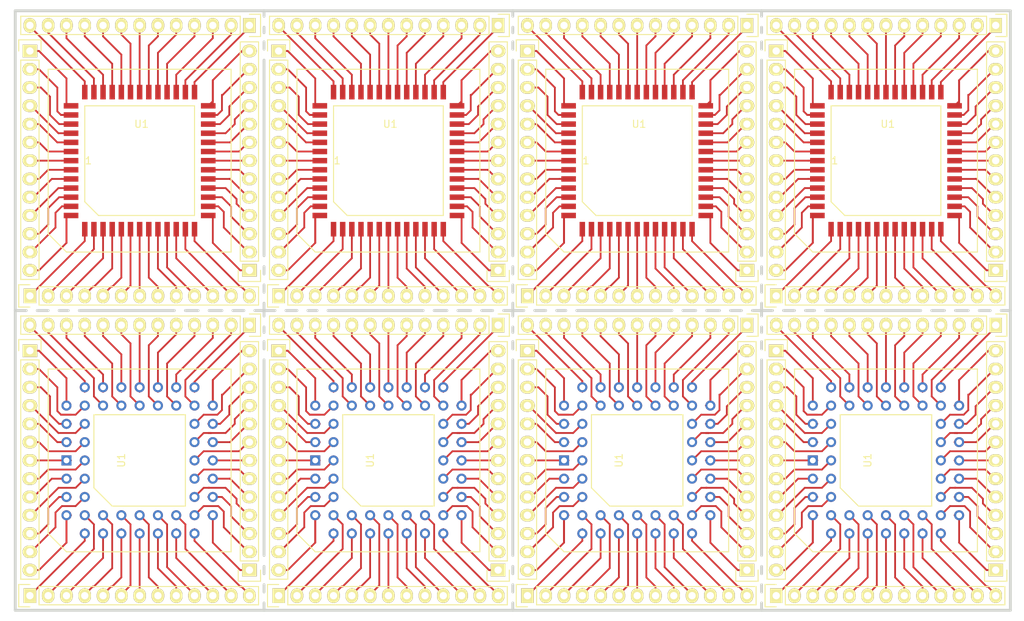
<source format=kicad_pcb>
(kicad_pcb (version 20171130) (host pcbnew 5.0-dev-unknown-dd04bcb~61~ubuntu16.04.1)
  (layers (0 F.Cu signal) (31 B.Cu signal) (34 B.Paste user) (35 F.Paste user) (36 B.SilkS user) (37 F.SilkS user) (38 B.Mask user) (39 F.Mask user) (44 Edge.Cuts user))
  (net 0 "")
  (net 1 /1)
  (net 2 /2)
  (net 3 /3)
  (net 4 /4)
  (net 5 /5)
  (net 6 /6)
  (net 7 /7)
  (net 8 /8)
  (net 9 /9)
  (net 10 /10)
  (net 11 /11)
  (net 12 /12)
  (net 13 /13)
  (net 14 /14)
  (net 15 /15)
  (net 16 /16)
  (net 17 /17)
  (net 18 /18)
  (net 19 /19)
  (net 20 /20)
  (net 21 /21)
  (net 22 /22)
  (net 23 /23)
  (net 24 /24)
  (net 25 /25)
  (net 26 /26)
  (net 27 /27)
  (net 28 /28)
  (net 29 /29)
  (net 30 /30)
  (net 31 /31)
  (net 32 /32)
  (net 33 /33)
  (net 34 /34)
  (net 35 /35)
  (net 36 /36)
  (net 37 /37)
  (net 38 /38)
  (net 39 /39)
  (net 40 /40)
  (net 41 /41)
  (net 42 /42)
  (net 43 /43)
  (net 44 /44)
  (net 45 /45)
  (net 46 /46)
  (net 47 /47)
  (net 48 /48)
  (net 49 /49)
  (net 50 /50)
  (net 51 /51)
  (net 52 /52)
  (module Sockets:PLCC52 (layer F.Cu) (at 212.852 148.336 90)
    (fp_text reference U1 (at 0 -2.54 90) (layer F.SilkS))
    (fp_text value 68HC05_PLCC)
    (pad 1 thru_hole rect (at 0 -10.16 90) (size 1.397 1.397) (drill 0.8128) (layers *.Cu *.Mask) (net 1 /1))
    (pad 2 thru_hole circle (at 0 -7.62 90) (size 1.397 1.397) (drill 0.8128) (layers *.Cu *.Mask) (net 2 /2))
    (pad 3 thru_hole circle (at -2.54 -10.16 90) (size 1.397 1.397) (drill 0.8128) (layers *.Cu *.Mask) (net 3 /3))
    (pad 4 thru_hole circle (at -2.54 -7.62 90) (size 1.397 1.397) (drill 0.8128) (layers *.Cu *.Mask) (net 4 /4))
    (pad 5 thru_hole circle (at -5.08 -10.16 90) (size 1.397 1.397) (drill 0.8128) (layers *.Cu *.Mask) (net 5 /5))
    (pad 6 thru_hole circle (at -5.08 -7.62 90) (size 1.397 1.397) (drill 0.8128) (layers *.Cu *.Mask) (net 6 /6))
    (pad 7 thru_hole circle (at -7.62 -10.16 90) (size 1.397 1.397) (drill 0.8128) (layers *.Cu *.Mask) (net 7 /7))
    (pad 8 thru_hole circle (at -10.16 -7.62 90) (size 1.397 1.397) (drill 0.8128) (layers *.Cu *.Mask) (net 8 /8))
    (pad 9 thru_hole circle (at -7.62 -7.62 90) (size 1.397 1.397) (drill 0.8128) (layers *.Cu *.Mask) (net 9 /9))
    (pad 10 thru_hole circle (at -10.16 -5.08 90) (size 1.397 1.397) (drill 0.8128) (layers *.Cu *.Mask) (net 10 /10))
    (pad 11 thru_hole circle (at -7.62 -5.08 90) (size 1.397 1.397) (drill 0.8128) (layers *.Cu *.Mask) (net 11 /11))
    (pad 12 thru_hole circle (at -10.16 -2.54 90) (size 1.397 1.397) (drill 0.8128) (layers *.Cu *.Mask) (net 12 /12))
    (pad 13 thru_hole circle (at -7.62 -2.54 90) (size 1.397 1.397) (drill 0.8128) (layers *.Cu *.Mask) (net 13 /13))
    (pad 14 thru_hole circle (at -10.16 0 90) (size 1.397 1.397) (drill 0.8128) (layers *.Cu *.Mask) (net 14 /14))
    (pad 15 thru_hole circle (at -7.62 0 90) (size 1.397 1.397) (drill 0.8128) (layers *.Cu *.Mask) (net 15 /15))
    (pad 16 thru_hole circle (at -10.16 2.54 90) (size 1.397 1.397) (drill 0.8128) (layers *.Cu *.Mask) (net 16 /16))
    (pad 17 thru_hole circle (at -7.62 2.54 90) (size 1.397 1.397) (drill 0.8128) (layers *.Cu *.Mask) (net 17 /17))
    (pad 18 thru_hole circle (at -10.16 5.08 90) (size 1.397 1.397) (drill 0.8128) (layers *.Cu *.Mask) (net 18 /18))
    (pad 19 thru_hole circle (at -7.62 5.08 90) (size 1.397 1.397) (drill 0.8128) (layers *.Cu *.Mask) (net 19 /19))
    (pad 20 thru_hole circle (at -10.16 7.62 90) (size 1.397 1.397) (drill 0.8128) (layers *.Cu *.Mask) (net 20 /20))
    (pad 21 thru_hole circle (at -7.62 10.16 90) (size 1.397 1.397) (drill 0.8128) (layers *.Cu *.Mask) (net 21 /21))
    (pad 22 thru_hole circle (at -7.62 7.62 90) (size 1.397 1.397) (drill 0.8128) (layers *.Cu *.Mask) (net 22 /22))
    (pad 23 thru_hole circle (at -5.08 10.16 90) (size 1.397 1.397) (drill 0.8128) (layers *.Cu *.Mask) (net 23 /23))
    (pad 24 thru_hole circle (at -5.08 7.62 90) (size 1.397 1.397) (drill 0.8128) (layers *.Cu *.Mask) (net 24 /24))
    (pad 25 thru_hole circle (at -2.54 10.16 90) (size 1.397 1.397) (drill 0.8128) (layers *.Cu *.Mask) (net 25 /25))
    (pad 26 thru_hole circle (at -2.54 7.62 90) (size 1.397 1.397) (drill 0.8128) (layers *.Cu *.Mask) (net 26 /26))
    (pad 27 thru_hole circle (at 0 10.16 90) (size 1.397 1.397) (drill 0.8128) (layers *.Cu *.Mask) (net 27 /27))
    (pad 28 thru_hole circle (at 0 7.62 90) (size 1.397 1.397) (drill 0.8128) (layers *.Cu *.Mask) (net 28 /28))
    (pad 29 thru_hole circle (at 2.54 10.16 90) (size 1.397 1.397) (drill 0.8128) (layers *.Cu *.Mask) (net 29 /29))
    (pad 30 thru_hole circle (at 2.54 7.62 90) (size 1.397 1.397) (drill 0.8128) (layers *.Cu *.Mask) (net 30 /30))
    (pad 31 thru_hole circle (at 5.08 10.16 90) (size 1.397 1.397) (drill 0.8128) (layers *.Cu *.Mask) (net 31 /31))
    (pad 32 thru_hole circle (at 5.08 7.62 90) (size 1.397 1.397) (drill 0.8128) (layers *.Cu *.Mask) (net 32 /32))
    (pad 33 thru_hole circle (at 7.62 10.16 90) (size 1.397 1.397) (drill 0.8128) (layers *.Cu *.Mask) (net 33 /33))
    (pad 34 thru_hole circle (at 10.16 7.62 90) (size 1.397 1.397) (drill 0.8128) (layers *.Cu *.Mask) (net 34 /34))
    (pad 35 thru_hole circle (at 7.62 7.62 90) (size 1.397 1.397) (drill 0.8128) (layers *.Cu *.Mask) (net 35 /35))
    (pad 36 thru_hole circle (at 10.16 5.08 90) (size 1.397 1.397) (drill 0.8128) (layers *.Cu *.Mask) (net 36 /36))
    (pad 37 thru_hole circle (at 7.62 5.08 90) (size 1.397 1.397) (drill 0.8128) (layers *.Cu *.Mask) (net 37 /37))
    (pad 38 thru_hole circle (at 10.16 2.54 90) (size 1.397 1.397) (drill 0.8128) (layers *.Cu *.Mask) (net 38 /38))
    (pad 39 thru_hole circle (at 7.62 2.54 90) (size 1.397 1.397) (drill 0.8128) (layers *.Cu *.Mask) (net 39 /39))
    (pad 40 thru_hole circle (at 10.16 0 90) (size 1.397 1.397) (drill 0.8128) (layers *.Cu *.Mask) (net 40 /40))
    (pad 41 thru_hole circle (at 7.62 0 90) (size 1.397 1.397) (drill 0.8128) (layers *.Cu *.Mask) (net 41 /41))
    (pad 42 thru_hole circle (at 10.16 -2.54 90) (size 1.397 1.397) (drill 0.8128) (layers *.Cu *.Mask) (net 42 /42))
    (pad 43 thru_hole circle (at 7.62 -2.54 90) (size 1.397 1.397) (drill 0.8128) (layers *.Cu *.Mask) (net 43 /43))
    (pad 44 thru_hole circle (at 10.16 -5.08 90) (size 1.397 1.397) (drill 0.8128) (layers *.Cu *.Mask) (net 44 /44))
    (pad 45 thru_hole circle (at 7.62 -5.08 90) (size 1.397 1.397) (drill 0.8128) (layers *.Cu *.Mask) (net 45 /45))
    (pad 46 thru_hole circle (at 10.16 -7.62 90) (size 1.397 1.397) (drill 0.8128) (layers *.Cu *.Mask) (net 46 /46))
    (pad 47 thru_hole circle (at 7.62 -10.16 90) (size 1.397 1.397) (drill 0.8128) (layers *.Cu *.Mask) (net 47 /47))
    (pad 48 thru_hole circle (at 7.62 -7.62 90) (size 1.397 1.397) (drill 0.8128) (layers *.Cu *.Mask) (net 48 /48))
    (pad 49 thru_hole circle (at 5.08 -10.16 90) (size 1.397 1.397) (drill 0.8128) (layers *.Cu *.Mask) (net 49 /49))
    (pad 50 thru_hole circle (at 5.08 -7.62 90) (size 1.397 1.397) (drill 0.8128) (layers *.Cu *.Mask) (net 50 /50))
    (pad 51 thru_hole circle (at 2.54 -10.16 90) (size 1.397 1.397) (drill 0.8128) (layers *.Cu *.Mask) (net 51 /51))
    (pad 52 thru_hole circle (at 2.54 -7.62 90) (size 1.397 1.397) (drill 0.8128) (layers *.Cu *.Mask) (net 52 /52))
  )
  (module Pin_Headers.pretty:Pin_Header_Straight_1x13 (layer F.Cu) (at 197.612 167.132 90)
    (fp_text reference CON2 hide)
    (fp_text value CONN_13)
    (pad 1 thru_hole rect (at 0 0 90) (size 2.032 1.7272) (drill 1.016) (layers *.Cu *.Mask F.SilkS) (net 8 /8))
    (pad 2 thru_hole oval (at 0 2.54 90) (size 2.032 1.7272) (drill 1.016) (layers *.Cu *.Mask F.SilkS) (net 9 /9))
    (pad 3 thru_hole oval (at 0 5.08 90) (size 2.032 1.7272) (drill 1.016) (layers *.Cu *.Mask F.SilkS) (net 10 /10))
    (pad 4 thru_hole oval (at 0 7.62 90) (size 2.032 1.7272) (drill 1.016) (layers *.Cu *.Mask F.SilkS) (net 11 /11))
    (pad 5 thru_hole oval (at 0 10.16 90) (size 2.032 1.7272) (drill 1.016) (layers *.Cu *.Mask F.SilkS) (net 12 /12))
    (pad 6 thru_hole oval (at 0 12.7 90) (size 2.032 1.7272) (drill 1.016) (layers *.Cu *.Mask F.SilkS) (net 13 /13))
    (pad 7 thru_hole oval (at 0 15.24 90) (size 2.032 1.7272) (drill 1.016) (layers *.Cu *.Mask F.SilkS) (net 14 /14))
    (pad 8 thru_hole oval (at 0 17.78 90) (size 2.032 1.7272) (drill 1.016) (layers *.Cu *.Mask F.SilkS) (net 15 /15))
    (pad 9 thru_hole oval (at 0 20.32 90) (size 2.032 1.7272) (drill 1.016) (layers *.Cu *.Mask F.SilkS) (net 16 /16))
    (pad 10 thru_hole oval (at 0 22.86 90) (size 2.032 1.7272) (drill 1.016) (layers *.Cu *.Mask F.SilkS) (net 17 /17))
    (pad 11 thru_hole oval (at 0 25.4 90) (size 2.032 1.7272) (drill 1.016) (layers *.Cu *.Mask F.SilkS) (net 18 /18))
    (pad 12 thru_hole oval (at 0 27.94 90) (size 2.032 1.7272) (drill 1.016) (layers *.Cu *.Mask F.SilkS) (net 19 /19))
    (pad 13 thru_hole oval (at 0 30.48 90) (size 2.032 1.7272) (drill 1.016) (layers *.Cu *.Mask F.SilkS) (net 20 /20))
  )
  (module Pin_Headers.pretty:Pin_Header_Straight_1x13 (layer F.Cu) (at 228.092 163.576 180)
    (fp_text reference CON3 hide)
    (fp_text value CONN_13)
    (pad 13 thru_hole oval (at 0 30.48 180) (size 2.032 1.7272) (drill 1.016) (layers *.Cu *.Mask F.SilkS) (net 33 /33))
    (pad 12 thru_hole oval (at 0 27.94 180) (size 2.032 1.7272) (drill 1.016) (layers *.Cu *.Mask F.SilkS) (net 32 /32))
    (pad 11 thru_hole oval (at 0 25.4 180) (size 2.032 1.7272) (drill 1.016) (layers *.Cu *.Mask F.SilkS) (net 31 /31))
    (pad 10 thru_hole oval (at 0 22.86 180) (size 2.032 1.7272) (drill 1.016) (layers *.Cu *.Mask F.SilkS) (net 30 /30))
    (pad 9 thru_hole oval (at 0 20.32 180) (size 2.032 1.7272) (drill 1.016) (layers *.Cu *.Mask F.SilkS) (net 29 /29))
    (pad 8 thru_hole oval (at 0 17.78 180) (size 2.032 1.7272) (drill 1.016) (layers *.Cu *.Mask F.SilkS) (net 28 /28))
    (pad 7 thru_hole oval (at 0 15.24 180) (size 2.032 1.7272) (drill 1.016) (layers *.Cu *.Mask F.SilkS) (net 27 /27))
    (pad 6 thru_hole oval (at 0 12.7 180) (size 2.032 1.7272) (drill 1.016) (layers *.Cu *.Mask F.SilkS) (net 26 /26))
    (pad 5 thru_hole oval (at 0 10.16 180) (size 2.032 1.7272) (drill 1.016) (layers *.Cu *.Mask F.SilkS) (net 25 /25))
    (pad 4 thru_hole oval (at 0 7.62 180) (size 2.032 1.7272) (drill 1.016) (layers *.Cu *.Mask F.SilkS) (net 24 /24))
    (pad 3 thru_hole oval (at 0 5.08 180) (size 2.032 1.7272) (drill 1.016) (layers *.Cu *.Mask F.SilkS) (net 23 /23))
    (pad 2 thru_hole oval (at 0 2.54 180) (size 2.032 1.7272) (drill 1.016) (layers *.Cu *.Mask F.SilkS) (net 22 /22))
    (pad 1 thru_hole rect (at 0 0 180) (size 2.032 1.7272) (drill 1.016) (layers *.Cu *.Mask F.SilkS) (net 21 /21))
  )
  (module Pin_Headers.pretty:Pin_Header_Straight_1x13 (layer F.Cu) (at 197.612 133.096)
    (fp_text reference CON1 hide)
    (fp_text value CONN_13)
    (pad 13 thru_hole oval (at 0 30.48) (size 2.032 1.7272) (drill 1.016) (layers *.Cu *.Mask F.SilkS) (net 7 /7))
    (pad 12 thru_hole oval (at 0 27.94) (size 2.032 1.7272) (drill 1.016) (layers *.Cu *.Mask F.SilkS) (net 6 /6))
    (pad 11 thru_hole oval (at 0 25.4) (size 2.032 1.7272) (drill 1.016) (layers *.Cu *.Mask F.SilkS) (net 5 /5))
    (pad 10 thru_hole oval (at 0 22.86) (size 2.032 1.7272) (drill 1.016) (layers *.Cu *.Mask F.SilkS) (net 4 /4))
    (pad 9 thru_hole oval (at 0 20.32) (size 2.032 1.7272) (drill 1.016) (layers *.Cu *.Mask F.SilkS) (net 3 /3))
    (pad 8 thru_hole oval (at 0 17.78) (size 2.032 1.7272) (drill 1.016) (layers *.Cu *.Mask F.SilkS) (net 2 /2))
    (pad 7 thru_hole oval (at 0 15.24) (size 2.032 1.7272) (drill 1.016) (layers *.Cu *.Mask F.SilkS) (net 1 /1))
    (pad 6 thru_hole oval (at 0 12.7) (size 2.032 1.7272) (drill 1.016) (layers *.Cu *.Mask F.SilkS) (net 52 /52))
    (pad 5 thru_hole oval (at 0 10.16) (size 2.032 1.7272) (drill 1.016) (layers *.Cu *.Mask F.SilkS) (net 51 /51))
    (pad 4 thru_hole oval (at 0 7.62) (size 2.032 1.7272) (drill 1.016) (layers *.Cu *.Mask F.SilkS) (net 50 /50))
    (pad 3 thru_hole oval (at 0 5.08) (size 2.032 1.7272) (drill 1.016) (layers *.Cu *.Mask F.SilkS) (net 49 /49))
    (pad 2 thru_hole oval (at 0 2.54) (size 2.032 1.7272) (drill 1.016) (layers *.Cu *.Mask F.SilkS) (net 48 /48))
    (pad 1 thru_hole rect (at 0 0) (size 2.032 1.7272) (drill 1.016) (layers *.Cu *.Mask F.SilkS) (net 47 /47))
  )
  (module Pin_Headers.pretty:Pin_Header_Straight_1x13 (layer F.Cu) (at 228.092 129.54 270)
    (fp_text reference CON4 hide)
    (fp_text value CONN_13)
    (pad 1 thru_hole rect (at 0 0 270) (size 2.032 1.7272) (drill 1.016) (layers *.Cu *.Mask F.SilkS) (net 34 /34))
    (pad 2 thru_hole oval (at 0 2.54 270) (size 2.032 1.7272) (drill 1.016) (layers *.Cu *.Mask F.SilkS) (net 35 /35))
    (pad 3 thru_hole oval (at 0 5.08 270) (size 2.032 1.7272) (drill 1.016) (layers *.Cu *.Mask F.SilkS) (net 36 /36))
    (pad 4 thru_hole oval (at 0 7.62 270) (size 2.032 1.7272) (drill 1.016) (layers *.Cu *.Mask F.SilkS) (net 37 /37))
    (pad 5 thru_hole oval (at 0 10.16 270) (size 2.032 1.7272) (drill 1.016) (layers *.Cu *.Mask F.SilkS) (net 38 /38))
    (pad 6 thru_hole oval (at 0 12.7 270) (size 2.032 1.7272) (drill 1.016) (layers *.Cu *.Mask F.SilkS) (net 39 /39))
    (pad 7 thru_hole oval (at 0 15.24 270) (size 2.032 1.7272) (drill 1.016) (layers *.Cu *.Mask F.SilkS) (net 40 /40))
    (pad 8 thru_hole oval (at 0 17.78 270) (size 2.032 1.7272) (drill 1.016) (layers *.Cu *.Mask F.SilkS) (net 41 /41))
    (pad 9 thru_hole oval (at 0 20.32 270) (size 2.032 1.7272) (drill 1.016) (layers *.Cu *.Mask F.SilkS) (net 42 /42))
    (pad 10 thru_hole oval (at 0 22.86 270) (size 2.032 1.7272) (drill 1.016) (layers *.Cu *.Mask F.SilkS) (net 43 /43))
    (pad 11 thru_hole oval (at 0 25.4 270) (size 2.032 1.7272) (drill 1.016) (layers *.Cu *.Mask F.SilkS) (net 44 /44))
    (pad 12 thru_hole oval (at 0 27.94 270) (size 2.032 1.7272) (drill 1.016) (layers *.Cu *.Mask F.SilkS) (net 45 /45))
    (pad 13 thru_hole oval (at 0 30.48 270) (size 2.032 1.7272) (drill 1.016) (layers *.Cu *.Mask F.SilkS) (net 46 /46))
  )
  (module Sockets:PLCC52 (layer F.Cu) (at 178.308 148.336 90)
    (fp_text reference U1 (at 0 -2.54 90) (layer F.SilkS))
    (fp_text value 68HC05_PLCC)
    (pad 52 thru_hole circle (at 2.54 -7.62 90) (size 1.397 1.397) (drill 0.8128) (layers *.Cu *.Mask) (net 52 /52))
    (pad 51 thru_hole circle (at 2.54 -10.16 90) (size 1.397 1.397) (drill 0.8128) (layers *.Cu *.Mask) (net 51 /51))
    (pad 50 thru_hole circle (at 5.08 -7.62 90) (size 1.397 1.397) (drill 0.8128) (layers *.Cu *.Mask) (net 50 /50))
    (pad 49 thru_hole circle (at 5.08 -10.16 90) (size 1.397 1.397) (drill 0.8128) (layers *.Cu *.Mask) (net 49 /49))
    (pad 48 thru_hole circle (at 7.62 -7.62 90) (size 1.397 1.397) (drill 0.8128) (layers *.Cu *.Mask) (net 48 /48))
    (pad 47 thru_hole circle (at 7.62 -10.16 90) (size 1.397 1.397) (drill 0.8128) (layers *.Cu *.Mask) (net 47 /47))
    (pad 46 thru_hole circle (at 10.16 -7.62 90) (size 1.397 1.397) (drill 0.8128) (layers *.Cu *.Mask) (net 46 /46))
    (pad 45 thru_hole circle (at 7.62 -5.08 90) (size 1.397 1.397) (drill 0.8128) (layers *.Cu *.Mask) (net 45 /45))
    (pad 44 thru_hole circle (at 10.16 -5.08 90) (size 1.397 1.397) (drill 0.8128) (layers *.Cu *.Mask) (net 44 /44))
    (pad 43 thru_hole circle (at 7.62 -2.54 90) (size 1.397 1.397) (drill 0.8128) (layers *.Cu *.Mask) (net 43 /43))
    (pad 42 thru_hole circle (at 10.16 -2.54 90) (size 1.397 1.397) (drill 0.8128) (layers *.Cu *.Mask) (net 42 /42))
    (pad 41 thru_hole circle (at 7.62 0 90) (size 1.397 1.397) (drill 0.8128) (layers *.Cu *.Mask) (net 41 /41))
    (pad 40 thru_hole circle (at 10.16 0 90) (size 1.397 1.397) (drill 0.8128) (layers *.Cu *.Mask) (net 40 /40))
    (pad 39 thru_hole circle (at 7.62 2.54 90) (size 1.397 1.397) (drill 0.8128) (layers *.Cu *.Mask) (net 39 /39))
    (pad 38 thru_hole circle (at 10.16 2.54 90) (size 1.397 1.397) (drill 0.8128) (layers *.Cu *.Mask) (net 38 /38))
    (pad 37 thru_hole circle (at 7.62 5.08 90) (size 1.397 1.397) (drill 0.8128) (layers *.Cu *.Mask) (net 37 /37))
    (pad 36 thru_hole circle (at 10.16 5.08 90) (size 1.397 1.397) (drill 0.8128) (layers *.Cu *.Mask) (net 36 /36))
    (pad 35 thru_hole circle (at 7.62 7.62 90) (size 1.397 1.397) (drill 0.8128) (layers *.Cu *.Mask) (net 35 /35))
    (pad 34 thru_hole circle (at 10.16 7.62 90) (size 1.397 1.397) (drill 0.8128) (layers *.Cu *.Mask) (net 34 /34))
    (pad 33 thru_hole circle (at 7.62 10.16 90) (size 1.397 1.397) (drill 0.8128) (layers *.Cu *.Mask) (net 33 /33))
    (pad 32 thru_hole circle (at 5.08 7.62 90) (size 1.397 1.397) (drill 0.8128) (layers *.Cu *.Mask) (net 32 /32))
    (pad 31 thru_hole circle (at 5.08 10.16 90) (size 1.397 1.397) (drill 0.8128) (layers *.Cu *.Mask) (net 31 /31))
    (pad 30 thru_hole circle (at 2.54 7.62 90) (size 1.397 1.397) (drill 0.8128) (layers *.Cu *.Mask) (net 30 /30))
    (pad 29 thru_hole circle (at 2.54 10.16 90) (size 1.397 1.397) (drill 0.8128) (layers *.Cu *.Mask) (net 29 /29))
    (pad 28 thru_hole circle (at 0 7.62 90) (size 1.397 1.397) (drill 0.8128) (layers *.Cu *.Mask) (net 28 /28))
    (pad 27 thru_hole circle (at 0 10.16 90) (size 1.397 1.397) (drill 0.8128) (layers *.Cu *.Mask) (net 27 /27))
    (pad 26 thru_hole circle (at -2.54 7.62 90) (size 1.397 1.397) (drill 0.8128) (layers *.Cu *.Mask) (net 26 /26))
    (pad 25 thru_hole circle (at -2.54 10.16 90) (size 1.397 1.397) (drill 0.8128) (layers *.Cu *.Mask) (net 25 /25))
    (pad 24 thru_hole circle (at -5.08 7.62 90) (size 1.397 1.397) (drill 0.8128) (layers *.Cu *.Mask) (net 24 /24))
    (pad 23 thru_hole circle (at -5.08 10.16 90) (size 1.397 1.397) (drill 0.8128) (layers *.Cu *.Mask) (net 23 /23))
    (pad 22 thru_hole circle (at -7.62 7.62 90) (size 1.397 1.397) (drill 0.8128) (layers *.Cu *.Mask) (net 22 /22))
    (pad 21 thru_hole circle (at -7.62 10.16 90) (size 1.397 1.397) (drill 0.8128) (layers *.Cu *.Mask) (net 21 /21))
    (pad 20 thru_hole circle (at -10.16 7.62 90) (size 1.397 1.397) (drill 0.8128) (layers *.Cu *.Mask) (net 20 /20))
    (pad 19 thru_hole circle (at -7.62 5.08 90) (size 1.397 1.397) (drill 0.8128) (layers *.Cu *.Mask) (net 19 /19))
    (pad 18 thru_hole circle (at -10.16 5.08 90) (size 1.397 1.397) (drill 0.8128) (layers *.Cu *.Mask) (net 18 /18))
    (pad 17 thru_hole circle (at -7.62 2.54 90) (size 1.397 1.397) (drill 0.8128) (layers *.Cu *.Mask) (net 17 /17))
    (pad 16 thru_hole circle (at -10.16 2.54 90) (size 1.397 1.397) (drill 0.8128) (layers *.Cu *.Mask) (net 16 /16))
    (pad 15 thru_hole circle (at -7.62 0 90) (size 1.397 1.397) (drill 0.8128) (layers *.Cu *.Mask) (net 15 /15))
    (pad 14 thru_hole circle (at -10.16 0 90) (size 1.397 1.397) (drill 0.8128) (layers *.Cu *.Mask) (net 14 /14))
    (pad 13 thru_hole circle (at -7.62 -2.54 90) (size 1.397 1.397) (drill 0.8128) (layers *.Cu *.Mask) (net 13 /13))
    (pad 12 thru_hole circle (at -10.16 -2.54 90) (size 1.397 1.397) (drill 0.8128) (layers *.Cu *.Mask) (net 12 /12))
    (pad 11 thru_hole circle (at -7.62 -5.08 90) (size 1.397 1.397) (drill 0.8128) (layers *.Cu *.Mask) (net 11 /11))
    (pad 10 thru_hole circle (at -10.16 -5.08 90) (size 1.397 1.397) (drill 0.8128) (layers *.Cu *.Mask) (net 10 /10))
    (pad 9 thru_hole circle (at -7.62 -7.62 90) (size 1.397 1.397) (drill 0.8128) (layers *.Cu *.Mask) (net 9 /9))
    (pad 8 thru_hole circle (at -10.16 -7.62 90) (size 1.397 1.397) (drill 0.8128) (layers *.Cu *.Mask) (net 8 /8))
    (pad 7 thru_hole circle (at -7.62 -10.16 90) (size 1.397 1.397) (drill 0.8128) (layers *.Cu *.Mask) (net 7 /7))
    (pad 6 thru_hole circle (at -5.08 -7.62 90) (size 1.397 1.397) (drill 0.8128) (layers *.Cu *.Mask) (net 6 /6))
    (pad 5 thru_hole circle (at -5.08 -10.16 90) (size 1.397 1.397) (drill 0.8128) (layers *.Cu *.Mask) (net 5 /5))
    (pad 4 thru_hole circle (at -2.54 -7.62 90) (size 1.397 1.397) (drill 0.8128) (layers *.Cu *.Mask) (net 4 /4))
    (pad 3 thru_hole circle (at -2.54 -10.16 90) (size 1.397 1.397) (drill 0.8128) (layers *.Cu *.Mask) (net 3 /3))
    (pad 2 thru_hole circle (at 0 -7.62 90) (size 1.397 1.397) (drill 0.8128) (layers *.Cu *.Mask) (net 2 /2))
    (pad 1 thru_hole rect (at 0 -10.16 90) (size 1.397 1.397) (drill 0.8128) (layers *.Cu *.Mask) (net 1 /1))
  )
  (module Pin_Headers.pretty:Pin_Header_Straight_1x13 (layer F.Cu) (at 163.068 167.132 90)
    (fp_text reference CON2 hide)
    (fp_text value CONN_13)
    (pad 13 thru_hole oval (at 0 30.48 90) (size 2.032 1.7272) (drill 1.016) (layers *.Cu *.Mask F.SilkS) (net 20 /20))
    (pad 12 thru_hole oval (at 0 27.94 90) (size 2.032 1.7272) (drill 1.016) (layers *.Cu *.Mask F.SilkS) (net 19 /19))
    (pad 11 thru_hole oval (at 0 25.4 90) (size 2.032 1.7272) (drill 1.016) (layers *.Cu *.Mask F.SilkS) (net 18 /18))
    (pad 10 thru_hole oval (at 0 22.86 90) (size 2.032 1.7272) (drill 1.016) (layers *.Cu *.Mask F.SilkS) (net 17 /17))
    (pad 9 thru_hole oval (at 0 20.32 90) (size 2.032 1.7272) (drill 1.016) (layers *.Cu *.Mask F.SilkS) (net 16 /16))
    (pad 8 thru_hole oval (at 0 17.78 90) (size 2.032 1.7272) (drill 1.016) (layers *.Cu *.Mask F.SilkS) (net 15 /15))
    (pad 7 thru_hole oval (at 0 15.24 90) (size 2.032 1.7272) (drill 1.016) (layers *.Cu *.Mask F.SilkS) (net 14 /14))
    (pad 6 thru_hole oval (at 0 12.7 90) (size 2.032 1.7272) (drill 1.016) (layers *.Cu *.Mask F.SilkS) (net 13 /13))
    (pad 5 thru_hole oval (at 0 10.16 90) (size 2.032 1.7272) (drill 1.016) (layers *.Cu *.Mask F.SilkS) (net 12 /12))
    (pad 4 thru_hole oval (at 0 7.62 90) (size 2.032 1.7272) (drill 1.016) (layers *.Cu *.Mask F.SilkS) (net 11 /11))
    (pad 3 thru_hole oval (at 0 5.08 90) (size 2.032 1.7272) (drill 1.016) (layers *.Cu *.Mask F.SilkS) (net 10 /10))
    (pad 2 thru_hole oval (at 0 2.54 90) (size 2.032 1.7272) (drill 1.016) (layers *.Cu *.Mask F.SilkS) (net 9 /9))
    (pad 1 thru_hole rect (at 0 0 90) (size 2.032 1.7272) (drill 1.016) (layers *.Cu *.Mask F.SilkS) (net 8 /8))
  )
  (module Pin_Headers.pretty:Pin_Header_Straight_1x13 (layer F.Cu) (at 193.548 163.576 180)
    (fp_text reference CON3 hide)
    (fp_text value CONN_13)
    (pad 1 thru_hole rect (at 0 0 180) (size 2.032 1.7272) (drill 1.016) (layers *.Cu *.Mask F.SilkS) (net 21 /21))
    (pad 2 thru_hole oval (at 0 2.54 180) (size 2.032 1.7272) (drill 1.016) (layers *.Cu *.Mask F.SilkS) (net 22 /22))
    (pad 3 thru_hole oval (at 0 5.08 180) (size 2.032 1.7272) (drill 1.016) (layers *.Cu *.Mask F.SilkS) (net 23 /23))
    (pad 4 thru_hole oval (at 0 7.62 180) (size 2.032 1.7272) (drill 1.016) (layers *.Cu *.Mask F.SilkS) (net 24 /24))
    (pad 5 thru_hole oval (at 0 10.16 180) (size 2.032 1.7272) (drill 1.016) (layers *.Cu *.Mask F.SilkS) (net 25 /25))
    (pad 6 thru_hole oval (at 0 12.7 180) (size 2.032 1.7272) (drill 1.016) (layers *.Cu *.Mask F.SilkS) (net 26 /26))
    (pad 7 thru_hole oval (at 0 15.24 180) (size 2.032 1.7272) (drill 1.016) (layers *.Cu *.Mask F.SilkS) (net 27 /27))
    (pad 8 thru_hole oval (at 0 17.78 180) (size 2.032 1.7272) (drill 1.016) (layers *.Cu *.Mask F.SilkS) (net 28 /28))
    (pad 9 thru_hole oval (at 0 20.32 180) (size 2.032 1.7272) (drill 1.016) (layers *.Cu *.Mask F.SilkS) (net 29 /29))
    (pad 10 thru_hole oval (at 0 22.86 180) (size 2.032 1.7272) (drill 1.016) (layers *.Cu *.Mask F.SilkS) (net 30 /30))
    (pad 11 thru_hole oval (at 0 25.4 180) (size 2.032 1.7272) (drill 1.016) (layers *.Cu *.Mask F.SilkS) (net 31 /31))
    (pad 12 thru_hole oval (at 0 27.94 180) (size 2.032 1.7272) (drill 1.016) (layers *.Cu *.Mask F.SilkS) (net 32 /32))
    (pad 13 thru_hole oval (at 0 30.48 180) (size 2.032 1.7272) (drill 1.016) (layers *.Cu *.Mask F.SilkS) (net 33 /33))
  )
  (module Pin_Headers.pretty:Pin_Header_Straight_1x13 (layer F.Cu) (at 163.068 133.096)
    (fp_text reference CON1 hide)
    (fp_text value CONN_13)
    (pad 1 thru_hole rect (at 0 0) (size 2.032 1.7272) (drill 1.016) (layers *.Cu *.Mask F.SilkS) (net 47 /47))
    (pad 2 thru_hole oval (at 0 2.54) (size 2.032 1.7272) (drill 1.016) (layers *.Cu *.Mask F.SilkS) (net 48 /48))
    (pad 3 thru_hole oval (at 0 5.08) (size 2.032 1.7272) (drill 1.016) (layers *.Cu *.Mask F.SilkS) (net 49 /49))
    (pad 4 thru_hole oval (at 0 7.62) (size 2.032 1.7272) (drill 1.016) (layers *.Cu *.Mask F.SilkS) (net 50 /50))
    (pad 5 thru_hole oval (at 0 10.16) (size 2.032 1.7272) (drill 1.016) (layers *.Cu *.Mask F.SilkS) (net 51 /51))
    (pad 6 thru_hole oval (at 0 12.7) (size 2.032 1.7272) (drill 1.016) (layers *.Cu *.Mask F.SilkS) (net 52 /52))
    (pad 7 thru_hole oval (at 0 15.24) (size 2.032 1.7272) (drill 1.016) (layers *.Cu *.Mask F.SilkS) (net 1 /1))
    (pad 8 thru_hole oval (at 0 17.78) (size 2.032 1.7272) (drill 1.016) (layers *.Cu *.Mask F.SilkS) (net 2 /2))
    (pad 9 thru_hole oval (at 0 20.32) (size 2.032 1.7272) (drill 1.016) (layers *.Cu *.Mask F.SilkS) (net 3 /3))
    (pad 10 thru_hole oval (at 0 22.86) (size 2.032 1.7272) (drill 1.016) (layers *.Cu *.Mask F.SilkS) (net 4 /4))
    (pad 11 thru_hole oval (at 0 25.4) (size 2.032 1.7272) (drill 1.016) (layers *.Cu *.Mask F.SilkS) (net 5 /5))
    (pad 12 thru_hole oval (at 0 27.94) (size 2.032 1.7272) (drill 1.016) (layers *.Cu *.Mask F.SilkS) (net 6 /6))
    (pad 13 thru_hole oval (at 0 30.48) (size 2.032 1.7272) (drill 1.016) (layers *.Cu *.Mask F.SilkS) (net 7 /7))
  )
  (module Pin_Headers.pretty:Pin_Header_Straight_1x13 (layer F.Cu) (at 193.548 129.54 270)
    (fp_text reference CON4 hide)
    (fp_text value CONN_13)
    (pad 13 thru_hole oval (at 0 30.48 270) (size 2.032 1.7272) (drill 1.016) (layers *.Cu *.Mask F.SilkS) (net 46 /46))
    (pad 12 thru_hole oval (at 0 27.94 270) (size 2.032 1.7272) (drill 1.016) (layers *.Cu *.Mask F.SilkS) (net 45 /45))
    (pad 11 thru_hole oval (at 0 25.4 270) (size 2.032 1.7272) (drill 1.016) (layers *.Cu *.Mask F.SilkS) (net 44 /44))
    (pad 10 thru_hole oval (at 0 22.86 270) (size 2.032 1.7272) (drill 1.016) (layers *.Cu *.Mask F.SilkS) (net 43 /43))
    (pad 9 thru_hole oval (at 0 20.32 270) (size 2.032 1.7272) (drill 1.016) (layers *.Cu *.Mask F.SilkS) (net 42 /42))
    (pad 8 thru_hole oval (at 0 17.78 270) (size 2.032 1.7272) (drill 1.016) (layers *.Cu *.Mask F.SilkS) (net 41 /41))
    (pad 7 thru_hole oval (at 0 15.24 270) (size 2.032 1.7272) (drill 1.016) (layers *.Cu *.Mask F.SilkS) (net 40 /40))
    (pad 6 thru_hole oval (at 0 12.7 270) (size 2.032 1.7272) (drill 1.016) (layers *.Cu *.Mask F.SilkS) (net 39 /39))
    (pad 5 thru_hole oval (at 0 10.16 270) (size 2.032 1.7272) (drill 1.016) (layers *.Cu *.Mask F.SilkS) (net 38 /38))
    (pad 4 thru_hole oval (at 0 7.62 270) (size 2.032 1.7272) (drill 1.016) (layers *.Cu *.Mask F.SilkS) (net 37 /37))
    (pad 3 thru_hole oval (at 0 5.08 270) (size 2.032 1.7272) (drill 1.016) (layers *.Cu *.Mask F.SilkS) (net 36 /36))
    (pad 2 thru_hole oval (at 0 2.54 270) (size 2.032 1.7272) (drill 1.016) (layers *.Cu *.Mask F.SilkS) (net 35 /35))
    (pad 1 thru_hole rect (at 0 0 270) (size 2.032 1.7272) (drill 1.016) (layers *.Cu *.Mask F.SilkS) (net 34 /34))
  )
  (module Sockets:PLCC52 (layer F.Cu) (at 143.764 148.336 90)
    (fp_text reference U1 (at 0 -2.54 90) (layer F.SilkS))
    (fp_text value 68HC05_PLCC)
    (pad 1 thru_hole rect (at 0 -10.16 90) (size 1.397 1.397) (drill 0.8128) (layers *.Cu *.Mask) (net 1 /1))
    (pad 2 thru_hole circle (at 0 -7.62 90) (size 1.397 1.397) (drill 0.8128) (layers *.Cu *.Mask) (net 2 /2))
    (pad 3 thru_hole circle (at -2.54 -10.16 90) (size 1.397 1.397) (drill 0.8128) (layers *.Cu *.Mask) (net 3 /3))
    (pad 4 thru_hole circle (at -2.54 -7.62 90) (size 1.397 1.397) (drill 0.8128) (layers *.Cu *.Mask) (net 4 /4))
    (pad 5 thru_hole circle (at -5.08 -10.16 90) (size 1.397 1.397) (drill 0.8128) (layers *.Cu *.Mask) (net 5 /5))
    (pad 6 thru_hole circle (at -5.08 -7.62 90) (size 1.397 1.397) (drill 0.8128) (layers *.Cu *.Mask) (net 6 /6))
    (pad 7 thru_hole circle (at -7.62 -10.16 90) (size 1.397 1.397) (drill 0.8128) (layers *.Cu *.Mask) (net 7 /7))
    (pad 8 thru_hole circle (at -10.16 -7.62 90) (size 1.397 1.397) (drill 0.8128) (layers *.Cu *.Mask) (net 8 /8))
    (pad 9 thru_hole circle (at -7.62 -7.62 90) (size 1.397 1.397) (drill 0.8128) (layers *.Cu *.Mask) (net 9 /9))
    (pad 10 thru_hole circle (at -10.16 -5.08 90) (size 1.397 1.397) (drill 0.8128) (layers *.Cu *.Mask) (net 10 /10))
    (pad 11 thru_hole circle (at -7.62 -5.08 90) (size 1.397 1.397) (drill 0.8128) (layers *.Cu *.Mask) (net 11 /11))
    (pad 12 thru_hole circle (at -10.16 -2.54 90) (size 1.397 1.397) (drill 0.8128) (layers *.Cu *.Mask) (net 12 /12))
    (pad 13 thru_hole circle (at -7.62 -2.54 90) (size 1.397 1.397) (drill 0.8128) (layers *.Cu *.Mask) (net 13 /13))
    (pad 14 thru_hole circle (at -10.16 0 90) (size 1.397 1.397) (drill 0.8128) (layers *.Cu *.Mask) (net 14 /14))
    (pad 15 thru_hole circle (at -7.62 0 90) (size 1.397 1.397) (drill 0.8128) (layers *.Cu *.Mask) (net 15 /15))
    (pad 16 thru_hole circle (at -10.16 2.54 90) (size 1.397 1.397) (drill 0.8128) (layers *.Cu *.Mask) (net 16 /16))
    (pad 17 thru_hole circle (at -7.62 2.54 90) (size 1.397 1.397) (drill 0.8128) (layers *.Cu *.Mask) (net 17 /17))
    (pad 18 thru_hole circle (at -10.16 5.08 90) (size 1.397 1.397) (drill 0.8128) (layers *.Cu *.Mask) (net 18 /18))
    (pad 19 thru_hole circle (at -7.62 5.08 90) (size 1.397 1.397) (drill 0.8128) (layers *.Cu *.Mask) (net 19 /19))
    (pad 20 thru_hole circle (at -10.16 7.62 90) (size 1.397 1.397) (drill 0.8128) (layers *.Cu *.Mask) (net 20 /20))
    (pad 21 thru_hole circle (at -7.62 10.16 90) (size 1.397 1.397) (drill 0.8128) (layers *.Cu *.Mask) (net 21 /21))
    (pad 22 thru_hole circle (at -7.62 7.62 90) (size 1.397 1.397) (drill 0.8128) (layers *.Cu *.Mask) (net 22 /22))
    (pad 23 thru_hole circle (at -5.08 10.16 90) (size 1.397 1.397) (drill 0.8128) (layers *.Cu *.Mask) (net 23 /23))
    (pad 24 thru_hole circle (at -5.08 7.62 90) (size 1.397 1.397) (drill 0.8128) (layers *.Cu *.Mask) (net 24 /24))
    (pad 25 thru_hole circle (at -2.54 10.16 90) (size 1.397 1.397) (drill 0.8128) (layers *.Cu *.Mask) (net 25 /25))
    (pad 26 thru_hole circle (at -2.54 7.62 90) (size 1.397 1.397) (drill 0.8128) (layers *.Cu *.Mask) (net 26 /26))
    (pad 27 thru_hole circle (at 0 10.16 90) (size 1.397 1.397) (drill 0.8128) (layers *.Cu *.Mask) (net 27 /27))
    (pad 28 thru_hole circle (at 0 7.62 90) (size 1.397 1.397) (drill 0.8128) (layers *.Cu *.Mask) (net 28 /28))
    (pad 29 thru_hole circle (at 2.54 10.16 90) (size 1.397 1.397) (drill 0.8128) (layers *.Cu *.Mask) (net 29 /29))
    (pad 30 thru_hole circle (at 2.54 7.62 90) (size 1.397 1.397) (drill 0.8128) (layers *.Cu *.Mask) (net 30 /30))
    (pad 31 thru_hole circle (at 5.08 10.16 90) (size 1.397 1.397) (drill 0.8128) (layers *.Cu *.Mask) (net 31 /31))
    (pad 32 thru_hole circle (at 5.08 7.62 90) (size 1.397 1.397) (drill 0.8128) (layers *.Cu *.Mask) (net 32 /32))
    (pad 33 thru_hole circle (at 7.62 10.16 90) (size 1.397 1.397) (drill 0.8128) (layers *.Cu *.Mask) (net 33 /33))
    (pad 34 thru_hole circle (at 10.16 7.62 90) (size 1.397 1.397) (drill 0.8128) (layers *.Cu *.Mask) (net 34 /34))
    (pad 35 thru_hole circle (at 7.62 7.62 90) (size 1.397 1.397) (drill 0.8128) (layers *.Cu *.Mask) (net 35 /35))
    (pad 36 thru_hole circle (at 10.16 5.08 90) (size 1.397 1.397) (drill 0.8128) (layers *.Cu *.Mask) (net 36 /36))
    (pad 37 thru_hole circle (at 7.62 5.08 90) (size 1.397 1.397) (drill 0.8128) (layers *.Cu *.Mask) (net 37 /37))
    (pad 38 thru_hole circle (at 10.16 2.54 90) (size 1.397 1.397) (drill 0.8128) (layers *.Cu *.Mask) (net 38 /38))
    (pad 39 thru_hole circle (at 7.62 2.54 90) (size 1.397 1.397) (drill 0.8128) (layers *.Cu *.Mask) (net 39 /39))
    (pad 40 thru_hole circle (at 10.16 0 90) (size 1.397 1.397) (drill 0.8128) (layers *.Cu *.Mask) (net 40 /40))
    (pad 41 thru_hole circle (at 7.62 0 90) (size 1.397 1.397) (drill 0.8128) (layers *.Cu *.Mask) (net 41 /41))
    (pad 42 thru_hole circle (at 10.16 -2.54 90) (size 1.397 1.397) (drill 0.8128) (layers *.Cu *.Mask) (net 42 /42))
    (pad 43 thru_hole circle (at 7.62 -2.54 90) (size 1.397 1.397) (drill 0.8128) (layers *.Cu *.Mask) (net 43 /43))
    (pad 44 thru_hole circle (at 10.16 -5.08 90) (size 1.397 1.397) (drill 0.8128) (layers *.Cu *.Mask) (net 44 /44))
    (pad 45 thru_hole circle (at 7.62 -5.08 90) (size 1.397 1.397) (drill 0.8128) (layers *.Cu *.Mask) (net 45 /45))
    (pad 46 thru_hole circle (at 10.16 -7.62 90) (size 1.397 1.397) (drill 0.8128) (layers *.Cu *.Mask) (net 46 /46))
    (pad 47 thru_hole circle (at 7.62 -10.16 90) (size 1.397 1.397) (drill 0.8128) (layers *.Cu *.Mask) (net 47 /47))
    (pad 48 thru_hole circle (at 7.62 -7.62 90) (size 1.397 1.397) (drill 0.8128) (layers *.Cu *.Mask) (net 48 /48))
    (pad 49 thru_hole circle (at 5.08 -10.16 90) (size 1.397 1.397) (drill 0.8128) (layers *.Cu *.Mask) (net 49 /49))
    (pad 50 thru_hole circle (at 5.08 -7.62 90) (size 1.397 1.397) (drill 0.8128) (layers *.Cu *.Mask) (net 50 /50))
    (pad 51 thru_hole circle (at 2.54 -10.16 90) (size 1.397 1.397) (drill 0.8128) (layers *.Cu *.Mask) (net 51 /51))
    (pad 52 thru_hole circle (at 2.54 -7.62 90) (size 1.397 1.397) (drill 0.8128) (layers *.Cu *.Mask) (net 52 /52))
  )
  (module Pin_Headers.pretty:Pin_Header_Straight_1x13 (layer F.Cu) (at 128.524 167.132 90)
    (fp_text reference CON2 hide)
    (fp_text value CONN_13)
    (pad 1 thru_hole rect (at 0 0 90) (size 2.032 1.7272) (drill 1.016) (layers *.Cu *.Mask F.SilkS) (net 8 /8))
    (pad 2 thru_hole oval (at 0 2.54 90) (size 2.032 1.7272) (drill 1.016) (layers *.Cu *.Mask F.SilkS) (net 9 /9))
    (pad 3 thru_hole oval (at 0 5.08 90) (size 2.032 1.7272) (drill 1.016) (layers *.Cu *.Mask F.SilkS) (net 10 /10))
    (pad 4 thru_hole oval (at 0 7.62 90) (size 2.032 1.7272) (drill 1.016) (layers *.Cu *.Mask F.SilkS) (net 11 /11))
    (pad 5 thru_hole oval (at 0 10.16 90) (size 2.032 1.7272) (drill 1.016) (layers *.Cu *.Mask F.SilkS) (net 12 /12))
    (pad 6 thru_hole oval (at 0 12.7 90) (size 2.032 1.7272) (drill 1.016) (layers *.Cu *.Mask F.SilkS) (net 13 /13))
    (pad 7 thru_hole oval (at 0 15.24 90) (size 2.032 1.7272) (drill 1.016) (layers *.Cu *.Mask F.SilkS) (net 14 /14))
    (pad 8 thru_hole oval (at 0 17.78 90) (size 2.032 1.7272) (drill 1.016) (layers *.Cu *.Mask F.SilkS) (net 15 /15))
    (pad 9 thru_hole oval (at 0 20.32 90) (size 2.032 1.7272) (drill 1.016) (layers *.Cu *.Mask F.SilkS) (net 16 /16))
    (pad 10 thru_hole oval (at 0 22.86 90) (size 2.032 1.7272) (drill 1.016) (layers *.Cu *.Mask F.SilkS) (net 17 /17))
    (pad 11 thru_hole oval (at 0 25.4 90) (size 2.032 1.7272) (drill 1.016) (layers *.Cu *.Mask F.SilkS) (net 18 /18))
    (pad 12 thru_hole oval (at 0 27.94 90) (size 2.032 1.7272) (drill 1.016) (layers *.Cu *.Mask F.SilkS) (net 19 /19))
    (pad 13 thru_hole oval (at 0 30.48 90) (size 2.032 1.7272) (drill 1.016) (layers *.Cu *.Mask F.SilkS) (net 20 /20))
  )
  (module Pin_Headers.pretty:Pin_Header_Straight_1x13 (layer F.Cu) (at 159.004 163.576 180)
    (fp_text reference CON3 hide)
    (fp_text value CONN_13)
    (pad 13 thru_hole oval (at 0 30.48 180) (size 2.032 1.7272) (drill 1.016) (layers *.Cu *.Mask F.SilkS) (net 33 /33))
    (pad 12 thru_hole oval (at 0 27.94 180) (size 2.032 1.7272) (drill 1.016) (layers *.Cu *.Mask F.SilkS) (net 32 /32))
    (pad 11 thru_hole oval (at 0 25.4 180) (size 2.032 1.7272) (drill 1.016) (layers *.Cu *.Mask F.SilkS) (net 31 /31))
    (pad 10 thru_hole oval (at 0 22.86 180) (size 2.032 1.7272) (drill 1.016) (layers *.Cu *.Mask F.SilkS) (net 30 /30))
    (pad 9 thru_hole oval (at 0 20.32 180) (size 2.032 1.7272) (drill 1.016) (layers *.Cu *.Mask F.SilkS) (net 29 /29))
    (pad 8 thru_hole oval (at 0 17.78 180) (size 2.032 1.7272) (drill 1.016) (layers *.Cu *.Mask F.SilkS) (net 28 /28))
    (pad 7 thru_hole oval (at 0 15.24 180) (size 2.032 1.7272) (drill 1.016) (layers *.Cu *.Mask F.SilkS) (net 27 /27))
    (pad 6 thru_hole oval (at 0 12.7 180) (size 2.032 1.7272) (drill 1.016) (layers *.Cu *.Mask F.SilkS) (net 26 /26))
    (pad 5 thru_hole oval (at 0 10.16 180) (size 2.032 1.7272) (drill 1.016) (layers *.Cu *.Mask F.SilkS) (net 25 /25))
    (pad 4 thru_hole oval (at 0 7.62 180) (size 2.032 1.7272) (drill 1.016) (layers *.Cu *.Mask F.SilkS) (net 24 /24))
    (pad 3 thru_hole oval (at 0 5.08 180) (size 2.032 1.7272) (drill 1.016) (layers *.Cu *.Mask F.SilkS) (net 23 /23))
    (pad 2 thru_hole oval (at 0 2.54 180) (size 2.032 1.7272) (drill 1.016) (layers *.Cu *.Mask F.SilkS) (net 22 /22))
    (pad 1 thru_hole rect (at 0 0 180) (size 2.032 1.7272) (drill 1.016) (layers *.Cu *.Mask F.SilkS) (net 21 /21))
  )
  (module Pin_Headers.pretty:Pin_Header_Straight_1x13 (layer F.Cu) (at 128.524 133.096)
    (fp_text reference CON1 hide)
    (fp_text value CONN_13)
    (pad 13 thru_hole oval (at 0 30.48) (size 2.032 1.7272) (drill 1.016) (layers *.Cu *.Mask F.SilkS) (net 7 /7))
    (pad 12 thru_hole oval (at 0 27.94) (size 2.032 1.7272) (drill 1.016) (layers *.Cu *.Mask F.SilkS) (net 6 /6))
    (pad 11 thru_hole oval (at 0 25.4) (size 2.032 1.7272) (drill 1.016) (layers *.Cu *.Mask F.SilkS) (net 5 /5))
    (pad 10 thru_hole oval (at 0 22.86) (size 2.032 1.7272) (drill 1.016) (layers *.Cu *.Mask F.SilkS) (net 4 /4))
    (pad 9 thru_hole oval (at 0 20.32) (size 2.032 1.7272) (drill 1.016) (layers *.Cu *.Mask F.SilkS) (net 3 /3))
    (pad 8 thru_hole oval (at 0 17.78) (size 2.032 1.7272) (drill 1.016) (layers *.Cu *.Mask F.SilkS) (net 2 /2))
    (pad 7 thru_hole oval (at 0 15.24) (size 2.032 1.7272) (drill 1.016) (layers *.Cu *.Mask F.SilkS) (net 1 /1))
    (pad 6 thru_hole oval (at 0 12.7) (size 2.032 1.7272) (drill 1.016) (layers *.Cu *.Mask F.SilkS) (net 52 /52))
    (pad 5 thru_hole oval (at 0 10.16) (size 2.032 1.7272) (drill 1.016) (layers *.Cu *.Mask F.SilkS) (net 51 /51))
    (pad 4 thru_hole oval (at 0 7.62) (size 2.032 1.7272) (drill 1.016) (layers *.Cu *.Mask F.SilkS) (net 50 /50))
    (pad 3 thru_hole oval (at 0 5.08) (size 2.032 1.7272) (drill 1.016) (layers *.Cu *.Mask F.SilkS) (net 49 /49))
    (pad 2 thru_hole oval (at 0 2.54) (size 2.032 1.7272) (drill 1.016) (layers *.Cu *.Mask F.SilkS) (net 48 /48))
    (pad 1 thru_hole rect (at 0 0) (size 2.032 1.7272) (drill 1.016) (layers *.Cu *.Mask F.SilkS) (net 47 /47))
  )
  (module Pin_Headers.pretty:Pin_Header_Straight_1x13 (layer F.Cu) (at 159.004 129.54 270)
    (fp_text reference CON4 hide)
    (fp_text value CONN_13)
    (pad 1 thru_hole rect (at 0 0 270) (size 2.032 1.7272) (drill 1.016) (layers *.Cu *.Mask F.SilkS) (net 34 /34))
    (pad 2 thru_hole oval (at 0 2.54 270) (size 2.032 1.7272) (drill 1.016) (layers *.Cu *.Mask F.SilkS) (net 35 /35))
    (pad 3 thru_hole oval (at 0 5.08 270) (size 2.032 1.7272) (drill 1.016) (layers *.Cu *.Mask F.SilkS) (net 36 /36))
    (pad 4 thru_hole oval (at 0 7.62 270) (size 2.032 1.7272) (drill 1.016) (layers *.Cu *.Mask F.SilkS) (net 37 /37))
    (pad 5 thru_hole oval (at 0 10.16 270) (size 2.032 1.7272) (drill 1.016) (layers *.Cu *.Mask F.SilkS) (net 38 /38))
    (pad 6 thru_hole oval (at 0 12.7 270) (size 2.032 1.7272) (drill 1.016) (layers *.Cu *.Mask F.SilkS) (net 39 /39))
    (pad 7 thru_hole oval (at 0 15.24 270) (size 2.032 1.7272) (drill 1.016) (layers *.Cu *.Mask F.SilkS) (net 40 /40))
    (pad 8 thru_hole oval (at 0 17.78 270) (size 2.032 1.7272) (drill 1.016) (layers *.Cu *.Mask F.SilkS) (net 41 /41))
    (pad 9 thru_hole oval (at 0 20.32 270) (size 2.032 1.7272) (drill 1.016) (layers *.Cu *.Mask F.SilkS) (net 42 /42))
    (pad 10 thru_hole oval (at 0 22.86 270) (size 2.032 1.7272) (drill 1.016) (layers *.Cu *.Mask F.SilkS) (net 43 /43))
    (pad 11 thru_hole oval (at 0 25.4 270) (size 2.032 1.7272) (drill 1.016) (layers *.Cu *.Mask F.SilkS) (net 44 /44))
    (pad 12 thru_hole oval (at 0 27.94 270) (size 2.032 1.7272) (drill 1.016) (layers *.Cu *.Mask F.SilkS) (net 45 /45))
    (pad 13 thru_hole oval (at 0 30.48 270) (size 2.032 1.7272) (drill 1.016) (layers *.Cu *.Mask F.SilkS) (net 46 /46))
  )
  (module Pin_Headers.pretty:Pin_Header_Straight_1x13 (layer F.Cu) (at 197.612 125.476 90)
    (fp_text reference CON2 hide)
    (fp_text value CONN_13)
    (pad 1 thru_hole rect (at 0 0 90) (size 2.032 1.7272) (drill 1.016) (layers *.Cu *.Mask F.SilkS) (net 8 /8))
    (pad 2 thru_hole oval (at 0 2.54 90) (size 2.032 1.7272) (drill 1.016) (layers *.Cu *.Mask F.SilkS) (net 9 /9))
    (pad 3 thru_hole oval (at 0 5.08 90) (size 2.032 1.7272) (drill 1.016) (layers *.Cu *.Mask F.SilkS) (net 10 /10))
    (pad 4 thru_hole oval (at 0 7.62 90) (size 2.032 1.7272) (drill 1.016) (layers *.Cu *.Mask F.SilkS) (net 11 /11))
    (pad 5 thru_hole oval (at 0 10.16 90) (size 2.032 1.7272) (drill 1.016) (layers *.Cu *.Mask F.SilkS) (net 12 /12))
    (pad 6 thru_hole oval (at 0 12.7 90) (size 2.032 1.7272) (drill 1.016) (layers *.Cu *.Mask F.SilkS) (net 13 /13))
    (pad 7 thru_hole oval (at 0 15.24 90) (size 2.032 1.7272) (drill 1.016) (layers *.Cu *.Mask F.SilkS) (net 14 /14))
    (pad 8 thru_hole oval (at 0 17.78 90) (size 2.032 1.7272) (drill 1.016) (layers *.Cu *.Mask F.SilkS) (net 15 /15))
    (pad 9 thru_hole oval (at 0 20.32 90) (size 2.032 1.7272) (drill 1.016) (layers *.Cu *.Mask F.SilkS) (net 16 /16))
    (pad 10 thru_hole oval (at 0 22.86 90) (size 2.032 1.7272) (drill 1.016) (layers *.Cu *.Mask F.SilkS) (net 17 /17))
    (pad 11 thru_hole oval (at 0 25.4 90) (size 2.032 1.7272) (drill 1.016) (layers *.Cu *.Mask F.SilkS) (net 18 /18))
    (pad 12 thru_hole oval (at 0 27.94 90) (size 2.032 1.7272) (drill 1.016) (layers *.Cu *.Mask F.SilkS) (net 19 /19))
    (pad 13 thru_hole oval (at 0 30.48 90) (size 2.032 1.7272) (drill 1.016) (layers *.Cu *.Mask F.SilkS) (net 20 /20))
  )
  (module Pin_Headers.pretty:Pin_Header_Straight_1x13 (layer F.Cu) (at 228.092 121.92 180)
    (fp_text reference CON3 hide)
    (fp_text value CONN_13)
    (pad 13 thru_hole oval (at 0 30.48 180) (size 2.032 1.7272) (drill 1.016) (layers *.Cu *.Mask F.SilkS) (net 33 /33))
    (pad 12 thru_hole oval (at 0 27.94 180) (size 2.032 1.7272) (drill 1.016) (layers *.Cu *.Mask F.SilkS) (net 32 /32))
    (pad 11 thru_hole oval (at 0 25.4 180) (size 2.032 1.7272) (drill 1.016) (layers *.Cu *.Mask F.SilkS) (net 31 /31))
    (pad 10 thru_hole oval (at 0 22.86 180) (size 2.032 1.7272) (drill 1.016) (layers *.Cu *.Mask F.SilkS) (net 30 /30))
    (pad 9 thru_hole oval (at 0 20.32 180) (size 2.032 1.7272) (drill 1.016) (layers *.Cu *.Mask F.SilkS) (net 29 /29))
    (pad 8 thru_hole oval (at 0 17.78 180) (size 2.032 1.7272) (drill 1.016) (layers *.Cu *.Mask F.SilkS) (net 28 /28))
    (pad 7 thru_hole oval (at 0 15.24 180) (size 2.032 1.7272) (drill 1.016) (layers *.Cu *.Mask F.SilkS) (net 27 /27))
    (pad 6 thru_hole oval (at 0 12.7 180) (size 2.032 1.7272) (drill 1.016) (layers *.Cu *.Mask F.SilkS) (net 26 /26))
    (pad 5 thru_hole oval (at 0 10.16 180) (size 2.032 1.7272) (drill 1.016) (layers *.Cu *.Mask F.SilkS) (net 25 /25))
    (pad 4 thru_hole oval (at 0 7.62 180) (size 2.032 1.7272) (drill 1.016) (layers *.Cu *.Mask F.SilkS) (net 24 /24))
    (pad 3 thru_hole oval (at 0 5.08 180) (size 2.032 1.7272) (drill 1.016) (layers *.Cu *.Mask F.SilkS) (net 23 /23))
    (pad 2 thru_hole oval (at 0 2.54 180) (size 2.032 1.7272) (drill 1.016) (layers *.Cu *.Mask F.SilkS) (net 22 /22))
    (pad 1 thru_hole rect (at 0 0 180) (size 2.032 1.7272) (drill 1.016) (layers *.Cu *.Mask F.SilkS) (net 21 /21))
  )
  (module SMD_Packages.pretty:PLCC-52 (layer F.Cu) (at 212.852 106.68)
    (fp_text reference U1 (at 0.254 -5.08) (layer F.SilkS))
    (fp_text value 68HC05_PLCC)
    (fp_text user 1 (at -7.112 0) (layer F.SilkS))
    (pad 52 smd rect (at -9.525 -1.27) (size 2.032 0.762) (layers F.Cu F.Paste F.Mask) (net 52 /52))
    (pad 51 smd rect (at -9.525 -2.54) (size 2.032 0.762) (layers F.Cu F.Paste F.Mask) (net 51 /51))
    (pad 50 smd rect (at -9.525 -3.81) (size 2.032 0.762) (layers F.Cu F.Paste F.Mask) (net 50 /50))
    (pad 49 smd rect (at -9.525 -5.08) (size 2.032 0.762) (layers F.Cu F.Paste F.Mask) (net 49 /49))
    (pad 48 smd rect (at -9.525 -6.35) (size 2.032 0.762) (layers F.Cu F.Paste F.Mask) (net 48 /48))
    (pad 47 smd rect (at -9.525 -7.62) (size 2.032 0.762) (layers F.Cu F.Paste F.Mask) (net 47 /47))
    (pad 46 smd rect (at -7.62 -9.525) (size 0.762 2.032) (layers F.Cu F.Paste F.Mask) (net 46 /46))
    (pad 45 smd rect (at -6.35 -9.525) (size 0.762 2.032) (layers F.Cu F.Paste F.Mask) (net 45 /45))
    (pad 44 smd rect (at -5.08 -9.525) (size 0.762 2.032) (layers F.Cu F.Paste F.Mask) (net 44 /44))
    (pad 43 smd rect (at -3.81 -9.525) (size 0.762 2.032) (layers F.Cu F.Paste F.Mask) (net 43 /43))
    (pad 42 smd rect (at -2.54 -9.525) (size 0.762 2.032) (layers F.Cu F.Paste F.Mask) (net 42 /42))
    (pad 41 smd rect (at -1.27 -9.525) (size 0.762 2.032) (layers F.Cu F.Paste F.Mask) (net 41 /41))
    (pad 40 smd rect (at 0 -9.525) (size 0.762 2.032) (layers F.Cu F.Paste F.Mask) (net 40 /40))
    (pad 39 smd rect (at 1.27 -9.525) (size 0.762 2.032) (layers F.Cu F.Paste F.Mask) (net 39 /39))
    (pad 38 smd rect (at 2.54 -9.525) (size 0.762 2.032) (layers F.Cu F.Paste F.Mask) (net 38 /38))
    (pad 37 smd rect (at 3.81 -9.525) (size 0.762 2.032) (layers F.Cu F.Paste F.Mask) (net 37 /37))
    (pad 36 smd rect (at 5.08 -9.525) (size 0.762 2.032) (layers F.Cu F.Paste F.Mask) (net 36 /36))
    (pad 35 smd rect (at 6.35 -9.525) (size 0.762 2.032) (layers F.Cu F.Paste F.Mask) (net 35 /35))
    (pad 34 smd rect (at 7.62 -9.525) (size 0.762 2.032) (layers F.Cu F.Paste F.Mask) (net 34 /34))
    (pad 33 smd rect (at 9.525 -7.62) (size 2.032 0.762) (layers F.Cu F.Paste F.Mask) (net 33 /33))
    (pad 32 smd rect (at 9.525 -6.35) (size 2.032 0.762) (layers F.Cu F.Paste F.Mask) (net 32 /32))
    (pad 31 smd rect (at 9.525 -5.08) (size 2.032 0.762) (layers F.Cu F.Paste F.Mask) (net 31 /31))
    (pad 30 smd rect (at 9.525 -3.81) (size 2.032 0.762) (layers F.Cu F.Paste F.Mask) (net 30 /30))
    (pad 29 smd rect (at 9.525 -2.54) (size 2.032 0.762) (layers F.Cu F.Paste F.Mask) (net 29 /29))
    (pad 28 smd rect (at 9.525 -1.27) (size 2.032 0.762) (layers F.Cu F.Paste F.Mask) (net 28 /28))
    (pad 27 smd rect (at 9.525 0) (size 2.032 0.762) (layers F.Cu F.Paste F.Mask) (net 27 /27))
    (pad 26 smd rect (at 9.525 1.27) (size 2.032 0.762) (layers F.Cu F.Paste F.Mask) (net 26 /26))
    (pad 25 smd rect (at 9.525 2.54) (size 2.032 0.762) (layers F.Cu F.Paste F.Mask) (net 25 /25))
    (pad 24 smd rect (at 9.525 3.81) (size 2.032 0.762) (layers F.Cu F.Paste F.Mask) (net 24 /24))
    (pad 23 smd rect (at 9.525 5.08) (size 2.032 0.762) (layers F.Cu F.Paste F.Mask) (net 23 /23))
    (pad 22 smd rect (at 9.525 6.35) (size 2.032 0.762) (layers F.Cu F.Paste F.Mask) (net 22 /22))
    (pad 21 smd rect (at 9.525 7.62) (size 2.032 0.762) (layers F.Cu F.Paste F.Mask) (net 21 /21))
    (pad 20 smd rect (at 7.62 9.525) (size 0.762 2.032) (layers F.Cu F.Paste F.Mask) (net 20 /20))
    (pad 19 smd rect (at 6.35 9.525) (size 0.762 2.032) (layers F.Cu F.Paste F.Mask) (net 19 /19))
    (pad 18 smd rect (at 5.08 9.525) (size 0.762 2.032) (layers F.Cu F.Paste F.Mask) (net 18 /18))
    (pad 17 smd rect (at 3.81 9.525) (size 0.762 2.032) (layers F.Cu F.Paste F.Mask) (net 17 /17))
    (pad 16 smd rect (at 2.54 9.525) (size 0.762 2.032) (layers F.Cu F.Paste F.Mask) (net 16 /16))
    (pad 15 smd rect (at 1.27 9.525) (size 0.762 2.032) (layers F.Cu F.Paste F.Mask) (net 15 /15))
    (pad 14 smd rect (at 0 9.525) (size 0.762 2.032) (layers F.Cu F.Paste F.Mask) (net 14 /14))
    (pad 13 smd rect (at -1.27 9.525) (size 0.762 2.032) (layers F.Cu F.Paste F.Mask) (net 13 /13))
    (pad 12 smd rect (at -2.54 9.525) (size 0.762 2.032) (layers F.Cu F.Paste F.Mask) (net 12 /12))
    (pad 11 smd rect (at -3.81 9.525) (size 0.762 2.032) (layers F.Cu F.Paste F.Mask) (net 11 /11))
    (pad 10 smd rect (at -5.08 9.525) (size 0.762 2.032) (layers F.Cu F.Paste F.Mask) (net 10 /10))
    (pad 9 smd rect (at -6.35 9.525) (size 0.762 2.032) (layers F.Cu F.Paste F.Mask) (net 9 /9))
    (pad 8 smd rect (at -7.62 9.525) (size 0.762 2.032) (layers F.Cu F.Paste F.Mask) (net 8 /8))
    (pad 7 smd rect (at -9.525 7.62) (size 2.032 0.762) (layers F.Cu F.Paste F.Mask) (net 7 /7))
    (pad 6 smd rect (at -9.525 6.35) (size 2.032 0.762) (layers F.Cu F.Paste F.Mask) (net 6 /6))
    (pad 5 smd rect (at -9.525 5.08) (size 2.032 0.762) (layers F.Cu F.Paste F.Mask) (net 5 /5))
    (pad 4 smd rect (at -9.525 3.81) (size 2.032 0.762) (layers F.Cu F.Paste F.Mask) (net 4 /4))
    (pad 3 smd rect (at -9.525 2.54) (size 2.032 0.762) (layers F.Cu F.Paste F.Mask) (net 3 /3))
    (pad 2 smd rect (at -9.525 1.27) (size 2.032 0.762) (layers F.Cu F.Paste F.Mask) (net 2 /2))
    (pad 1 smd rect (at -9.525 0) (size 2.032 0.762) (layers F.Cu F.Paste F.Mask) (net 1 /1))
  )
  (module Pin_Headers.pretty:Pin_Header_Straight_1x13 (layer F.Cu) (at 228.092 87.884 270)
    (fp_text reference CON4 hide)
    (fp_text value CONN_13)
    (pad 1 thru_hole rect (at 0 0 270) (size 2.032 1.7272) (drill 1.016) (layers *.Cu *.Mask F.SilkS) (net 34 /34))
    (pad 2 thru_hole oval (at 0 2.54 270) (size 2.032 1.7272) (drill 1.016) (layers *.Cu *.Mask F.SilkS) (net 35 /35))
    (pad 3 thru_hole oval (at 0 5.08 270) (size 2.032 1.7272) (drill 1.016) (layers *.Cu *.Mask F.SilkS) (net 36 /36))
    (pad 4 thru_hole oval (at 0 7.62 270) (size 2.032 1.7272) (drill 1.016) (layers *.Cu *.Mask F.SilkS) (net 37 /37))
    (pad 5 thru_hole oval (at 0 10.16 270) (size 2.032 1.7272) (drill 1.016) (layers *.Cu *.Mask F.SilkS) (net 38 /38))
    (pad 6 thru_hole oval (at 0 12.7 270) (size 2.032 1.7272) (drill 1.016) (layers *.Cu *.Mask F.SilkS) (net 39 /39))
    (pad 7 thru_hole oval (at 0 15.24 270) (size 2.032 1.7272) (drill 1.016) (layers *.Cu *.Mask F.SilkS) (net 40 /40))
    (pad 8 thru_hole oval (at 0 17.78 270) (size 2.032 1.7272) (drill 1.016) (layers *.Cu *.Mask F.SilkS) (net 41 /41))
    (pad 9 thru_hole oval (at 0 20.32 270) (size 2.032 1.7272) (drill 1.016) (layers *.Cu *.Mask F.SilkS) (net 42 /42))
    (pad 10 thru_hole oval (at 0 22.86 270) (size 2.032 1.7272) (drill 1.016) (layers *.Cu *.Mask F.SilkS) (net 43 /43))
    (pad 11 thru_hole oval (at 0 25.4 270) (size 2.032 1.7272) (drill 1.016) (layers *.Cu *.Mask F.SilkS) (net 44 /44))
    (pad 12 thru_hole oval (at 0 27.94 270) (size 2.032 1.7272) (drill 1.016) (layers *.Cu *.Mask F.SilkS) (net 45 /45))
    (pad 13 thru_hole oval (at 0 30.48 270) (size 2.032 1.7272) (drill 1.016) (layers *.Cu *.Mask F.SilkS) (net 46 /46))
  )
  (module Pin_Headers.pretty:Pin_Header_Straight_1x13 (layer F.Cu) (at 197.612 91.44)
    (fp_text reference CON1 hide)
    (fp_text value CONN_13)
    (pad 13 thru_hole oval (at 0 30.48) (size 2.032 1.7272) (drill 1.016) (layers *.Cu *.Mask F.SilkS) (net 7 /7))
    (pad 12 thru_hole oval (at 0 27.94) (size 2.032 1.7272) (drill 1.016) (layers *.Cu *.Mask F.SilkS) (net 6 /6))
    (pad 11 thru_hole oval (at 0 25.4) (size 2.032 1.7272) (drill 1.016) (layers *.Cu *.Mask F.SilkS) (net 5 /5))
    (pad 10 thru_hole oval (at 0 22.86) (size 2.032 1.7272) (drill 1.016) (layers *.Cu *.Mask F.SilkS) (net 4 /4))
    (pad 9 thru_hole oval (at 0 20.32) (size 2.032 1.7272) (drill 1.016) (layers *.Cu *.Mask F.SilkS) (net 3 /3))
    (pad 8 thru_hole oval (at 0 17.78) (size 2.032 1.7272) (drill 1.016) (layers *.Cu *.Mask F.SilkS) (net 2 /2))
    (pad 7 thru_hole oval (at 0 15.24) (size 2.032 1.7272) (drill 1.016) (layers *.Cu *.Mask F.SilkS) (net 1 /1))
    (pad 6 thru_hole oval (at 0 12.7) (size 2.032 1.7272) (drill 1.016) (layers *.Cu *.Mask F.SilkS) (net 52 /52))
    (pad 5 thru_hole oval (at 0 10.16) (size 2.032 1.7272) (drill 1.016) (layers *.Cu *.Mask F.SilkS) (net 51 /51))
    (pad 4 thru_hole oval (at 0 7.62) (size 2.032 1.7272) (drill 1.016) (layers *.Cu *.Mask F.SilkS) (net 50 /50))
    (pad 3 thru_hole oval (at 0 5.08) (size 2.032 1.7272) (drill 1.016) (layers *.Cu *.Mask F.SilkS) (net 49 /49))
    (pad 2 thru_hole oval (at 0 2.54) (size 2.032 1.7272) (drill 1.016) (layers *.Cu *.Mask F.SilkS) (net 48 /48))
    (pad 1 thru_hole rect (at 0 0) (size 2.032 1.7272) (drill 1.016) (layers *.Cu *.Mask F.SilkS) (net 47 /47))
  )
  (module Pin_Headers.pretty:Pin_Header_Straight_1x13 (layer F.Cu) (at 193.548 121.92 180)
    (fp_text reference CON3 hide)
    (fp_text value CONN_13)
    (pad 1 thru_hole rect (at 0 0 180) (size 2.032 1.7272) (drill 1.016) (layers *.Cu *.Mask F.SilkS) (net 21 /21))
    (pad 2 thru_hole oval (at 0 2.54 180) (size 2.032 1.7272) (drill 1.016) (layers *.Cu *.Mask F.SilkS) (net 22 /22))
    (pad 3 thru_hole oval (at 0 5.08 180) (size 2.032 1.7272) (drill 1.016) (layers *.Cu *.Mask F.SilkS) (net 23 /23))
    (pad 4 thru_hole oval (at 0 7.62 180) (size 2.032 1.7272) (drill 1.016) (layers *.Cu *.Mask F.SilkS) (net 24 /24))
    (pad 5 thru_hole oval (at 0 10.16 180) (size 2.032 1.7272) (drill 1.016) (layers *.Cu *.Mask F.SilkS) (net 25 /25))
    (pad 6 thru_hole oval (at 0 12.7 180) (size 2.032 1.7272) (drill 1.016) (layers *.Cu *.Mask F.SilkS) (net 26 /26))
    (pad 7 thru_hole oval (at 0 15.24 180) (size 2.032 1.7272) (drill 1.016) (layers *.Cu *.Mask F.SilkS) (net 27 /27))
    (pad 8 thru_hole oval (at 0 17.78 180) (size 2.032 1.7272) (drill 1.016) (layers *.Cu *.Mask F.SilkS) (net 28 /28))
    (pad 9 thru_hole oval (at 0 20.32 180) (size 2.032 1.7272) (drill 1.016) (layers *.Cu *.Mask F.SilkS) (net 29 /29))
    (pad 10 thru_hole oval (at 0 22.86 180) (size 2.032 1.7272) (drill 1.016) (layers *.Cu *.Mask F.SilkS) (net 30 /30))
    (pad 11 thru_hole oval (at 0 25.4 180) (size 2.032 1.7272) (drill 1.016) (layers *.Cu *.Mask F.SilkS) (net 31 /31))
    (pad 12 thru_hole oval (at 0 27.94 180) (size 2.032 1.7272) (drill 1.016) (layers *.Cu *.Mask F.SilkS) (net 32 /32))
    (pad 13 thru_hole oval (at 0 30.48 180) (size 2.032 1.7272) (drill 1.016) (layers *.Cu *.Mask F.SilkS) (net 33 /33))
  )
  (module SMD_Packages.pretty:PLCC-52 (layer F.Cu) (at 178.308 106.68)
    (fp_text reference U1 (at 0.254 -5.08) (layer F.SilkS))
    (fp_text value 68HC05_PLCC)
    (fp_text user 1 (at -7.112 0) (layer F.SilkS))
    (pad 1 smd rect (at -9.525 0) (size 2.032 0.762) (layers F.Cu F.Paste F.Mask) (net 1 /1))
    (pad 2 smd rect (at -9.525 1.27) (size 2.032 0.762) (layers F.Cu F.Paste F.Mask) (net 2 /2))
    (pad 3 smd rect (at -9.525 2.54) (size 2.032 0.762) (layers F.Cu F.Paste F.Mask) (net 3 /3))
    (pad 4 smd rect (at -9.525 3.81) (size 2.032 0.762) (layers F.Cu F.Paste F.Mask) (net 4 /4))
    (pad 5 smd rect (at -9.525 5.08) (size 2.032 0.762) (layers F.Cu F.Paste F.Mask) (net 5 /5))
    (pad 6 smd rect (at -9.525 6.35) (size 2.032 0.762) (layers F.Cu F.Paste F.Mask) (net 6 /6))
    (pad 7 smd rect (at -9.525 7.62) (size 2.032 0.762) (layers F.Cu F.Paste F.Mask) (net 7 /7))
    (pad 8 smd rect (at -7.62 9.525) (size 0.762 2.032) (layers F.Cu F.Paste F.Mask) (net 8 /8))
    (pad 9 smd rect (at -6.35 9.525) (size 0.762 2.032) (layers F.Cu F.Paste F.Mask) (net 9 /9))
    (pad 10 smd rect (at -5.08 9.525) (size 0.762 2.032) (layers F.Cu F.Paste F.Mask) (net 10 /10))
    (pad 11 smd rect (at -3.81 9.525) (size 0.762 2.032) (layers F.Cu F.Paste F.Mask) (net 11 /11))
    (pad 12 smd rect (at -2.54 9.525) (size 0.762 2.032) (layers F.Cu F.Paste F.Mask) (net 12 /12))
    (pad 13 smd rect (at -1.27 9.525) (size 0.762 2.032) (layers F.Cu F.Paste F.Mask) (net 13 /13))
    (pad 14 smd rect (at 0 9.525) (size 0.762 2.032) (layers F.Cu F.Paste F.Mask) (net 14 /14))
    (pad 15 smd rect (at 1.27 9.525) (size 0.762 2.032) (layers F.Cu F.Paste F.Mask) (net 15 /15))
    (pad 16 smd rect (at 2.54 9.525) (size 0.762 2.032) (layers F.Cu F.Paste F.Mask) (net 16 /16))
    (pad 17 smd rect (at 3.81 9.525) (size 0.762 2.032) (layers F.Cu F.Paste F.Mask) (net 17 /17))
    (pad 18 smd rect (at 5.08 9.525) (size 0.762 2.032) (layers F.Cu F.Paste F.Mask) (net 18 /18))
    (pad 19 smd rect (at 6.35 9.525) (size 0.762 2.032) (layers F.Cu F.Paste F.Mask) (net 19 /19))
    (pad 20 smd rect (at 7.62 9.525) (size 0.762 2.032) (layers F.Cu F.Paste F.Mask) (net 20 /20))
    (pad 21 smd rect (at 9.525 7.62) (size 2.032 0.762) (layers F.Cu F.Paste F.Mask) (net 21 /21))
    (pad 22 smd rect (at 9.525 6.35) (size 2.032 0.762) (layers F.Cu F.Paste F.Mask) (net 22 /22))
    (pad 23 smd rect (at 9.525 5.08) (size 2.032 0.762) (layers F.Cu F.Paste F.Mask) (net 23 /23))
    (pad 24 smd rect (at 9.525 3.81) (size 2.032 0.762) (layers F.Cu F.Paste F.Mask) (net 24 /24))
    (pad 25 smd rect (at 9.525 2.54) (size 2.032 0.762) (layers F.Cu F.Paste F.Mask) (net 25 /25))
    (pad 26 smd rect (at 9.525 1.27) (size 2.032 0.762) (layers F.Cu F.Paste F.Mask) (net 26 /26))
    (pad 27 smd rect (at 9.525 0) (size 2.032 0.762) (layers F.Cu F.Paste F.Mask) (net 27 /27))
    (pad 28 smd rect (at 9.525 -1.27) (size 2.032 0.762) (layers F.Cu F.Paste F.Mask) (net 28 /28))
    (pad 29 smd rect (at 9.525 -2.54) (size 2.032 0.762) (layers F.Cu F.Paste F.Mask) (net 29 /29))
    (pad 30 smd rect (at 9.525 -3.81) (size 2.032 0.762) (layers F.Cu F.Paste F.Mask) (net 30 /30))
    (pad 31 smd rect (at 9.525 -5.08) (size 2.032 0.762) (layers F.Cu F.Paste F.Mask) (net 31 /31))
    (pad 32 smd rect (at 9.525 -6.35) (size 2.032 0.762) (layers F.Cu F.Paste F.Mask) (net 32 /32))
    (pad 33 smd rect (at 9.525 -7.62) (size 2.032 0.762) (layers F.Cu F.Paste F.Mask) (net 33 /33))
    (pad 34 smd rect (at 7.62 -9.525) (size 0.762 2.032) (layers F.Cu F.Paste F.Mask) (net 34 /34))
    (pad 35 smd rect (at 6.35 -9.525) (size 0.762 2.032) (layers F.Cu F.Paste F.Mask) (net 35 /35))
    (pad 36 smd rect (at 5.08 -9.525) (size 0.762 2.032) (layers F.Cu F.Paste F.Mask) (net 36 /36))
    (pad 37 smd rect (at 3.81 -9.525) (size 0.762 2.032) (layers F.Cu F.Paste F.Mask) (net 37 /37))
    (pad 38 smd rect (at 2.54 -9.525) (size 0.762 2.032) (layers F.Cu F.Paste F.Mask) (net 38 /38))
    (pad 39 smd rect (at 1.27 -9.525) (size 0.762 2.032) (layers F.Cu F.Paste F.Mask) (net 39 /39))
    (pad 40 smd rect (at 0 -9.525) (size 0.762 2.032) (layers F.Cu F.Paste F.Mask) (net 40 /40))
    (pad 41 smd rect (at -1.27 -9.525) (size 0.762 2.032) (layers F.Cu F.Paste F.Mask) (net 41 /41))
    (pad 42 smd rect (at -2.54 -9.525) (size 0.762 2.032) (layers F.Cu F.Paste F.Mask) (net 42 /42))
    (pad 43 smd rect (at -3.81 -9.525) (size 0.762 2.032) (layers F.Cu F.Paste F.Mask) (net 43 /43))
    (pad 44 smd rect (at -5.08 -9.525) (size 0.762 2.032) (layers F.Cu F.Paste F.Mask) (net 44 /44))
    (pad 45 smd rect (at -6.35 -9.525) (size 0.762 2.032) (layers F.Cu F.Paste F.Mask) (net 45 /45))
    (pad 46 smd rect (at -7.62 -9.525) (size 0.762 2.032) (layers F.Cu F.Paste F.Mask) (net 46 /46))
    (pad 47 smd rect (at -9.525 -7.62) (size 2.032 0.762) (layers F.Cu F.Paste F.Mask) (net 47 /47))
    (pad 48 smd rect (at -9.525 -6.35) (size 2.032 0.762) (layers F.Cu F.Paste F.Mask) (net 48 /48))
    (pad 49 smd rect (at -9.525 -5.08) (size 2.032 0.762) (layers F.Cu F.Paste F.Mask) (net 49 /49))
    (pad 50 smd rect (at -9.525 -3.81) (size 2.032 0.762) (layers F.Cu F.Paste F.Mask) (net 50 /50))
    (pad 51 smd rect (at -9.525 -2.54) (size 2.032 0.762) (layers F.Cu F.Paste F.Mask) (net 51 /51))
    (pad 52 smd rect (at -9.525 -1.27) (size 2.032 0.762) (layers F.Cu F.Paste F.Mask) (net 52 /52))
  )
  (module Pin_Headers.pretty:Pin_Header_Straight_1x13 (layer F.Cu) (at 193.548 87.884 270)
    (fp_text reference CON4 hide)
    (fp_text value CONN_13)
    (pad 13 thru_hole oval (at 0 30.48 270) (size 2.032 1.7272) (drill 1.016) (layers *.Cu *.Mask F.SilkS) (net 46 /46))
    (pad 12 thru_hole oval (at 0 27.94 270) (size 2.032 1.7272) (drill 1.016) (layers *.Cu *.Mask F.SilkS) (net 45 /45))
    (pad 11 thru_hole oval (at 0 25.4 270) (size 2.032 1.7272) (drill 1.016) (layers *.Cu *.Mask F.SilkS) (net 44 /44))
    (pad 10 thru_hole oval (at 0 22.86 270) (size 2.032 1.7272) (drill 1.016) (layers *.Cu *.Mask F.SilkS) (net 43 /43))
    (pad 9 thru_hole oval (at 0 20.32 270) (size 2.032 1.7272) (drill 1.016) (layers *.Cu *.Mask F.SilkS) (net 42 /42))
    (pad 8 thru_hole oval (at 0 17.78 270) (size 2.032 1.7272) (drill 1.016) (layers *.Cu *.Mask F.SilkS) (net 41 /41))
    (pad 7 thru_hole oval (at 0 15.24 270) (size 2.032 1.7272) (drill 1.016) (layers *.Cu *.Mask F.SilkS) (net 40 /40))
    (pad 6 thru_hole oval (at 0 12.7 270) (size 2.032 1.7272) (drill 1.016) (layers *.Cu *.Mask F.SilkS) (net 39 /39))
    (pad 5 thru_hole oval (at 0 10.16 270) (size 2.032 1.7272) (drill 1.016) (layers *.Cu *.Mask F.SilkS) (net 38 /38))
    (pad 4 thru_hole oval (at 0 7.62 270) (size 2.032 1.7272) (drill 1.016) (layers *.Cu *.Mask F.SilkS) (net 37 /37))
    (pad 3 thru_hole oval (at 0 5.08 270) (size 2.032 1.7272) (drill 1.016) (layers *.Cu *.Mask F.SilkS) (net 36 /36))
    (pad 2 thru_hole oval (at 0 2.54 270) (size 2.032 1.7272) (drill 1.016) (layers *.Cu *.Mask F.SilkS) (net 35 /35))
    (pad 1 thru_hole rect (at 0 0 270) (size 2.032 1.7272) (drill 1.016) (layers *.Cu *.Mask F.SilkS) (net 34 /34))
  )
  (module Pin_Headers.pretty:Pin_Header_Straight_1x13 (layer F.Cu) (at 163.068 91.44)
    (fp_text reference CON1 hide)
    (fp_text value CONN_13)
    (pad 1 thru_hole rect (at 0 0) (size 2.032 1.7272) (drill 1.016) (layers *.Cu *.Mask F.SilkS) (net 47 /47))
    (pad 2 thru_hole oval (at 0 2.54) (size 2.032 1.7272) (drill 1.016) (layers *.Cu *.Mask F.SilkS) (net 48 /48))
    (pad 3 thru_hole oval (at 0 5.08) (size 2.032 1.7272) (drill 1.016) (layers *.Cu *.Mask F.SilkS) (net 49 /49))
    (pad 4 thru_hole oval (at 0 7.62) (size 2.032 1.7272) (drill 1.016) (layers *.Cu *.Mask F.SilkS) (net 50 /50))
    (pad 5 thru_hole oval (at 0 10.16) (size 2.032 1.7272) (drill 1.016) (layers *.Cu *.Mask F.SilkS) (net 51 /51))
    (pad 6 thru_hole oval (at 0 12.7) (size 2.032 1.7272) (drill 1.016) (layers *.Cu *.Mask F.SilkS) (net 52 /52))
    (pad 7 thru_hole oval (at 0 15.24) (size 2.032 1.7272) (drill 1.016) (layers *.Cu *.Mask F.SilkS) (net 1 /1))
    (pad 8 thru_hole oval (at 0 17.78) (size 2.032 1.7272) (drill 1.016) (layers *.Cu *.Mask F.SilkS) (net 2 /2))
    (pad 9 thru_hole oval (at 0 20.32) (size 2.032 1.7272) (drill 1.016) (layers *.Cu *.Mask F.SilkS) (net 3 /3))
    (pad 10 thru_hole oval (at 0 22.86) (size 2.032 1.7272) (drill 1.016) (layers *.Cu *.Mask F.SilkS) (net 4 /4))
    (pad 11 thru_hole oval (at 0 25.4) (size 2.032 1.7272) (drill 1.016) (layers *.Cu *.Mask F.SilkS) (net 5 /5))
    (pad 12 thru_hole oval (at 0 27.94) (size 2.032 1.7272) (drill 1.016) (layers *.Cu *.Mask F.SilkS) (net 6 /6))
    (pad 13 thru_hole oval (at 0 30.48) (size 2.032 1.7272) (drill 1.016) (layers *.Cu *.Mask F.SilkS) (net 7 /7))
  )
  (module Pin_Headers.pretty:Pin_Header_Straight_1x13 (layer F.Cu) (at 163.068 125.476 90)
    (fp_text reference CON2 hide)
    (fp_text value CONN_13)
    (pad 13 thru_hole oval (at 0 30.48 90) (size 2.032 1.7272) (drill 1.016) (layers *.Cu *.Mask F.SilkS) (net 20 /20))
    (pad 12 thru_hole oval (at 0 27.94 90) (size 2.032 1.7272) (drill 1.016) (layers *.Cu *.Mask F.SilkS) (net 19 /19))
    (pad 11 thru_hole oval (at 0 25.4 90) (size 2.032 1.7272) (drill 1.016) (layers *.Cu *.Mask F.SilkS) (net 18 /18))
    (pad 10 thru_hole oval (at 0 22.86 90) (size 2.032 1.7272) (drill 1.016) (layers *.Cu *.Mask F.SilkS) (net 17 /17))
    (pad 9 thru_hole oval (at 0 20.32 90) (size 2.032 1.7272) (drill 1.016) (layers *.Cu *.Mask F.SilkS) (net 16 /16))
    (pad 8 thru_hole oval (at 0 17.78 90) (size 2.032 1.7272) (drill 1.016) (layers *.Cu *.Mask F.SilkS) (net 15 /15))
    (pad 7 thru_hole oval (at 0 15.24 90) (size 2.032 1.7272) (drill 1.016) (layers *.Cu *.Mask F.SilkS) (net 14 /14))
    (pad 6 thru_hole oval (at 0 12.7 90) (size 2.032 1.7272) (drill 1.016) (layers *.Cu *.Mask F.SilkS) (net 13 /13))
    (pad 5 thru_hole oval (at 0 10.16 90) (size 2.032 1.7272) (drill 1.016) (layers *.Cu *.Mask F.SilkS) (net 12 /12))
    (pad 4 thru_hole oval (at 0 7.62 90) (size 2.032 1.7272) (drill 1.016) (layers *.Cu *.Mask F.SilkS) (net 11 /11))
    (pad 3 thru_hole oval (at 0 5.08 90) (size 2.032 1.7272) (drill 1.016) (layers *.Cu *.Mask F.SilkS) (net 10 /10))
    (pad 2 thru_hole oval (at 0 2.54 90) (size 2.032 1.7272) (drill 1.016) (layers *.Cu *.Mask F.SilkS) (net 9 /9))
    (pad 1 thru_hole rect (at 0 0 90) (size 2.032 1.7272) (drill 1.016) (layers *.Cu *.Mask F.SilkS) (net 8 /8))
  )
  (module Pin_Headers.pretty:Pin_Header_Straight_1x13 (layer F.Cu) (at 159.004 121.92 180)
    (fp_text reference CON3 hide)
    (fp_text value CONN_13)
    (pad 13 thru_hole oval (at 0 30.48 180) (size 2.032 1.7272) (drill 1.016) (layers *.Cu *.Mask F.SilkS) (net 33 /33))
    (pad 12 thru_hole oval (at 0 27.94 180) (size 2.032 1.7272) (drill 1.016) (layers *.Cu *.Mask F.SilkS) (net 32 /32))
    (pad 11 thru_hole oval (at 0 25.4 180) (size 2.032 1.7272) (drill 1.016) (layers *.Cu *.Mask F.SilkS) (net 31 /31))
    (pad 10 thru_hole oval (at 0 22.86 180) (size 2.032 1.7272) (drill 1.016) (layers *.Cu *.Mask F.SilkS) (net 30 /30))
    (pad 9 thru_hole oval (at 0 20.32 180) (size 2.032 1.7272) (drill 1.016) (layers *.Cu *.Mask F.SilkS) (net 29 /29))
    (pad 8 thru_hole oval (at 0 17.78 180) (size 2.032 1.7272) (drill 1.016) (layers *.Cu *.Mask F.SilkS) (net 28 /28))
    (pad 7 thru_hole oval (at 0 15.24 180) (size 2.032 1.7272) (drill 1.016) (layers *.Cu *.Mask F.SilkS) (net 27 /27))
    (pad 6 thru_hole oval (at 0 12.7 180) (size 2.032 1.7272) (drill 1.016) (layers *.Cu *.Mask F.SilkS) (net 26 /26))
    (pad 5 thru_hole oval (at 0 10.16 180) (size 2.032 1.7272) (drill 1.016) (layers *.Cu *.Mask F.SilkS) (net 25 /25))
    (pad 4 thru_hole oval (at 0 7.62 180) (size 2.032 1.7272) (drill 1.016) (layers *.Cu *.Mask F.SilkS) (net 24 /24))
    (pad 3 thru_hole oval (at 0 5.08 180) (size 2.032 1.7272) (drill 1.016) (layers *.Cu *.Mask F.SilkS) (net 23 /23))
    (pad 2 thru_hole oval (at 0 2.54 180) (size 2.032 1.7272) (drill 1.016) (layers *.Cu *.Mask F.SilkS) (net 22 /22))
    (pad 1 thru_hole rect (at 0 0 180) (size 2.032 1.7272) (drill 1.016) (layers *.Cu *.Mask F.SilkS) (net 21 /21))
  )
  (module SMD_Packages.pretty:PLCC-52 (layer F.Cu) (at 143.764 106.68)
    (fp_text reference U1 (at 0.254 -5.08) (layer F.SilkS))
    (fp_text value 68HC05_PLCC)
    (fp_text user 1 (at -7.112 0) (layer F.SilkS))
    (pad 52 smd rect (at -9.525 -1.27) (size 2.032 0.762) (layers F.Cu F.Paste F.Mask) (net 52 /52))
    (pad 51 smd rect (at -9.525 -2.54) (size 2.032 0.762) (layers F.Cu F.Paste F.Mask) (net 51 /51))
    (pad 50 smd rect (at -9.525 -3.81) (size 2.032 0.762) (layers F.Cu F.Paste F.Mask) (net 50 /50))
    (pad 49 smd rect (at -9.525 -5.08) (size 2.032 0.762) (layers F.Cu F.Paste F.Mask) (net 49 /49))
    (pad 48 smd rect (at -9.525 -6.35) (size 2.032 0.762) (layers F.Cu F.Paste F.Mask) (net 48 /48))
    (pad 47 smd rect (at -9.525 -7.62) (size 2.032 0.762) (layers F.Cu F.Paste F.Mask) (net 47 /47))
    (pad 46 smd rect (at -7.62 -9.525) (size 0.762 2.032) (layers F.Cu F.Paste F.Mask) (net 46 /46))
    (pad 45 smd rect (at -6.35 -9.525) (size 0.762 2.032) (layers F.Cu F.Paste F.Mask) (net 45 /45))
    (pad 44 smd rect (at -5.08 -9.525) (size 0.762 2.032) (layers F.Cu F.Paste F.Mask) (net 44 /44))
    (pad 43 smd rect (at -3.81 -9.525) (size 0.762 2.032) (layers F.Cu F.Paste F.Mask) (net 43 /43))
    (pad 42 smd rect (at -2.54 -9.525) (size 0.762 2.032) (layers F.Cu F.Paste F.Mask) (net 42 /42))
    (pad 41 smd rect (at -1.27 -9.525) (size 0.762 2.032) (layers F.Cu F.Paste F.Mask) (net 41 /41))
    (pad 40 smd rect (at 0 -9.525) (size 0.762 2.032) (layers F.Cu F.Paste F.Mask) (net 40 /40))
    (pad 39 smd rect (at 1.27 -9.525) (size 0.762 2.032) (layers F.Cu F.Paste F.Mask) (net 39 /39))
    (pad 38 smd rect (at 2.54 -9.525) (size 0.762 2.032) (layers F.Cu F.Paste F.Mask) (net 38 /38))
    (pad 37 smd rect (at 3.81 -9.525) (size 0.762 2.032) (layers F.Cu F.Paste F.Mask) (net 37 /37))
    (pad 36 smd rect (at 5.08 -9.525) (size 0.762 2.032) (layers F.Cu F.Paste F.Mask) (net 36 /36))
    (pad 35 smd rect (at 6.35 -9.525) (size 0.762 2.032) (layers F.Cu F.Paste F.Mask) (net 35 /35))
    (pad 34 smd rect (at 7.62 -9.525) (size 0.762 2.032) (layers F.Cu F.Paste F.Mask) (net 34 /34))
    (pad 33 smd rect (at 9.525 -7.62) (size 2.032 0.762) (layers F.Cu F.Paste F.Mask) (net 33 /33))
    (pad 32 smd rect (at 9.525 -6.35) (size 2.032 0.762) (layers F.Cu F.Paste F.Mask) (net 32 /32))
    (pad 31 smd rect (at 9.525 -5.08) (size 2.032 0.762) (layers F.Cu F.Paste F.Mask) (net 31 /31))
    (pad 30 smd rect (at 9.525 -3.81) (size 2.032 0.762) (layers F.Cu F.Paste F.Mask) (net 30 /30))
    (pad 29 smd rect (at 9.525 -2.54) (size 2.032 0.762) (layers F.Cu F.Paste F.Mask) (net 29 /29))
    (pad 28 smd rect (at 9.525 -1.27) (size 2.032 0.762) (layers F.Cu F.Paste F.Mask) (net 28 /28))
    (pad 27 smd rect (at 9.525 0) (size 2.032 0.762) (layers F.Cu F.Paste F.Mask) (net 27 /27))
    (pad 26 smd rect (at 9.525 1.27) (size 2.032 0.762) (layers F.Cu F.Paste F.Mask) (net 26 /26))
    (pad 25 smd rect (at 9.525 2.54) (size 2.032 0.762) (layers F.Cu F.Paste F.Mask) (net 25 /25))
    (pad 24 smd rect (at 9.525 3.81) (size 2.032 0.762) (layers F.Cu F.Paste F.Mask) (net 24 /24))
    (pad 23 smd rect (at 9.525 5.08) (size 2.032 0.762) (layers F.Cu F.Paste F.Mask) (net 23 /23))
    (pad 22 smd rect (at 9.525 6.35) (size 2.032 0.762) (layers F.Cu F.Paste F.Mask) (net 22 /22))
    (pad 21 smd rect (at 9.525 7.62) (size 2.032 0.762) (layers F.Cu F.Paste F.Mask) (net 21 /21))
    (pad 20 smd rect (at 7.62 9.525) (size 0.762 2.032) (layers F.Cu F.Paste F.Mask) (net 20 /20))
    (pad 19 smd rect (at 6.35 9.525) (size 0.762 2.032) (layers F.Cu F.Paste F.Mask) (net 19 /19))
    (pad 18 smd rect (at 5.08 9.525) (size 0.762 2.032) (layers F.Cu F.Paste F.Mask) (net 18 /18))
    (pad 17 smd rect (at 3.81 9.525) (size 0.762 2.032) (layers F.Cu F.Paste F.Mask) (net 17 /17))
    (pad 16 smd rect (at 2.54 9.525) (size 0.762 2.032) (layers F.Cu F.Paste F.Mask) (net 16 /16))
    (pad 15 smd rect (at 1.27 9.525) (size 0.762 2.032) (layers F.Cu F.Paste F.Mask) (net 15 /15))
    (pad 14 smd rect (at 0 9.525) (size 0.762 2.032) (layers F.Cu F.Paste F.Mask) (net 14 /14))
    (pad 13 smd rect (at -1.27 9.525) (size 0.762 2.032) (layers F.Cu F.Paste F.Mask) (net 13 /13))
    (pad 12 smd rect (at -2.54 9.525) (size 0.762 2.032) (layers F.Cu F.Paste F.Mask) (net 12 /12))
    (pad 11 smd rect (at -3.81 9.525) (size 0.762 2.032) (layers F.Cu F.Paste F.Mask) (net 11 /11))
    (pad 10 smd rect (at -5.08 9.525) (size 0.762 2.032) (layers F.Cu F.Paste F.Mask) (net 10 /10))
    (pad 9 smd rect (at -6.35 9.525) (size 0.762 2.032) (layers F.Cu F.Paste F.Mask) (net 9 /9))
    (pad 8 smd rect (at -7.62 9.525) (size 0.762 2.032) (layers F.Cu F.Paste F.Mask) (net 8 /8))
    (pad 7 smd rect (at -9.525 7.62) (size 2.032 0.762) (layers F.Cu F.Paste F.Mask) (net 7 /7))
    (pad 6 smd rect (at -9.525 6.35) (size 2.032 0.762) (layers F.Cu F.Paste F.Mask) (net 6 /6))
    (pad 5 smd rect (at -9.525 5.08) (size 2.032 0.762) (layers F.Cu F.Paste F.Mask) (net 5 /5))
    (pad 4 smd rect (at -9.525 3.81) (size 2.032 0.762) (layers F.Cu F.Paste F.Mask) (net 4 /4))
    (pad 3 smd rect (at -9.525 2.54) (size 2.032 0.762) (layers F.Cu F.Paste F.Mask) (net 3 /3))
    (pad 2 smd rect (at -9.525 1.27) (size 2.032 0.762) (layers F.Cu F.Paste F.Mask) (net 2 /2))
    (pad 1 smd rect (at -9.525 0) (size 2.032 0.762) (layers F.Cu F.Paste F.Mask) (net 1 /1))
  )
  (module Pin_Headers.pretty:Pin_Header_Straight_1x13 (layer F.Cu) (at 159.004 87.884 270)
    (fp_text reference CON4 hide)
    (fp_text value CONN_13)
    (pad 1 thru_hole rect (at 0 0 270) (size 2.032 1.7272) (drill 1.016) (layers *.Cu *.Mask F.SilkS) (net 34 /34))
    (pad 2 thru_hole oval (at 0 2.54 270) (size 2.032 1.7272) (drill 1.016) (layers *.Cu *.Mask F.SilkS) (net 35 /35))
    (pad 3 thru_hole oval (at 0 5.08 270) (size 2.032 1.7272) (drill 1.016) (layers *.Cu *.Mask F.SilkS) (net 36 /36))
    (pad 4 thru_hole oval (at 0 7.62 270) (size 2.032 1.7272) (drill 1.016) (layers *.Cu *.Mask F.SilkS) (net 37 /37))
    (pad 5 thru_hole oval (at 0 10.16 270) (size 2.032 1.7272) (drill 1.016) (layers *.Cu *.Mask F.SilkS) (net 38 /38))
    (pad 6 thru_hole oval (at 0 12.7 270) (size 2.032 1.7272) (drill 1.016) (layers *.Cu *.Mask F.SilkS) (net 39 /39))
    (pad 7 thru_hole oval (at 0 15.24 270) (size 2.032 1.7272) (drill 1.016) (layers *.Cu *.Mask F.SilkS) (net 40 /40))
    (pad 8 thru_hole oval (at 0 17.78 270) (size 2.032 1.7272) (drill 1.016) (layers *.Cu *.Mask F.SilkS) (net 41 /41))
    (pad 9 thru_hole oval (at 0 20.32 270) (size 2.032 1.7272) (drill 1.016) (layers *.Cu *.Mask F.SilkS) (net 42 /42))
    (pad 10 thru_hole oval (at 0 22.86 270) (size 2.032 1.7272) (drill 1.016) (layers *.Cu *.Mask F.SilkS) (net 43 /43))
    (pad 11 thru_hole oval (at 0 25.4 270) (size 2.032 1.7272) (drill 1.016) (layers *.Cu *.Mask F.SilkS) (net 44 /44))
    (pad 12 thru_hole oval (at 0 27.94 270) (size 2.032 1.7272) (drill 1.016) (layers *.Cu *.Mask F.SilkS) (net 45 /45))
    (pad 13 thru_hole oval (at 0 30.48 270) (size 2.032 1.7272) (drill 1.016) (layers *.Cu *.Mask F.SilkS) (net 46 /46))
  )
  (module Pin_Headers.pretty:Pin_Header_Straight_1x13 (layer F.Cu) (at 128.524 91.44)
    (fp_text reference CON1 hide)
    (fp_text value CONN_13)
    (pad 13 thru_hole oval (at 0 30.48) (size 2.032 1.7272) (drill 1.016) (layers *.Cu *.Mask F.SilkS) (net 7 /7))
    (pad 12 thru_hole oval (at 0 27.94) (size 2.032 1.7272) (drill 1.016) (layers *.Cu *.Mask F.SilkS) (net 6 /6))
    (pad 11 thru_hole oval (at 0 25.4) (size 2.032 1.7272) (drill 1.016) (layers *.Cu *.Mask F.SilkS) (net 5 /5))
    (pad 10 thru_hole oval (at 0 22.86) (size 2.032 1.7272) (drill 1.016) (layers *.Cu *.Mask F.SilkS) (net 4 /4))
    (pad 9 thru_hole oval (at 0 20.32) (size 2.032 1.7272) (drill 1.016) (layers *.Cu *.Mask F.SilkS) (net 3 /3))
    (pad 8 thru_hole oval (at 0 17.78) (size 2.032 1.7272) (drill 1.016) (layers *.Cu *.Mask F.SilkS) (net 2 /2))
    (pad 7 thru_hole oval (at 0 15.24) (size 2.032 1.7272) (drill 1.016) (layers *.Cu *.Mask F.SilkS) (net 1 /1))
    (pad 6 thru_hole oval (at 0 12.7) (size 2.032 1.7272) (drill 1.016) (layers *.Cu *.Mask F.SilkS) (net 52 /52))
    (pad 5 thru_hole oval (at 0 10.16) (size 2.032 1.7272) (drill 1.016) (layers *.Cu *.Mask F.SilkS) (net 51 /51))
    (pad 4 thru_hole oval (at 0 7.62) (size 2.032 1.7272) (drill 1.016) (layers *.Cu *.Mask F.SilkS) (net 50 /50))
    (pad 3 thru_hole oval (at 0 5.08) (size 2.032 1.7272) (drill 1.016) (layers *.Cu *.Mask F.SilkS) (net 49 /49))
    (pad 2 thru_hole oval (at 0 2.54) (size 2.032 1.7272) (drill 1.016) (layers *.Cu *.Mask F.SilkS) (net 48 /48))
    (pad 1 thru_hole rect (at 0 0) (size 2.032 1.7272) (drill 1.016) (layers *.Cu *.Mask F.SilkS) (net 47 /47))
  )
  (module Pin_Headers.pretty:Pin_Header_Straight_1x13 (layer F.Cu) (at 128.524 125.476 90)
    (fp_text reference CON2 hide)
    (fp_text value CONN_13)
    (pad 1 thru_hole rect (at 0 0 90) (size 2.032 1.7272) (drill 1.016) (layers *.Cu *.Mask F.SilkS) (net 8 /8))
    (pad 2 thru_hole oval (at 0 2.54 90) (size 2.032 1.7272) (drill 1.016) (layers *.Cu *.Mask F.SilkS) (net 9 /9))
    (pad 3 thru_hole oval (at 0 5.08 90) (size 2.032 1.7272) (drill 1.016) (layers *.Cu *.Mask F.SilkS) (net 10 /10))
    (pad 4 thru_hole oval (at 0 7.62 90) (size 2.032 1.7272) (drill 1.016) (layers *.Cu *.Mask F.SilkS) (net 11 /11))
    (pad 5 thru_hole oval (at 0 10.16 90) (size 2.032 1.7272) (drill 1.016) (layers *.Cu *.Mask F.SilkS) (net 12 /12))
    (pad 6 thru_hole oval (at 0 12.7 90) (size 2.032 1.7272) (drill 1.016) (layers *.Cu *.Mask F.SilkS) (net 13 /13))
    (pad 7 thru_hole oval (at 0 15.24 90) (size 2.032 1.7272) (drill 1.016) (layers *.Cu *.Mask F.SilkS) (net 14 /14))
    (pad 8 thru_hole oval (at 0 17.78 90) (size 2.032 1.7272) (drill 1.016) (layers *.Cu *.Mask F.SilkS) (net 15 /15))
    (pad 9 thru_hole oval (at 0 20.32 90) (size 2.032 1.7272) (drill 1.016) (layers *.Cu *.Mask F.SilkS) (net 16 /16))
    (pad 10 thru_hole oval (at 0 22.86 90) (size 2.032 1.7272) (drill 1.016) (layers *.Cu *.Mask F.SilkS) (net 17 /17))
    (pad 11 thru_hole oval (at 0 25.4 90) (size 2.032 1.7272) (drill 1.016) (layers *.Cu *.Mask F.SilkS) (net 18 /18))
    (pad 12 thru_hole oval (at 0 27.94 90) (size 2.032 1.7272) (drill 1.016) (layers *.Cu *.Mask F.SilkS) (net 19 /19))
    (pad 13 thru_hole oval (at 0 30.48 90) (size 2.032 1.7272) (drill 1.016) (layers *.Cu *.Mask F.SilkS) (net 20 /20))
  )
  (module Pin_Headers.pretty:Pin_Header_Straight_1x13 (layer F.Cu) (at 93.98 91.44)
    (fp_text reference CON1 hide)
    (fp_text value CONN_13)
    (pad 1 thru_hole rect (at 0 0) (size 2.032 1.7272) (drill 1.016) (layers *.Cu *.Mask F.SilkS) (net 47 /47))
    (pad 2 thru_hole oval (at 0 2.54) (size 2.032 1.7272) (drill 1.016) (layers *.Cu *.Mask F.SilkS) (net 48 /48))
    (pad 3 thru_hole oval (at 0 5.08) (size 2.032 1.7272) (drill 1.016) (layers *.Cu *.Mask F.SilkS) (net 49 /49))
    (pad 4 thru_hole oval (at 0 7.62) (size 2.032 1.7272) (drill 1.016) (layers *.Cu *.Mask F.SilkS) (net 50 /50))
    (pad 5 thru_hole oval (at 0 10.16) (size 2.032 1.7272) (drill 1.016) (layers *.Cu *.Mask F.SilkS) (net 51 /51))
    (pad 6 thru_hole oval (at 0 12.7) (size 2.032 1.7272) (drill 1.016) (layers *.Cu *.Mask F.SilkS) (net 52 /52))
    (pad 7 thru_hole oval (at 0 15.24) (size 2.032 1.7272) (drill 1.016) (layers *.Cu *.Mask F.SilkS) (net 1 /1))
    (pad 8 thru_hole oval (at 0 17.78) (size 2.032 1.7272) (drill 1.016) (layers *.Cu *.Mask F.SilkS) (net 2 /2))
    (pad 9 thru_hole oval (at 0 20.32) (size 2.032 1.7272) (drill 1.016) (layers *.Cu *.Mask F.SilkS) (net 3 /3))
    (pad 10 thru_hole oval (at 0 22.86) (size 2.032 1.7272) (drill 1.016) (layers *.Cu *.Mask F.SilkS) (net 4 /4))
    (pad 11 thru_hole oval (at 0 25.4) (size 2.032 1.7272) (drill 1.016) (layers *.Cu *.Mask F.SilkS) (net 5 /5))
    (pad 12 thru_hole oval (at 0 27.94) (size 2.032 1.7272) (drill 1.016) (layers *.Cu *.Mask F.SilkS) (net 6 /6))
    (pad 13 thru_hole oval (at 0 30.48) (size 2.032 1.7272) (drill 1.016) (layers *.Cu *.Mask F.SilkS) (net 7 /7))
  )
  (module Pin_Headers.pretty:Pin_Header_Straight_1x13 (layer F.Cu) (at 93.98 125.476 90)
    (fp_text reference CON2 hide)
    (fp_text value CONN_13)
    (pad 13 thru_hole oval (at 0 30.48 90) (size 2.032 1.7272) (drill 1.016) (layers *.Cu *.Mask F.SilkS) (net 20 /20))
    (pad 12 thru_hole oval (at 0 27.94 90) (size 2.032 1.7272) (drill 1.016) (layers *.Cu *.Mask F.SilkS) (net 19 /19))
    (pad 11 thru_hole oval (at 0 25.4 90) (size 2.032 1.7272) (drill 1.016) (layers *.Cu *.Mask F.SilkS) (net 18 /18))
    (pad 10 thru_hole oval (at 0 22.86 90) (size 2.032 1.7272) (drill 1.016) (layers *.Cu *.Mask F.SilkS) (net 17 /17))
    (pad 9 thru_hole oval (at 0 20.32 90) (size 2.032 1.7272) (drill 1.016) (layers *.Cu *.Mask F.SilkS) (net 16 /16))
    (pad 8 thru_hole oval (at 0 17.78 90) (size 2.032 1.7272) (drill 1.016) (layers *.Cu *.Mask F.SilkS) (net 15 /15))
    (pad 7 thru_hole oval (at 0 15.24 90) (size 2.032 1.7272) (drill 1.016) (layers *.Cu *.Mask F.SilkS) (net 14 /14))
    (pad 6 thru_hole oval (at 0 12.7 90) (size 2.032 1.7272) (drill 1.016) (layers *.Cu *.Mask F.SilkS) (net 13 /13))
    (pad 5 thru_hole oval (at 0 10.16 90) (size 2.032 1.7272) (drill 1.016) (layers *.Cu *.Mask F.SilkS) (net 12 /12))
    (pad 4 thru_hole oval (at 0 7.62 90) (size 2.032 1.7272) (drill 1.016) (layers *.Cu *.Mask F.SilkS) (net 11 /11))
    (pad 3 thru_hole oval (at 0 5.08 90) (size 2.032 1.7272) (drill 1.016) (layers *.Cu *.Mask F.SilkS) (net 10 /10))
    (pad 2 thru_hole oval (at 0 2.54 90) (size 2.032 1.7272) (drill 1.016) (layers *.Cu *.Mask F.SilkS) (net 9 /9))
    (pad 1 thru_hole rect (at 0 0 90) (size 2.032 1.7272) (drill 1.016) (layers *.Cu *.Mask F.SilkS) (net 8 /8))
  )
  (module Pin_Headers.pretty:Pin_Header_Straight_1x13 (layer F.Cu) (at 124.46 121.92 180)
    (fp_text reference CON3 hide)
    (fp_text value CONN_13)
    (pad 1 thru_hole rect (at 0 0 180) (size 2.032 1.7272) (drill 1.016) (layers *.Cu *.Mask F.SilkS) (net 21 /21))
    (pad 2 thru_hole oval (at 0 2.54 180) (size 2.032 1.7272) (drill 1.016) (layers *.Cu *.Mask F.SilkS) (net 22 /22))
    (pad 3 thru_hole oval (at 0 5.08 180) (size 2.032 1.7272) (drill 1.016) (layers *.Cu *.Mask F.SilkS) (net 23 /23))
    (pad 4 thru_hole oval (at 0 7.62 180) (size 2.032 1.7272) (drill 1.016) (layers *.Cu *.Mask F.SilkS) (net 24 /24))
    (pad 5 thru_hole oval (at 0 10.16 180) (size 2.032 1.7272) (drill 1.016) (layers *.Cu *.Mask F.SilkS) (net 25 /25))
    (pad 6 thru_hole oval (at 0 12.7 180) (size 2.032 1.7272) (drill 1.016) (layers *.Cu *.Mask F.SilkS) (net 26 /26))
    (pad 7 thru_hole oval (at 0 15.24 180) (size 2.032 1.7272) (drill 1.016) (layers *.Cu *.Mask F.SilkS) (net 27 /27))
    (pad 8 thru_hole oval (at 0 17.78 180) (size 2.032 1.7272) (drill 1.016) (layers *.Cu *.Mask F.SilkS) (net 28 /28))
    (pad 9 thru_hole oval (at 0 20.32 180) (size 2.032 1.7272) (drill 1.016) (layers *.Cu *.Mask F.SilkS) (net 29 /29))
    (pad 10 thru_hole oval (at 0 22.86 180) (size 2.032 1.7272) (drill 1.016) (layers *.Cu *.Mask F.SilkS) (net 30 /30))
    (pad 11 thru_hole oval (at 0 25.4 180) (size 2.032 1.7272) (drill 1.016) (layers *.Cu *.Mask F.SilkS) (net 31 /31))
    (pad 12 thru_hole oval (at 0 27.94 180) (size 2.032 1.7272) (drill 1.016) (layers *.Cu *.Mask F.SilkS) (net 32 /32))
    (pad 13 thru_hole oval (at 0 30.48 180) (size 2.032 1.7272) (drill 1.016) (layers *.Cu *.Mask F.SilkS) (net 33 /33))
  )
  (module Pin_Headers.pretty:Pin_Header_Straight_1x13 (layer F.Cu) (at 124.46 87.884 270)
    (fp_text reference CON4 hide)
    (fp_text value CONN_13)
    (pad 13 thru_hole oval (at 0 30.48 270) (size 2.032 1.7272) (drill 1.016) (layers *.Cu *.Mask F.SilkS) (net 46 /46))
    (pad 12 thru_hole oval (at 0 27.94 270) (size 2.032 1.7272) (drill 1.016) (layers *.Cu *.Mask F.SilkS) (net 45 /45))
    (pad 11 thru_hole oval (at 0 25.4 270) (size 2.032 1.7272) (drill 1.016) (layers *.Cu *.Mask F.SilkS) (net 44 /44))
    (pad 10 thru_hole oval (at 0 22.86 270) (size 2.032 1.7272) (drill 1.016) (layers *.Cu *.Mask F.SilkS) (net 43 /43))
    (pad 9 thru_hole oval (at 0 20.32 270) (size 2.032 1.7272) (drill 1.016) (layers *.Cu *.Mask F.SilkS) (net 42 /42))
    (pad 8 thru_hole oval (at 0 17.78 270) (size 2.032 1.7272) (drill 1.016) (layers *.Cu *.Mask F.SilkS) (net 41 /41))
    (pad 7 thru_hole oval (at 0 15.24 270) (size 2.032 1.7272) (drill 1.016) (layers *.Cu *.Mask F.SilkS) (net 40 /40))
    (pad 6 thru_hole oval (at 0 12.7 270) (size 2.032 1.7272) (drill 1.016) (layers *.Cu *.Mask F.SilkS) (net 39 /39))
    (pad 5 thru_hole oval (at 0 10.16 270) (size 2.032 1.7272) (drill 1.016) (layers *.Cu *.Mask F.SilkS) (net 38 /38))
    (pad 4 thru_hole oval (at 0 7.62 270) (size 2.032 1.7272) (drill 1.016) (layers *.Cu *.Mask F.SilkS) (net 37 /37))
    (pad 3 thru_hole oval (at 0 5.08 270) (size 2.032 1.7272) (drill 1.016) (layers *.Cu *.Mask F.SilkS) (net 36 /36))
    (pad 2 thru_hole oval (at 0 2.54 270) (size 2.032 1.7272) (drill 1.016) (layers *.Cu *.Mask F.SilkS) (net 35 /35))
    (pad 1 thru_hole rect (at 0 0 270) (size 2.032 1.7272) (drill 1.016) (layers *.Cu *.Mask F.SilkS) (net 34 /34))
  )
  (module SMD_Packages.pretty:PLCC-52 (layer F.Cu) (at 109.22 106.68)
    (fp_text reference U1 (at 0.254 -5.08) (layer F.SilkS))
    (fp_text value 68HC05_PLCC)
    (fp_text user 1 (at -7.112 0) (layer F.SilkS))
    (pad 1 smd rect (at -9.525 0) (size 2.032 0.762) (layers F.Cu F.Paste F.Mask) (net 1 /1))
    (pad 2 smd rect (at -9.525 1.27) (size 2.032 0.762) (layers F.Cu F.Paste F.Mask) (net 2 /2))
    (pad 3 smd rect (at -9.525 2.54) (size 2.032 0.762) (layers F.Cu F.Paste F.Mask) (net 3 /3))
    (pad 4 smd rect (at -9.525 3.81) (size 2.032 0.762) (layers F.Cu F.Paste F.Mask) (net 4 /4))
    (pad 5 smd rect (at -9.525 5.08) (size 2.032 0.762) (layers F.Cu F.Paste F.Mask) (net 5 /5))
    (pad 6 smd rect (at -9.525 6.35) (size 2.032 0.762) (layers F.Cu F.Paste F.Mask) (net 6 /6))
    (pad 7 smd rect (at -9.525 7.62) (size 2.032 0.762) (layers F.Cu F.Paste F.Mask) (net 7 /7))
    (pad 8 smd rect (at -7.62 9.525) (size 0.762 2.032) (layers F.Cu F.Paste F.Mask) (net 8 /8))
    (pad 9 smd rect (at -6.35 9.525) (size 0.762 2.032) (layers F.Cu F.Paste F.Mask) (net 9 /9))
    (pad 10 smd rect (at -5.08 9.525) (size 0.762 2.032) (layers F.Cu F.Paste F.Mask) (net 10 /10))
    (pad 11 smd rect (at -3.81 9.525) (size 0.762 2.032) (layers F.Cu F.Paste F.Mask) (net 11 /11))
    (pad 12 smd rect (at -2.54 9.525) (size 0.762 2.032) (layers F.Cu F.Paste F.Mask) (net 12 /12))
    (pad 13 smd rect (at -1.27 9.525) (size 0.762 2.032) (layers F.Cu F.Paste F.Mask) (net 13 /13))
    (pad 14 smd rect (at 0 9.525) (size 0.762 2.032) (layers F.Cu F.Paste F.Mask) (net 14 /14))
    (pad 15 smd rect (at 1.27 9.525) (size 0.762 2.032) (layers F.Cu F.Paste F.Mask) (net 15 /15))
    (pad 16 smd rect (at 2.54 9.525) (size 0.762 2.032) (layers F.Cu F.Paste F.Mask) (net 16 /16))
    (pad 17 smd rect (at 3.81 9.525) (size 0.762 2.032) (layers F.Cu F.Paste F.Mask) (net 17 /17))
    (pad 18 smd rect (at 5.08 9.525) (size 0.762 2.032) (layers F.Cu F.Paste F.Mask) (net 18 /18))
    (pad 19 smd rect (at 6.35 9.525) (size 0.762 2.032) (layers F.Cu F.Paste F.Mask) (net 19 /19))
    (pad 20 smd rect (at 7.62 9.525) (size 0.762 2.032) (layers F.Cu F.Paste F.Mask) (net 20 /20))
    (pad 21 smd rect (at 9.525 7.62) (size 2.032 0.762) (layers F.Cu F.Paste F.Mask) (net 21 /21))
    (pad 22 smd rect (at 9.525 6.35) (size 2.032 0.762) (layers F.Cu F.Paste F.Mask) (net 22 /22))
    (pad 23 smd rect (at 9.525 5.08) (size 2.032 0.762) (layers F.Cu F.Paste F.Mask) (net 23 /23))
    (pad 24 smd rect (at 9.525 3.81) (size 2.032 0.762) (layers F.Cu F.Paste F.Mask) (net 24 /24))
    (pad 25 smd rect (at 9.525 2.54) (size 2.032 0.762) (layers F.Cu F.Paste F.Mask) (net 25 /25))
    (pad 26 smd rect (at 9.525 1.27) (size 2.032 0.762) (layers F.Cu F.Paste F.Mask) (net 26 /26))
    (pad 27 smd rect (at 9.525 0) (size 2.032 0.762) (layers F.Cu F.Paste F.Mask) (net 27 /27))
    (pad 28 smd rect (at 9.525 -1.27) (size 2.032 0.762) (layers F.Cu F.Paste F.Mask) (net 28 /28))
    (pad 29 smd rect (at 9.525 -2.54) (size 2.032 0.762) (layers F.Cu F.Paste F.Mask) (net 29 /29))
    (pad 30 smd rect (at 9.525 -3.81) (size 2.032 0.762) (layers F.Cu F.Paste F.Mask) (net 30 /30))
    (pad 31 smd rect (at 9.525 -5.08) (size 2.032 0.762) (layers F.Cu F.Paste F.Mask) (net 31 /31))
    (pad 32 smd rect (at 9.525 -6.35) (size 2.032 0.762) (layers F.Cu F.Paste F.Mask) (net 32 /32))
    (pad 33 smd rect (at 9.525 -7.62) (size 2.032 0.762) (layers F.Cu F.Paste F.Mask) (net 33 /33))
    (pad 34 smd rect (at 7.62 -9.525) (size 0.762 2.032) (layers F.Cu F.Paste F.Mask) (net 34 /34))
    (pad 35 smd rect (at 6.35 -9.525) (size 0.762 2.032) (layers F.Cu F.Paste F.Mask) (net 35 /35))
    (pad 36 smd rect (at 5.08 -9.525) (size 0.762 2.032) (layers F.Cu F.Paste F.Mask) (net 36 /36))
    (pad 37 smd rect (at 3.81 -9.525) (size 0.762 2.032) (layers F.Cu F.Paste F.Mask) (net 37 /37))
    (pad 38 smd rect (at 2.54 -9.525) (size 0.762 2.032) (layers F.Cu F.Paste F.Mask) (net 38 /38))
    (pad 39 smd rect (at 1.27 -9.525) (size 0.762 2.032) (layers F.Cu F.Paste F.Mask) (net 39 /39))
    (pad 40 smd rect (at 0 -9.525) (size 0.762 2.032) (layers F.Cu F.Paste F.Mask) (net 40 /40))
    (pad 41 smd rect (at -1.27 -9.525) (size 0.762 2.032) (layers F.Cu F.Paste F.Mask) (net 41 /41))
    (pad 42 smd rect (at -2.54 -9.525) (size 0.762 2.032) (layers F.Cu F.Paste F.Mask) (net 42 /42))
    (pad 43 smd rect (at -3.81 -9.525) (size 0.762 2.032) (layers F.Cu F.Paste F.Mask) (net 43 /43))
    (pad 44 smd rect (at -5.08 -9.525) (size 0.762 2.032) (layers F.Cu F.Paste F.Mask) (net 44 /44))
    (pad 45 smd rect (at -6.35 -9.525) (size 0.762 2.032) (layers F.Cu F.Paste F.Mask) (net 45 /45))
    (pad 46 smd rect (at -7.62 -9.525) (size 0.762 2.032) (layers F.Cu F.Paste F.Mask) (net 46 /46))
    (pad 47 smd rect (at -9.525 -7.62) (size 2.032 0.762) (layers F.Cu F.Paste F.Mask) (net 47 /47))
    (pad 48 smd rect (at -9.525 -6.35) (size 2.032 0.762) (layers F.Cu F.Paste F.Mask) (net 48 /48))
    (pad 49 smd rect (at -9.525 -5.08) (size 2.032 0.762) (layers F.Cu F.Paste F.Mask) (net 49 /49))
    (pad 50 smd rect (at -9.525 -3.81) (size 2.032 0.762) (layers F.Cu F.Paste F.Mask) (net 50 /50))
    (pad 51 smd rect (at -9.525 -2.54) (size 2.032 0.762) (layers F.Cu F.Paste F.Mask) (net 51 /51))
    (pad 52 smd rect (at -9.525 -1.27) (size 2.032 0.762) (layers F.Cu F.Paste F.Mask) (net 52 /52))
  )
  (module Pin_Headers.pretty:Pin_Header_Straight_1x13 (layer F.Cu) (at 93.98 133.096)
    (fp_text reference CON1 hide)
    (fp_text value CONN_13)
    (pad 1 thru_hole rect (at 0 0) (size 2.032 1.7272) (drill 1.016) (layers *.Cu *.Mask F.SilkS) (net 47 /47))
    (pad 2 thru_hole oval (at 0 2.54) (size 2.032 1.7272) (drill 1.016) (layers *.Cu *.Mask F.SilkS) (net 48 /48))
    (pad 3 thru_hole oval (at 0 5.08) (size 2.032 1.7272) (drill 1.016) (layers *.Cu *.Mask F.SilkS) (net 49 /49))
    (pad 4 thru_hole oval (at 0 7.62) (size 2.032 1.7272) (drill 1.016) (layers *.Cu *.Mask F.SilkS) (net 50 /50))
    (pad 5 thru_hole oval (at 0 10.16) (size 2.032 1.7272) (drill 1.016) (layers *.Cu *.Mask F.SilkS) (net 51 /51))
    (pad 6 thru_hole oval (at 0 12.7) (size 2.032 1.7272) (drill 1.016) (layers *.Cu *.Mask F.SilkS) (net 52 /52))
    (pad 7 thru_hole oval (at 0 15.24) (size 2.032 1.7272) (drill 1.016) (layers *.Cu *.Mask F.SilkS) (net 1 /1))
    (pad 8 thru_hole oval (at 0 17.78) (size 2.032 1.7272) (drill 1.016) (layers *.Cu *.Mask F.SilkS) (net 2 /2))
    (pad 9 thru_hole oval (at 0 20.32) (size 2.032 1.7272) (drill 1.016) (layers *.Cu *.Mask F.SilkS) (net 3 /3))
    (pad 10 thru_hole oval (at 0 22.86) (size 2.032 1.7272) (drill 1.016) (layers *.Cu *.Mask F.SilkS) (net 4 /4))
    (pad 11 thru_hole oval (at 0 25.4) (size 2.032 1.7272) (drill 1.016) (layers *.Cu *.Mask F.SilkS) (net 5 /5))
    (pad 12 thru_hole oval (at 0 27.94) (size 2.032 1.7272) (drill 1.016) (layers *.Cu *.Mask F.SilkS) (net 6 /6))
    (pad 13 thru_hole oval (at 0 30.48) (size 2.032 1.7272) (drill 1.016) (layers *.Cu *.Mask F.SilkS) (net 7 /7))
  )
  (module Pin_Headers.pretty:Pin_Header_Straight_1x13 (layer F.Cu) (at 93.98 167.132 90)
    (fp_text reference CON2 hide)
    (fp_text value CONN_13)
    (pad 13 thru_hole oval (at 0 30.48 90) (size 2.032 1.7272) (drill 1.016) (layers *.Cu *.Mask F.SilkS) (net 20 /20))
    (pad 12 thru_hole oval (at 0 27.94 90) (size 2.032 1.7272) (drill 1.016) (layers *.Cu *.Mask F.SilkS) (net 19 /19))
    (pad 11 thru_hole oval (at 0 25.4 90) (size 2.032 1.7272) (drill 1.016) (layers *.Cu *.Mask F.SilkS) (net 18 /18))
    (pad 10 thru_hole oval (at 0 22.86 90) (size 2.032 1.7272) (drill 1.016) (layers *.Cu *.Mask F.SilkS) (net 17 /17))
    (pad 9 thru_hole oval (at 0 20.32 90) (size 2.032 1.7272) (drill 1.016) (layers *.Cu *.Mask F.SilkS) (net 16 /16))
    (pad 8 thru_hole oval (at 0 17.78 90) (size 2.032 1.7272) (drill 1.016) (layers *.Cu *.Mask F.SilkS) (net 15 /15))
    (pad 7 thru_hole oval (at 0 15.24 90) (size 2.032 1.7272) (drill 1.016) (layers *.Cu *.Mask F.SilkS) (net 14 /14))
    (pad 6 thru_hole oval (at 0 12.7 90) (size 2.032 1.7272) (drill 1.016) (layers *.Cu *.Mask F.SilkS) (net 13 /13))
    (pad 5 thru_hole oval (at 0 10.16 90) (size 2.032 1.7272) (drill 1.016) (layers *.Cu *.Mask F.SilkS) (net 12 /12))
    (pad 4 thru_hole oval (at 0 7.62 90) (size 2.032 1.7272) (drill 1.016) (layers *.Cu *.Mask F.SilkS) (net 11 /11))
    (pad 3 thru_hole oval (at 0 5.08 90) (size 2.032 1.7272) (drill 1.016) (layers *.Cu *.Mask F.SilkS) (net 10 /10))
    (pad 2 thru_hole oval (at 0 2.54 90) (size 2.032 1.7272) (drill 1.016) (layers *.Cu *.Mask F.SilkS) (net 9 /9))
    (pad 1 thru_hole rect (at 0 0 90) (size 2.032 1.7272) (drill 1.016) (layers *.Cu *.Mask F.SilkS) (net 8 /8))
  )
  (module Pin_Headers.pretty:Pin_Header_Straight_1x13 (layer F.Cu) (at 124.46 163.576 180)
    (fp_text reference CON3 hide)
    (fp_text value CONN_13)
    (pad 1 thru_hole rect (at 0 0 180) (size 2.032 1.7272) (drill 1.016) (layers *.Cu *.Mask F.SilkS) (net 21 /21))
    (pad 2 thru_hole oval (at 0 2.54 180) (size 2.032 1.7272) (drill 1.016) (layers *.Cu *.Mask F.SilkS) (net 22 /22))
    (pad 3 thru_hole oval (at 0 5.08 180) (size 2.032 1.7272) (drill 1.016) (layers *.Cu *.Mask F.SilkS) (net 23 /23))
    (pad 4 thru_hole oval (at 0 7.62 180) (size 2.032 1.7272) (drill 1.016) (layers *.Cu *.Mask F.SilkS) (net 24 /24))
    (pad 5 thru_hole oval (at 0 10.16 180) (size 2.032 1.7272) (drill 1.016) (layers *.Cu *.Mask F.SilkS) (net 25 /25))
    (pad 6 thru_hole oval (at 0 12.7 180) (size 2.032 1.7272) (drill 1.016) (layers *.Cu *.Mask F.SilkS) (net 26 /26))
    (pad 7 thru_hole oval (at 0 15.24 180) (size 2.032 1.7272) (drill 1.016) (layers *.Cu *.Mask F.SilkS) (net 27 /27))
    (pad 8 thru_hole oval (at 0 17.78 180) (size 2.032 1.7272) (drill 1.016) (layers *.Cu *.Mask F.SilkS) (net 28 /28))
    (pad 9 thru_hole oval (at 0 20.32 180) (size 2.032 1.7272) (drill 1.016) (layers *.Cu *.Mask F.SilkS) (net 29 /29))
    (pad 10 thru_hole oval (at 0 22.86 180) (size 2.032 1.7272) (drill 1.016) (layers *.Cu *.Mask F.SilkS) (net 30 /30))
    (pad 11 thru_hole oval (at 0 25.4 180) (size 2.032 1.7272) (drill 1.016) (layers *.Cu *.Mask F.SilkS) (net 31 /31))
    (pad 12 thru_hole oval (at 0 27.94 180) (size 2.032 1.7272) (drill 1.016) (layers *.Cu *.Mask F.SilkS) (net 32 /32))
    (pad 13 thru_hole oval (at 0 30.48 180) (size 2.032 1.7272) (drill 1.016) (layers *.Cu *.Mask F.SilkS) (net 33 /33))
  )
  (module Pin_Headers.pretty:Pin_Header_Straight_1x13 (layer F.Cu) (at 124.46 129.54 270)
    (fp_text reference CON4 hide)
    (fp_text value CONN_13)
    (pad 13 thru_hole oval (at 0 30.48 270) (size 2.032 1.7272) (drill 1.016) (layers *.Cu *.Mask F.SilkS) (net 46 /46))
    (pad 12 thru_hole oval (at 0 27.94 270) (size 2.032 1.7272) (drill 1.016) (layers *.Cu *.Mask F.SilkS) (net 45 /45))
    (pad 11 thru_hole oval (at 0 25.4 270) (size 2.032 1.7272) (drill 1.016) (layers *.Cu *.Mask F.SilkS) (net 44 /44))
    (pad 10 thru_hole oval (at 0 22.86 270) (size 2.032 1.7272) (drill 1.016) (layers *.Cu *.Mask F.SilkS) (net 43 /43))
    (pad 9 thru_hole oval (at 0 20.32 270) (size 2.032 1.7272) (drill 1.016) (layers *.Cu *.Mask F.SilkS) (net 42 /42))
    (pad 8 thru_hole oval (at 0 17.78 270) (size 2.032 1.7272) (drill 1.016) (layers *.Cu *.Mask F.SilkS) (net 41 /41))
    (pad 7 thru_hole oval (at 0 15.24 270) (size 2.032 1.7272) (drill 1.016) (layers *.Cu *.Mask F.SilkS) (net 40 /40))
    (pad 6 thru_hole oval (at 0 12.7 270) (size 2.032 1.7272) (drill 1.016) (layers *.Cu *.Mask F.SilkS) (net 39 /39))
    (pad 5 thru_hole oval (at 0 10.16 270) (size 2.032 1.7272) (drill 1.016) (layers *.Cu *.Mask F.SilkS) (net 38 /38))
    (pad 4 thru_hole oval (at 0 7.62 270) (size 2.032 1.7272) (drill 1.016) (layers *.Cu *.Mask F.SilkS) (net 37 /37))
    (pad 3 thru_hole oval (at 0 5.08 270) (size 2.032 1.7272) (drill 1.016) (layers *.Cu *.Mask F.SilkS) (net 36 /36))
    (pad 2 thru_hole oval (at 0 2.54 270) (size 2.032 1.7272) (drill 1.016) (layers *.Cu *.Mask F.SilkS) (net 35 /35))
    (pad 1 thru_hole rect (at 0 0 270) (size 2.032 1.7272) (drill 1.016) (layers *.Cu *.Mask F.SilkS) (net 34 /34))
  )
  (module Sockets:PLCC52 (layer F.Cu) (at 109.22 148.336 90)
    (fp_text reference U1 (at 0 -2.54 90) (layer F.SilkS))
    (fp_text value 68HC05_PLCC)
    (pad 52 thru_hole circle (at 2.54 -7.62 90) (size 1.397 1.397) (drill 0.8128) (layers *.Cu *.Mask) (net 52 /52))
    (pad 51 thru_hole circle (at 2.54 -10.16 90) (size 1.397 1.397) (drill 0.8128) (layers *.Cu *.Mask) (net 51 /51))
    (pad 50 thru_hole circle (at 5.08 -7.62 90) (size 1.397 1.397) (drill 0.8128) (layers *.Cu *.Mask) (net 50 /50))
    (pad 49 thru_hole circle (at 5.08 -10.16 90) (size 1.397 1.397) (drill 0.8128) (layers *.Cu *.Mask) (net 49 /49))
    (pad 48 thru_hole circle (at 7.62 -7.62 90) (size 1.397 1.397) (drill 0.8128) (layers *.Cu *.Mask) (net 48 /48))
    (pad 47 thru_hole circle (at 7.62 -10.16 90) (size 1.397 1.397) (drill 0.8128) (layers *.Cu *.Mask) (net 47 /47))
    (pad 46 thru_hole circle (at 10.16 -7.62 90) (size 1.397 1.397) (drill 0.8128) (layers *.Cu *.Mask) (net 46 /46))
    (pad 45 thru_hole circle (at 7.62 -5.08 90) (size 1.397 1.397) (drill 0.8128) (layers *.Cu *.Mask) (net 45 /45))
    (pad 44 thru_hole circle (at 10.16 -5.08 90) (size 1.397 1.397) (drill 0.8128) (layers *.Cu *.Mask) (net 44 /44))
    (pad 43 thru_hole circle (at 7.62 -2.54 90) (size 1.397 1.397) (drill 0.8128) (layers *.Cu *.Mask) (net 43 /43))
    (pad 42 thru_hole circle (at 10.16 -2.54 90) (size 1.397 1.397) (drill 0.8128) (layers *.Cu *.Mask) (net 42 /42))
    (pad 41 thru_hole circle (at 7.62 0 90) (size 1.397 1.397) (drill 0.8128) (layers *.Cu *.Mask) (net 41 /41))
    (pad 40 thru_hole circle (at 10.16 0 90) (size 1.397 1.397) (drill 0.8128) (layers *.Cu *.Mask) (net 40 /40))
    (pad 39 thru_hole circle (at 7.62 2.54 90) (size 1.397 1.397) (drill 0.8128) (layers *.Cu *.Mask) (net 39 /39))
    (pad 38 thru_hole circle (at 10.16 2.54 90) (size 1.397 1.397) (drill 0.8128) (layers *.Cu *.Mask) (net 38 /38))
    (pad 37 thru_hole circle (at 7.62 5.08 90) (size 1.397 1.397) (drill 0.8128) (layers *.Cu *.Mask) (net 37 /37))
    (pad 36 thru_hole circle (at 10.16 5.08 90) (size 1.397 1.397) (drill 0.8128) (layers *.Cu *.Mask) (net 36 /36))
    (pad 35 thru_hole circle (at 7.62 7.62 90) (size 1.397 1.397) (drill 0.8128) (layers *.Cu *.Mask) (net 35 /35))
    (pad 34 thru_hole circle (at 10.16 7.62 90) (size 1.397 1.397) (drill 0.8128) (layers *.Cu *.Mask) (net 34 /34))
    (pad 33 thru_hole circle (at 7.62 10.16 90) (size 1.397 1.397) (drill 0.8128) (layers *.Cu *.Mask) (net 33 /33))
    (pad 32 thru_hole circle (at 5.08 7.62 90) (size 1.397 1.397) (drill 0.8128) (layers *.Cu *.Mask) (net 32 /32))
    (pad 31 thru_hole circle (at 5.08 10.16 90) (size 1.397 1.397) (drill 0.8128) (layers *.Cu *.Mask) (net 31 /31))
    (pad 30 thru_hole circle (at 2.54 7.62 90) (size 1.397 1.397) (drill 0.8128) (layers *.Cu *.Mask) (net 30 /30))
    (pad 29 thru_hole circle (at 2.54 10.16 90) (size 1.397 1.397) (drill 0.8128) (layers *.Cu *.Mask) (net 29 /29))
    (pad 28 thru_hole circle (at 0 7.62 90) (size 1.397 1.397) (drill 0.8128) (layers *.Cu *.Mask) (net 28 /28))
    (pad 27 thru_hole circle (at 0 10.16 90) (size 1.397 1.397) (drill 0.8128) (layers *.Cu *.Mask) (net 27 /27))
    (pad 26 thru_hole circle (at -2.54 7.62 90) (size 1.397 1.397) (drill 0.8128) (layers *.Cu *.Mask) (net 26 /26))
    (pad 25 thru_hole circle (at -2.54 10.16 90) (size 1.397 1.397) (drill 0.8128) (layers *.Cu *.Mask) (net 25 /25))
    (pad 24 thru_hole circle (at -5.08 7.62 90) (size 1.397 1.397) (drill 0.8128) (layers *.Cu *.Mask) (net 24 /24))
    (pad 23 thru_hole circle (at -5.08 10.16 90) (size 1.397 1.397) (drill 0.8128) (layers *.Cu *.Mask) (net 23 /23))
    (pad 22 thru_hole circle (at -7.62 7.62 90) (size 1.397 1.397) (drill 0.8128) (layers *.Cu *.Mask) (net 22 /22))
    (pad 21 thru_hole circle (at -7.62 10.16 90) (size 1.397 1.397) (drill 0.8128) (layers *.Cu *.Mask) (net 21 /21))
    (pad 20 thru_hole circle (at -10.16 7.62 90) (size 1.397 1.397) (drill 0.8128) (layers *.Cu *.Mask) (net 20 /20))
    (pad 19 thru_hole circle (at -7.62 5.08 90) (size 1.397 1.397) (drill 0.8128) (layers *.Cu *.Mask) (net 19 /19))
    (pad 18 thru_hole circle (at -10.16 5.08 90) (size 1.397 1.397) (drill 0.8128) (layers *.Cu *.Mask) (net 18 /18))
    (pad 17 thru_hole circle (at -7.62 2.54 90) (size 1.397 1.397) (drill 0.8128) (layers *.Cu *.Mask) (net 17 /17))
    (pad 16 thru_hole circle (at -10.16 2.54 90) (size 1.397 1.397) (drill 0.8128) (layers *.Cu *.Mask) (net 16 /16))
    (pad 15 thru_hole circle (at -7.62 0 90) (size 1.397 1.397) (drill 0.8128) (layers *.Cu *.Mask) (net 15 /15))
    (pad 14 thru_hole circle (at -10.16 0 90) (size 1.397 1.397) (drill 0.8128) (layers *.Cu *.Mask) (net 14 /14))
    (pad 13 thru_hole circle (at -7.62 -2.54 90) (size 1.397 1.397) (drill 0.8128) (layers *.Cu *.Mask) (net 13 /13))
    (pad 12 thru_hole circle (at -10.16 -2.54 90) (size 1.397 1.397) (drill 0.8128) (layers *.Cu *.Mask) (net 12 /12))
    (pad 11 thru_hole circle (at -7.62 -5.08 90) (size 1.397 1.397) (drill 0.8128) (layers *.Cu *.Mask) (net 11 /11))
    (pad 10 thru_hole circle (at -10.16 -5.08 90) (size 1.397 1.397) (drill 0.8128) (layers *.Cu *.Mask) (net 10 /10))
    (pad 9 thru_hole circle (at -7.62 -7.62 90) (size 1.397 1.397) (drill 0.8128) (layers *.Cu *.Mask) (net 9 /9))
    (pad 8 thru_hole circle (at -10.16 -7.62 90) (size 1.397 1.397) (drill 0.8128) (layers *.Cu *.Mask) (net 8 /8))
    (pad 7 thru_hole circle (at -7.62 -10.16 90) (size 1.397 1.397) (drill 0.8128) (layers *.Cu *.Mask) (net 7 /7))
    (pad 6 thru_hole circle (at -5.08 -7.62 90) (size 1.397 1.397) (drill 0.8128) (layers *.Cu *.Mask) (net 6 /6))
    (pad 5 thru_hole circle (at -5.08 -10.16 90) (size 1.397 1.397) (drill 0.8128) (layers *.Cu *.Mask) (net 5 /5))
    (pad 4 thru_hole circle (at -2.54 -7.62 90) (size 1.397 1.397) (drill 0.8128) (layers *.Cu *.Mask) (net 4 /4))
    (pad 3 thru_hole circle (at -2.54 -10.16 90) (size 1.397 1.397) (drill 0.8128) (layers *.Cu *.Mask) (net 3 /3))
    (pad 2 thru_hole circle (at 0 -7.62 90) (size 1.397 1.397) (drill 0.8128) (layers *.Cu *.Mask) (net 2 /2))
    (pad 1 thru_hole rect (at 0 -10.16 90) (size 1.397 1.397) (drill 0.8128) (layers *.Cu *.Mask) (net 1 /1))
  )
  (gr_line (start 198.628 127.508) (end 200.152 127.508) (layer Edge.Cuts) (width 0.4))
  (gr_line (start 204.47 127.508) (end 217.678 127.508) (layer Edge.Cuts) (width 0.4))
  (gr_line (start 220.98 127.508) (end 219.202 127.508) (layer Edge.Cuts) (width 0.4))
  (gr_line (start 227.33 127.508) (end 225.806 127.508) (layer Edge.Cuts) (width 0.4))
  (gr_line (start 201.676 127.508) (end 202.946 127.508) (layer Edge.Cuts) (width 0.4))
  (gr_line (start 195.58 127.508) (end 197.104 127.508) (layer Edge.Cuts) (width 0.4))
  (gr_line (start 224.282 127.508) (end 222.504 127.508) (layer Edge.Cuts) (width 0.4))
  (gr_line (start 230.124 127.508) (end 228.854 127.508) (layer Edge.Cuts) (width 0.4))
  (gr_line (start 192.786 127.508) (end 191.262 127.508) (layer Edge.Cuts) (width 0.4))
  (gr_line (start 167.132 127.508) (end 168.402 127.508) (layer Edge.Cuts) (width 0.4))
  (gr_line (start 186.436 127.508) (end 184.658 127.508) (layer Edge.Cuts) (width 0.4))
  (gr_line (start 189.738 127.508) (end 187.96 127.508) (layer Edge.Cuts) (width 0.4))
  (gr_line (start 195.58 127.508) (end 194.31 127.508) (layer Edge.Cuts) (width 0.4))
  (gr_line (start 164.084 127.508) (end 165.608 127.508) (layer Edge.Cuts) (width 0.4))
  (gr_line (start 169.926 127.508) (end 183.134 127.508) (layer Edge.Cuts) (width 0.4))
  (gr_line (start 161.036 127.508) (end 162.56 127.508) (layer Edge.Cuts) (width 0.4))
  (gr_line (start 155.194 127.508) (end 153.416 127.508) (layer Edge.Cuts) (width 0.4))
  (gr_line (start 151.892 127.508) (end 150.114 127.508) (layer Edge.Cuts) (width 0.4))
  (gr_line (start 132.588 127.508) (end 133.858 127.508) (layer Edge.Cuts) (width 0.4))
  (gr_line (start 126.492 127.508) (end 128.016 127.508) (layer Edge.Cuts) (width 0.4))
  (gr_line (start 129.54 127.508) (end 131.064 127.508) (layer Edge.Cuts) (width 0.4))
  (gr_line (start 135.382 127.508) (end 148.59 127.508) (layer Edge.Cuts) (width 0.4))
  (gr_line (start 158.242 127.508) (end 156.718 127.508) (layer Edge.Cuts) (width 0.4))
  (gr_line (start 161.036 127.508) (end 159.766 127.508) (layer Edge.Cuts) (width 0.4))
  (gr_line (start 100.838 127.508) (end 114.046 127.508) (layer Edge.Cuts) (width 0.4))
  (gr_line (start 117.348 127.508) (end 115.57 127.508) (layer Edge.Cuts) (width 0.4))
  (gr_line (start 120.65 127.508) (end 118.872 127.508) (layer Edge.Cuts) (width 0.4))
  (gr_line (start 123.698 127.508) (end 122.174 127.508) (layer Edge.Cuts) (width 0.4))
  (gr_line (start 126.492 127.508) (end 125.222 127.508) (layer Edge.Cuts) (width 0.4))
  (gr_line (start 98.044 127.508) (end 99.314 127.508) (layer Edge.Cuts) (width 0.4))
  (gr_line (start 94.996 127.508) (end 96.52 127.508) (layer Edge.Cuts) (width 0.4))
  (gr_line (start 91.948 127.508) (end 93.472 127.508) (layer Edge.Cuts) (width 0.4))
  (gr_line (start 91.948 169.164) (end 91.948 85.852) (layer Edge.Cuts) (width 0.4))
  (gr_line (start 230.124 169.164) (end 91.948 169.164) (layer Edge.Cuts) (width 0.4))
  (gr_line (start 230.124 85.852) (end 230.124 169.164) (layer Edge.Cuts) (width 0.4))
  (gr_line (start 126.492 161.544) (end 126.492 134.366) (layer Edge.Cuts) (width 0.4))
  (gr_line (start 126.492 127.508) (end 126.492 128.27) (layer Edge.Cuts) (width 0.4))
  (gr_line (start 126.492 169.164) (end 126.492 168.148) (layer Edge.Cuts) (width 0.4))
  (gr_line (start 126.492 164.084) (end 126.492 163.068) (layer Edge.Cuts) (width 0.4))
  (gr_line (start 126.492 129.794) (end 126.492 130.556) (layer Edge.Cuts) (width 0.4))
  (gr_line (start 126.492 166.624) (end 126.492 165.608) (layer Edge.Cuts) (width 0.4))
  (gr_line (start 126.492 131.826) (end 126.492 132.842) (layer Edge.Cuts) (width 0.4))
  (gr_line (start 161.036 166.624) (end 161.036 165.608) (layer Edge.Cuts) (width 0.4))
  (gr_line (start 161.036 129.794) (end 161.036 130.556) (layer Edge.Cuts) (width 0.4))
  (gr_line (start 161.036 169.164) (end 161.036 168.148) (layer Edge.Cuts) (width 0.4))
  (gr_line (start 161.036 164.084) (end 161.036 163.068) (layer Edge.Cuts) (width 0.4))
  (gr_line (start 161.036 161.544) (end 161.036 134.366) (layer Edge.Cuts) (width 0.4))
  (gr_line (start 161.036 131.826) (end 161.036 132.842) (layer Edge.Cuts) (width 0.4))
  (gr_line (start 161.036 127.508) (end 161.036 128.27) (layer Edge.Cuts) (width 0.4))
  (gr_line (start 195.58 169.164) (end 195.58 168.148) (layer Edge.Cuts) (width 0.4))
  (gr_line (start 195.58 164.084) (end 195.58 163.068) (layer Edge.Cuts) (width 0.4))
  (gr_line (start 195.58 129.794) (end 195.58 130.556) (layer Edge.Cuts) (width 0.4))
  (gr_line (start 195.58 161.544) (end 195.58 134.366) (layer Edge.Cuts) (width 0.4))
  (gr_line (start 195.58 166.624) (end 195.58 165.608) (layer Edge.Cuts) (width 0.4))
  (gr_line (start 195.58 131.826) (end 195.58 132.842) (layer Edge.Cuts) (width 0.4))
  (gr_line (start 195.58 127.508) (end 195.58 128.27) (layer Edge.Cuts) (width 0.4))
  (gr_line (start 230.124 85.852) (end 195.58 85.852) (layer Edge.Cuts) (width 0.4))
  (gr_line (start 195.58 88.138) (end 195.58 88.9) (layer Edge.Cuts) (width 0.4))
  (gr_line (start 195.58 119.888) (end 195.58 92.71) (layer Edge.Cuts) (width 0.4))
  (gr_line (start 195.58 124.968) (end 195.58 123.952) (layer Edge.Cuts) (width 0.4))
  (gr_line (start 195.58 90.17) (end 195.58 91.186) (layer Edge.Cuts) (width 0.4))
  (gr_line (start 195.58 85.852) (end 161.036 85.852) (layer Edge.Cuts) (width 0.4))
  (gr_line (start 195.58 127.508) (end 195.58 126.492) (layer Edge.Cuts) (width 0.4))
  (gr_line (start 195.58 85.852) (end 195.58 86.614) (layer Edge.Cuts) (width 0.4))
  (gr_line (start 195.58 122.428) (end 195.58 121.412) (layer Edge.Cuts) (width 0.4))
  (gr_line (start 161.036 88.138) (end 161.036 88.9) (layer Edge.Cuts) (width 0.4))
  (gr_line (start 161.036 119.888) (end 161.036 92.71) (layer Edge.Cuts) (width 0.4))
  (gr_line (start 161.036 124.968) (end 161.036 123.952) (layer Edge.Cuts) (width 0.4))
  (gr_line (start 161.036 90.17) (end 161.036 91.186) (layer Edge.Cuts) (width 0.4))
  (gr_line (start 161.036 85.852) (end 126.492 85.852) (layer Edge.Cuts) (width 0.4))
  (gr_line (start 161.036 85.852) (end 161.036 86.614) (layer Edge.Cuts) (width 0.4))
  (gr_line (start 161.036 122.428) (end 161.036 121.412) (layer Edge.Cuts) (width 0.4))
  (gr_line (start 161.036 127.508) (end 161.036 126.492) (layer Edge.Cuts) (width 0.4))
  (gr_line (start 126.492 119.888) (end 126.492 92.71) (layer Edge.Cuts) (width 0.4))
  (gr_line (start 126.492 122.428) (end 126.492 121.412) (layer Edge.Cuts) (width 0.4))
  (gr_line (start 126.492 124.968) (end 126.492 123.952) (layer Edge.Cuts) (width 0.4))
  (gr_line (start 126.492 127.508) (end 126.492 126.492) (layer Edge.Cuts) (width 0.4))
  (gr_line (start 126.492 90.17) (end 126.492 91.186) (layer Edge.Cuts) (width 0.4))
  (gr_line (start 126.492 88.138) (end 126.492 88.9) (layer Edge.Cuts) (width 0.4))
  (gr_line (start 126.492 85.852) (end 126.492 86.614) (layer Edge.Cuts) (width 0.4))
  (gr_line (start 126.492 85.852) (end 91.948 85.852) (layer Edge.Cuts) (width 0.4))
  (segment (start 202.061 148.336) (end 197.612 148.336) (width 0.25) (layer F.Cu) (net 1))
  (segment (start 203.327 148.336) (end 202.061 148.336) (width 0.25) (layer F.Cu) (net 1))
  (segment (start 167.517 148.336) (end 163.068 148.336) (width 0.25) (layer F.Cu) (net 1))
  (segment (start 168.783 148.336) (end 167.517 148.336) (width 0.25) (layer F.Cu) (net 1))
  (segment (start 132.973 148.336) (end 128.524 148.336) (width 0.25) (layer F.Cu) (net 1))
  (segment (start 134.239 148.336) (end 132.973 148.336) (width 0.25) (layer F.Cu) (net 1))
  (segment (start 202.061 106.68) (end 197.612 106.68) (width 0.25) (layer F.Cu) (net 1))
  (segment (start 203.327 106.68) (end 202.061 106.68) (width 0.25) (layer F.Cu) (net 1))
  (segment (start 167.517 106.68) (end 163.068 106.68) (width 0.25) (layer F.Cu) (net 1))
  (segment (start 168.783 106.68) (end 167.517 106.68) (width 0.25) (layer F.Cu) (net 1))
  (segment (start 132.973 106.68) (end 128.524 106.68) (width 0.25) (layer F.Cu) (net 1))
  (segment (start 134.239 106.68) (end 132.973 106.68) (width 0.25) (layer F.Cu) (net 1))
  (segment (start 99.695 106.68) (end 98.429 106.68) (width 0.25) (layer F.Cu) (net 1))
  (segment (start 98.429 106.68) (end 93.98 106.68) (width 0.25) (layer F.Cu) (net 1))
  (segment (start 203.962 149.606) (end 205.232 148.336) (width 0.25) (layer F.Cu) (net 2))
  (segment (start 200.148 149.606) (end 203.962 149.606) (width 0.25) (layer F.Cu) (net 2))
  (segment (start 198.878 150.876) (end 200.148 149.606) (width 0.25) (layer F.Cu) (net 2))
  (segment (start 197.612 150.876) (end 198.878 150.876) (width 0.25) (layer F.Cu) (net 2))
  (segment (start 169.418 149.606) (end 170.688 148.336) (width 0.25) (layer F.Cu) (net 2))
  (segment (start 165.604 149.606) (end 169.418 149.606) (width 0.25) (layer F.Cu) (net 2))
  (segment (start 164.334 150.876) (end 165.604 149.606) (width 0.25) (layer F.Cu) (net 2))
  (segment (start 163.068 150.876) (end 164.334 150.876) (width 0.25) (layer F.Cu) (net 2))
  (segment (start 134.874 149.606) (end 136.144 148.336) (width 0.25) (layer F.Cu) (net 2))
  (segment (start 131.06 149.606) (end 134.874 149.606) (width 0.25) (layer F.Cu) (net 2))
  (segment (start 129.79 150.876) (end 131.06 149.606) (width 0.25) (layer F.Cu) (net 2))
  (segment (start 128.524 150.876) (end 129.79 150.876) (width 0.25) (layer F.Cu) (net 2))
  (segment (start 200.148 107.95) (end 203.962 107.95) (width 0.25) (layer F.Cu) (net 2))
  (segment (start 198.878 109.22) (end 200.148 107.95) (width 0.25) (layer F.Cu) (net 2))
  (segment (start 197.612 109.22) (end 198.878 109.22) (width 0.25) (layer F.Cu) (net 2))
  (segment (start 165.604 107.95) (end 169.418 107.95) (width 0.25) (layer F.Cu) (net 2))
  (segment (start 164.334 109.22) (end 165.604 107.95) (width 0.25) (layer F.Cu) (net 2))
  (segment (start 163.068 109.22) (end 164.334 109.22) (width 0.25) (layer F.Cu) (net 2))
  (segment (start 131.06 107.95) (end 134.874 107.95) (width 0.25) (layer F.Cu) (net 2))
  (segment (start 129.79 109.22) (end 131.06 107.95) (width 0.25) (layer F.Cu) (net 2))
  (segment (start 128.524 109.22) (end 129.79 109.22) (width 0.25) (layer F.Cu) (net 2))
  (segment (start 93.98 109.22) (end 95.246 109.22) (width 0.25) (layer F.Cu) (net 2))
  (segment (start 95.246 109.22) (end 96.516 107.95) (width 0.25) (layer F.Cu) (net 2))
  (segment (start 96.516 107.95) (end 100.33 107.95) (width 0.25) (layer F.Cu) (net 2))
  (segment (start 200.66 150.876) (end 202.061 150.876) (width 0.25) (layer F.Cu) (net 3))
  (segment (start 202.061 150.876) (end 203.327 150.876) (width 0.25) (layer F.Cu) (net 3))
  (segment (start 198.12 153.416) (end 200.66 150.876) (width 0.25) (layer F.Cu) (net 3))
  (segment (start 197.612 153.416) (end 198.12 153.416) (width 0.25) (layer F.Cu) (net 3))
  (segment (start 166.116 150.876) (end 167.517 150.876) (width 0.25) (layer F.Cu) (net 3))
  (segment (start 167.517 150.876) (end 168.783 150.876) (width 0.25) (layer F.Cu) (net 3))
  (segment (start 163.576 153.416) (end 166.116 150.876) (width 0.25) (layer F.Cu) (net 3))
  (segment (start 163.068 153.416) (end 163.576 153.416) (width 0.25) (layer F.Cu) (net 3))
  (segment (start 131.572 150.876) (end 132.973 150.876) (width 0.25) (layer F.Cu) (net 3))
  (segment (start 132.973 150.876) (end 134.239 150.876) (width 0.25) (layer F.Cu) (net 3))
  (segment (start 129.032 153.416) (end 131.572 150.876) (width 0.25) (layer F.Cu) (net 3))
  (segment (start 128.524 153.416) (end 129.032 153.416) (width 0.25) (layer F.Cu) (net 3))
  (segment (start 200.66 109.22) (end 202.061 109.22) (width 0.25) (layer F.Cu) (net 3))
  (segment (start 202.061 109.22) (end 203.327 109.22) (width 0.25) (layer F.Cu) (net 3))
  (segment (start 198.12 111.76) (end 200.66 109.22) (width 0.25) (layer F.Cu) (net 3))
  (segment (start 197.612 111.76) (end 198.12 111.76) (width 0.25) (layer F.Cu) (net 3))
  (segment (start 166.116 109.22) (end 167.517 109.22) (width 0.25) (layer F.Cu) (net 3))
  (segment (start 167.517 109.22) (end 168.783 109.22) (width 0.25) (layer F.Cu) (net 3))
  (segment (start 163.576 111.76) (end 166.116 109.22) (width 0.25) (layer F.Cu) (net 3))
  (segment (start 163.068 111.76) (end 163.576 111.76) (width 0.25) (layer F.Cu) (net 3))
  (segment (start 131.572 109.22) (end 132.973 109.22) (width 0.25) (layer F.Cu) (net 3))
  (segment (start 132.973 109.22) (end 134.239 109.22) (width 0.25) (layer F.Cu) (net 3))
  (segment (start 129.032 111.76) (end 131.572 109.22) (width 0.25) (layer F.Cu) (net 3))
  (segment (start 128.524 111.76) (end 129.032 111.76) (width 0.25) (layer F.Cu) (net 3))
  (segment (start 93.98 111.76) (end 94.488 111.76) (width 0.25) (layer F.Cu) (net 3))
  (segment (start 94.488 111.76) (end 97.028 109.22) (width 0.25) (layer F.Cu) (net 3))
  (segment (start 98.429 109.22) (end 99.695 109.22) (width 0.25) (layer F.Cu) (net 3))
  (segment (start 97.028 109.22) (end 98.429 109.22) (width 0.25) (layer F.Cu) (net 3))
  (segment (start 203.962 152.146) (end 205.232 150.876) (width 0.25) (layer F.Cu) (net 4))
  (segment (start 201.5744 152.146) (end 203.962 152.146) (width 0.25) (layer F.Cu) (net 4))
  (segment (start 197.7644 155.956) (end 201.5744 152.146) (width 0.25) (layer F.Cu) (net 4))
  (segment (start 197.612 155.956) (end 197.7644 155.956) (width 0.25) (layer F.Cu) (net 4))
  (segment (start 169.418 152.146) (end 170.688 150.876) (width 0.25) (layer F.Cu) (net 4))
  (segment (start 167.0304 152.146) (end 169.418 152.146) (width 0.25) (layer F.Cu) (net 4))
  (segment (start 163.2204 155.956) (end 167.0304 152.146) (width 0.25) (layer F.Cu) (net 4))
  (segment (start 163.068 155.956) (end 163.2204 155.956) (width 0.25) (layer F.Cu) (net 4))
  (segment (start 134.874 152.146) (end 136.144 150.876) (width 0.25) (layer F.Cu) (net 4))
  (segment (start 132.4864 152.146) (end 134.874 152.146) (width 0.25) (layer F.Cu) (net 4))
  (segment (start 128.6764 155.956) (end 132.4864 152.146) (width 0.25) (layer F.Cu) (net 4))
  (segment (start 128.524 155.956) (end 128.6764 155.956) (width 0.25) (layer F.Cu) (net 4))
  (segment (start 197.612 114.3) (end 197.7644 114.3) (width 0.25) (layer F.Cu) (net 4))
  (segment (start 201.5744 110.49) (end 203.962 110.49) (width 0.25) (layer F.Cu) (net 4))
  (segment (start 197.7644 114.3) (end 201.5744 110.49) (width 0.25) (layer F.Cu) (net 4))
  (segment (start 163.068 114.3) (end 163.2204 114.3) (width 0.25) (layer F.Cu) (net 4))
  (segment (start 167.0304 110.49) (end 169.418 110.49) (width 0.25) (layer F.Cu) (net 4))
  (segment (start 163.2204 114.3) (end 167.0304 110.49) (width 0.25) (layer F.Cu) (net 4))
  (segment (start 132.4864 110.49) (end 134.874 110.49) (width 0.25) (layer F.Cu) (net 4))
  (segment (start 128.6764 114.3) (end 132.4864 110.49) (width 0.25) (layer F.Cu) (net 4))
  (segment (start 128.524 114.3) (end 128.6764 114.3) (width 0.25) (layer F.Cu) (net 4))
  (segment (start 93.98 114.3) (end 94.1324 114.3) (width 0.25) (layer F.Cu) (net 4))
  (segment (start 94.1324 114.3) (end 97.9424 110.49) (width 0.25) (layer F.Cu) (net 4))
  (segment (start 97.9424 110.49) (end 100.33 110.49) (width 0.25) (layer F.Cu) (net 4))
  (segment (start 201.676 153.416) (end 200.152 154.94) (width 0.25) (layer F.Cu) (net 5))
  (segment (start 200.152 154.94) (end 200.152 157.222) (width 0.25) (layer F.Cu) (net 5))
  (segment (start 198.878 158.496) (end 197.612 158.496) (width 0.25) (layer F.Cu) (net 5))
  (segment (start 200.152 157.222) (end 198.878 158.496) (width 0.25) (layer F.Cu) (net 5))
  (segment (start 203.327 153.416) (end 201.676 153.416) (width 0.25) (layer F.Cu) (net 5))
  (segment (start 167.132 153.416) (end 165.608 154.94) (width 0.25) (layer F.Cu) (net 5))
  (segment (start 165.608 154.94) (end 165.608 157.222) (width 0.25) (layer F.Cu) (net 5))
  (segment (start 165.608 157.222) (end 164.334 158.496) (width 0.25) (layer F.Cu) (net 5))
  (segment (start 164.334 158.496) (end 163.068 158.496) (width 0.25) (layer F.Cu) (net 5))
  (segment (start 168.783 153.416) (end 167.132 153.416) (width 0.25) (layer F.Cu) (net 5))
  (segment (start 132.588 153.416) (end 131.064 154.94) (width 0.25) (layer F.Cu) (net 5))
  (segment (start 131.064 154.94) (end 131.064 157.222) (width 0.25) (layer F.Cu) (net 5))
  (segment (start 129.79 158.496) (end 128.524 158.496) (width 0.25) (layer F.Cu) (net 5))
  (segment (start 134.239 153.416) (end 132.588 153.416) (width 0.25) (layer F.Cu) (net 5))
  (segment (start 131.064 157.222) (end 129.79 158.496) (width 0.25) (layer F.Cu) (net 5))
  (segment (start 198.878 116.84) (end 197.612 116.84) (width 0.25) (layer F.Cu) (net 5))
  (segment (start 203.327 111.76) (end 201.676 111.76) (width 0.25) (layer F.Cu) (net 5))
  (segment (start 200.152 115.566) (end 198.878 116.84) (width 0.25) (layer F.Cu) (net 5))
  (segment (start 201.676 111.76) (end 200.152 113.284) (width 0.25) (layer F.Cu) (net 5))
  (segment (start 200.152 113.284) (end 200.152 115.566) (width 0.25) (layer F.Cu) (net 5))
  (segment (start 165.608 115.566) (end 164.334 116.84) (width 0.25) (layer F.Cu) (net 5))
  (segment (start 167.132 111.76) (end 165.608 113.284) (width 0.25) (layer F.Cu) (net 5))
  (segment (start 165.608 113.284) (end 165.608 115.566) (width 0.25) (layer F.Cu) (net 5))
  (segment (start 164.334 116.84) (end 163.068 116.84) (width 0.25) (layer F.Cu) (net 5))
  (segment (start 168.783 111.76) (end 167.132 111.76) (width 0.25) (layer F.Cu) (net 5))
  (segment (start 131.064 115.566) (end 129.79 116.84) (width 0.25) (layer F.Cu) (net 5))
  (segment (start 132.588 111.76) (end 131.064 113.284) (width 0.25) (layer F.Cu) (net 5))
  (segment (start 131.064 113.284) (end 131.064 115.566) (width 0.25) (layer F.Cu) (net 5))
  (segment (start 129.79 116.84) (end 128.524 116.84) (width 0.25) (layer F.Cu) (net 5))
  (segment (start 134.239 111.76) (end 132.588 111.76) (width 0.25) (layer F.Cu) (net 5))
  (segment (start 96.52 113.284) (end 96.52 115.566) (width 0.25) (layer F.Cu) (net 5))
  (segment (start 98.044 111.76) (end 96.52 113.284) (width 0.25) (layer F.Cu) (net 5))
  (segment (start 96.52 115.566) (end 95.246 116.84) (width 0.25) (layer F.Cu) (net 5))
  (segment (start 99.695 111.76) (end 98.044 111.76) (width 0.25) (layer F.Cu) (net 5))
  (segment (start 95.246 116.84) (end 93.98 116.84) (width 0.25) (layer F.Cu) (net 5))
  (segment (start 201.168 155.579) (end 202.061 154.686) (width 0.25) (layer F.Cu) (net 6))
  (segment (start 203.962 154.686) (end 205.232 153.416) (width 0.25) (layer F.Cu) (net 6))
  (segment (start 202.061 154.686) (end 203.962 154.686) (width 0.25) (layer F.Cu) (net 6))
  (segment (start 197.612 161.036) (end 197.7644 161.036) (width 0.25) (layer F.Cu) (net 6))
  (segment (start 201.168 157.6324) (end 201.168 155.579) (width 0.25) (layer F.Cu) (net 6))
  (segment (start 197.7644 161.036) (end 201.168 157.6324) (width 0.25) (layer F.Cu) (net 6))
  (segment (start 166.624 155.579) (end 167.517 154.686) (width 0.25) (layer F.Cu) (net 6))
  (segment (start 163.2204 161.036) (end 166.624 157.6324) (width 0.25) (layer F.Cu) (net 6))
  (segment (start 163.068 161.036) (end 163.2204 161.036) (width 0.25) (layer F.Cu) (net 6))
  (segment (start 166.624 157.6324) (end 166.624 155.579) (width 0.25) (layer F.Cu) (net 6))
  (segment (start 169.418 154.686) (end 170.688 153.416) (width 0.25) (layer F.Cu) (net 6))
  (segment (start 167.517 154.686) (end 169.418 154.686) (width 0.25) (layer F.Cu) (net 6))
  (segment (start 134.874 154.686) (end 136.144 153.416) (width 0.25) (layer F.Cu) (net 6))
  (segment (start 132.973 154.686) (end 134.874 154.686) (width 0.25) (layer F.Cu) (net 6))
  (segment (start 132.08 155.579) (end 132.973 154.686) (width 0.25) (layer F.Cu) (net 6))
  (segment (start 128.6764 161.036) (end 132.08 157.6324) (width 0.25) (layer F.Cu) (net 6))
  (segment (start 128.524 161.036) (end 128.6764 161.036) (width 0.25) (layer F.Cu) (net 6))
  (segment (start 132.08 157.6324) (end 132.08 155.579) (width 0.25) (layer F.Cu) (net 6))
  (segment (start 201.168 115.9764) (end 201.168 113.923) (width 0.25) (layer F.Cu) (net 6))
  (segment (start 202.061 113.03) (end 203.962 113.03) (width 0.25) (layer F.Cu) (net 6))
  (segment (start 201.168 113.923) (end 202.061 113.03) (width 0.25) (layer F.Cu) (net 6))
  (segment (start 197.7644 119.38) (end 201.168 115.9764) (width 0.25) (layer F.Cu) (net 6))
  (segment (start 197.612 119.38) (end 197.7644 119.38) (width 0.25) (layer F.Cu) (net 6))
  (segment (start 166.624 115.9764) (end 166.624 113.923) (width 0.25) (layer F.Cu) (net 6))
  (segment (start 167.517 113.03) (end 169.418 113.03) (width 0.25) (layer F.Cu) (net 6))
  (segment (start 166.624 113.923) (end 167.517 113.03) (width 0.25) (layer F.Cu) (net 6))
  (segment (start 163.2204 119.38) (end 166.624 115.9764) (width 0.25) (layer F.Cu) (net 6))
  (segment (start 163.068 119.38) (end 163.2204 119.38) (width 0.25) (layer F.Cu) (net 6))
  (segment (start 132.08 115.9764) (end 132.08 113.923) (width 0.25) (layer F.Cu) (net 6))
  (segment (start 132.973 113.03) (end 134.874 113.03) (width 0.25) (layer F.Cu) (net 6))
  (segment (start 132.08 113.923) (end 132.973 113.03) (width 0.25) (layer F.Cu) (net 6))
  (segment (start 128.6764 119.38) (end 132.08 115.9764) (width 0.25) (layer F.Cu) (net 6))
  (segment (start 128.524 119.38) (end 128.6764 119.38) (width 0.25) (layer F.Cu) (net 6))
  (segment (start 97.536 115.9764) (end 97.536 113.923) (width 0.25) (layer F.Cu) (net 6))
  (segment (start 93.98 119.38) (end 94.1324 119.38) (width 0.25) (layer F.Cu) (net 6))
  (segment (start 94.1324 119.38) (end 97.536 115.9764) (width 0.25) (layer F.Cu) (net 6))
  (segment (start 97.536 113.923) (end 98.429 113.03) (width 0.25) (layer F.Cu) (net 6))
  (segment (start 98.429 113.03) (end 100.33 113.03) (width 0.25) (layer F.Cu) (net 6))
  (segment (start 202.692 156.21) (end 202.946 155.956) (width 0.25) (layer F.Cu) (net 7))
  (segment (start 202.692 159.762) (end 202.692 156.21) (width 0.25) (layer F.Cu) (net 7))
  (segment (start 197.612 163.576) (end 198.878 163.576) (width 0.25) (layer F.Cu) (net 7))
  (segment (start 202.692 159.762) (end 202.184 160.27) (width 0.25) (layer F.Cu) (net 7))
  (segment (start 202.692 155.956) (end 202.692 159.762) (width 0.25) (layer F.Cu) (net 7))
  (segment (start 198.878 163.576) (end 202.184 160.27) (width 0.25) (layer F.Cu) (net 7))
  (segment (start 202.946 155.956) (end 203.327 155.956) (width 0.25) (layer F.Cu) (net 7))
  (segment (start 168.148 156.21) (end 168.402 155.956) (width 0.25) (layer F.Cu) (net 7))
  (segment (start 168.148 159.762) (end 168.148 156.21) (width 0.25) (layer F.Cu) (net 7))
  (segment (start 163.068 163.576) (end 164.334 163.576) (width 0.25) (layer F.Cu) (net 7))
  (segment (start 168.148 159.762) (end 167.64 160.27) (width 0.25) (layer F.Cu) (net 7))
  (segment (start 168.148 155.956) (end 168.148 159.762) (width 0.25) (layer F.Cu) (net 7))
  (segment (start 164.334 163.576) (end 167.64 160.27) (width 0.25) (layer F.Cu) (net 7))
  (segment (start 168.402 155.956) (end 168.783 155.956) (width 0.25) (layer F.Cu) (net 7))
  (segment (start 128.524 163.576) (end 129.79 163.576) (width 0.25) (layer F.Cu) (net 7))
  (segment (start 133.604 159.762) (end 133.096 160.27) (width 0.25) (layer F.Cu) (net 7))
  (segment (start 133.604 155.956) (end 133.604 159.762) (width 0.25) (layer F.Cu) (net 7))
  (segment (start 129.79 163.576) (end 133.096 160.27) (width 0.25) (layer F.Cu) (net 7))
  (segment (start 133.858 155.956) (end 134.239 155.956) (width 0.25) (layer F.Cu) (net 7))
  (segment (start 133.604 156.21) (end 133.858 155.956) (width 0.25) (layer F.Cu) (net 7))
  (segment (start 133.604 159.762) (end 133.604 156.21) (width 0.25) (layer F.Cu) (net 7))
  (segment (start 202.946 114.3) (end 203.327 114.3) (width 0.25) (layer F.Cu) (net 7))
  (segment (start 202.692 114.554) (end 202.946 114.3) (width 0.25) (layer F.Cu) (net 7))
  (segment (start 202.692 118.106) (end 202.692 114.554) (width 0.25) (layer F.Cu) (net 7))
  (segment (start 198.878 121.92) (end 202.184 118.614) (width 0.25) (layer F.Cu) (net 7))
  (segment (start 197.612 121.92) (end 198.878 121.92) (width 0.25) (layer F.Cu) (net 7))
  (segment (start 202.692 118.106) (end 202.184 118.614) (width 0.25) (layer F.Cu) (net 7))
  (segment (start 202.692 114.3) (end 202.692 118.106) (width 0.25) (layer F.Cu) (net 7))
  (segment (start 168.402 114.3) (end 168.783 114.3) (width 0.25) (layer F.Cu) (net 7))
  (segment (start 168.148 114.554) (end 168.402 114.3) (width 0.25) (layer F.Cu) (net 7))
  (segment (start 168.148 118.106) (end 168.148 114.554) (width 0.25) (layer F.Cu) (net 7))
  (segment (start 164.334 121.92) (end 167.64 118.614) (width 0.25) (layer F.Cu) (net 7))
  (segment (start 163.068 121.92) (end 164.334 121.92) (width 0.25) (layer F.Cu) (net 7))
  (segment (start 168.148 118.106) (end 167.64 118.614) (width 0.25) (layer F.Cu) (net 7))
  (segment (start 168.148 114.3) (end 168.148 118.106) (width 0.25) (layer F.Cu) (net 7))
  (segment (start 133.858 114.3) (end 134.239 114.3) (width 0.25) (layer F.Cu) (net 7))
  (segment (start 133.604 114.554) (end 133.858 114.3) (width 0.25) (layer F.Cu) (net 7))
  (segment (start 133.604 118.106) (end 133.604 114.554) (width 0.25) (layer F.Cu) (net 7))
  (segment (start 128.524 121.92) (end 129.79 121.92) (width 0.25) (layer F.Cu) (net 7))
  (segment (start 133.604 118.106) (end 133.096 118.614) (width 0.25) (layer F.Cu) (net 7))
  (segment (start 133.604 114.3) (end 133.604 118.106) (width 0.25) (layer F.Cu) (net 7))
  (segment (start 129.79 121.92) (end 133.096 118.614) (width 0.25) (layer F.Cu) (net 7))
  (segment (start 99.06 118.106) (end 99.06 114.554) (width 0.25) (layer F.Cu) (net 7))
  (segment (start 99.06 114.554) (end 99.314 114.3) (width 0.25) (layer F.Cu) (net 7))
  (segment (start 99.314 114.3) (end 99.695 114.3) (width 0.25) (layer F.Cu) (net 7))
  (segment (start 95.246 121.92) (end 98.552 118.614) (width 0.25) (layer F.Cu) (net 7))
  (segment (start 99.06 114.3) (end 99.06 118.106) (width 0.25) (layer F.Cu) (net 7))
  (segment (start 99.06 118.106) (end 98.552 118.614) (width 0.25) (layer F.Cu) (net 7))
  (segment (start 93.98 121.92) (end 95.246 121.92) (width 0.25) (layer F.Cu) (net 7))
  (segment (start 205.232 159.512) (end 205.232 157.861) (width 0.25) (layer F.Cu) (net 8))
  (segment (start 197.612 167.132) (end 205.232 159.512) (width 0.25) (layer F.Cu) (net 8))
  (segment (start 170.688 159.512) (end 170.688 157.861) (width 0.25) (layer F.Cu) (net 8))
  (segment (start 163.068 167.132) (end 170.688 159.512) (width 0.25) (layer F.Cu) (net 8))
  (segment (start 136.144 159.512) (end 136.144 157.861) (width 0.25) (layer F.Cu) (net 8))
  (segment (start 128.524 167.132) (end 136.144 159.512) (width 0.25) (layer F.Cu) (net 8))
  (segment (start 197.612 125.476) (end 205.232 117.856) (width 0.25) (layer F.Cu) (net 8))
  (segment (start 205.232 117.856) (end 205.232 116.205) (width 0.25) (layer F.Cu) (net 8))
  (segment (start 163.068 125.476) (end 170.688 117.856) (width 0.25) (layer F.Cu) (net 8))
  (segment (start 170.688 117.856) (end 170.688 116.205) (width 0.25) (layer F.Cu) (net 8))
  (segment (start 136.144 117.856) (end 136.144 116.205) (width 0.25) (layer F.Cu) (net 8))
  (segment (start 128.524 125.476) (end 136.144 117.856) (width 0.25) (layer F.Cu) (net 8))
  (segment (start 93.98 125.476) (end 101.6 117.856) (width 0.25) (layer F.Cu) (net 8))
  (segment (start 101.6 117.856) (end 101.6 116.205) (width 0.25) (layer F.Cu) (net 8))
  (segment (start 206.502 160.6296) (end 200.152 166.9796) (width 0.25) (layer F.Cu) (net 9))
  (segment (start 200.152 166.9796) (end 200.152 167.132) (width 0.25) (layer F.Cu) (net 9))
  (segment (start 206.502 157.226) (end 206.502 160.6296) (width 0.25) (layer F.Cu) (net 9))
  (segment (start 205.232 155.956) (end 206.502 157.226) (width 0.25) (layer F.Cu) (net 9))
  (segment (start 171.958 160.6296) (end 165.608 166.9796) (width 0.25) (layer F.Cu) (net 9))
  (segment (start 165.608 166.9796) (end 165.608 167.132) (width 0.25) (layer F.Cu) (net 9))
  (segment (start 171.958 157.226) (end 171.958 160.6296) (width 0.25) (layer F.Cu) (net 9))
  (segment (start 170.688 155.956) (end 171.958 157.226) (width 0.25) (layer F.Cu) (net 9))
  (segment (start 137.414 160.6296) (end 131.064 166.9796) (width 0.25) (layer F.Cu) (net 9))
  (segment (start 131.064 166.9796) (end 131.064 167.132) (width 0.25) (layer F.Cu) (net 9))
  (segment (start 137.414 157.226) (end 137.414 160.6296) (width 0.25) (layer F.Cu) (net 9))
  (segment (start 136.144 155.956) (end 137.414 157.226) (width 0.25) (layer F.Cu) (net 9))
  (segment (start 200.152 125.3236) (end 200.152 125.476) (width 0.25) (layer F.Cu) (net 9))
  (segment (start 206.502 118.9736) (end 200.152 125.3236) (width 0.25) (layer F.Cu) (net 9))
  (segment (start 206.502 115.57) (end 206.502 118.9736) (width 0.25) (layer F.Cu) (net 9))
  (segment (start 171.958 118.9736) (end 165.608 125.3236) (width 0.25) (layer F.Cu) (net 9))
  (segment (start 171.958 115.57) (end 171.958 118.9736) (width 0.25) (layer F.Cu) (net 9))
  (segment (start 165.608 125.3236) (end 165.608 125.476) (width 0.25) (layer F.Cu) (net 9))
  (segment (start 137.414 118.9736) (end 131.064 125.3236) (width 0.25) (layer F.Cu) (net 9))
  (segment (start 131.064 125.3236) (end 131.064 125.476) (width 0.25) (layer F.Cu) (net 9))
  (segment (start 137.414 115.57) (end 137.414 118.9736) (width 0.25) (layer F.Cu) (net 9))
  (segment (start 102.87 115.57) (end 102.87 118.9736) (width 0.25) (layer F.Cu) (net 9))
  (segment (start 96.52 125.3236) (end 96.52 125.476) (width 0.25) (layer F.Cu) (net 9))
  (segment (start 102.87 118.9736) (end 96.52 125.3236) (width 0.25) (layer F.Cu) (net 9))
  (segment (start 202.692 166.9796) (end 207.772 161.8996) (width 0.25) (layer F.Cu) (net 10))
  (segment (start 202.692 167.132) (end 202.692 166.9796) (width 0.25) (layer F.Cu) (net 10))
  (segment (start 207.772 161.8996) (end 207.772 159.127) (width 0.25) (layer F.Cu) (net 10))
  (segment (start 207.772 159.127) (end 207.772 157.861) (width 0.25) (layer F.Cu) (net 10))
  (segment (start 168.148 166.9796) (end 173.228 161.8996) (width 0.25) (layer F.Cu) (net 10))
  (segment (start 168.148 167.132) (end 168.148 166.9796) (width 0.25) (layer F.Cu) (net 10))
  (segment (start 173.228 161.8996) (end 173.228 159.127) (width 0.25) (layer F.Cu) (net 10))
  (segment (start 173.228 159.127) (end 173.228 157.861) (width 0.25) (layer F.Cu) (net 10))
  (segment (start 133.604 166.9796) (end 138.684 161.8996) (width 0.25) (layer F.Cu) (net 10))
  (segment (start 133.604 167.132) (end 133.604 166.9796) (width 0.25) (layer F.Cu) (net 10))
  (segment (start 138.684 159.127) (end 138.684 157.861) (width 0.25) (layer F.Cu) (net 10))
  (segment (start 138.684 161.8996) (end 138.684 159.127) (width 0.25) (layer F.Cu) (net 10))
  (segment (start 207.772 117.471) (end 207.772 116.205) (width 0.25) (layer F.Cu) (net 10))
  (segment (start 207.772 120.2436) (end 207.772 117.471) (width 0.25) (layer F.Cu) (net 10))
  (segment (start 202.692 125.3236) (end 207.772 120.2436) (width 0.25) (layer F.Cu) (net 10))
  (segment (start 202.692 125.476) (end 202.692 125.3236) (width 0.25) (layer F.Cu) (net 10))
  (segment (start 168.148 125.476) (end 168.148 125.3236) (width 0.25) (layer F.Cu) (net 10))
  (segment (start 173.228 120.2436) (end 173.228 117.471) (width 0.25) (layer F.Cu) (net 10))
  (segment (start 168.148 125.3236) (end 173.228 120.2436) (width 0.25) (layer F.Cu) (net 10))
  (segment (start 173.228 117.471) (end 173.228 116.205) (width 0.25) (layer F.Cu) (net 10))
  (segment (start 133.604 125.476) (end 133.604 125.3236) (width 0.25) (layer F.Cu) (net 10))
  (segment (start 138.684 120.2436) (end 138.684 117.471) (width 0.25) (layer F.Cu) (net 10))
  (segment (start 133.604 125.3236) (end 138.684 120.2436) (width 0.25) (layer F.Cu) (net 10))
  (segment (start 138.684 117.471) (end 138.684 116.205) (width 0.25) (layer F.Cu) (net 10))
  (segment (start 99.06 125.476) (end 99.06 125.3236) (width 0.25) (layer F.Cu) (net 10))
  (segment (start 99.06 125.3236) (end 104.14 120.2436) (width 0.25) (layer F.Cu) (net 10))
  (segment (start 104.14 120.2436) (end 104.14 117.471) (width 0.25) (layer F.Cu) (net 10))
  (segment (start 104.14 117.471) (end 104.14 116.205) (width 0.25) (layer F.Cu) (net 10))
  (segment (start 207.772 155.956) (end 209.042 157.226) (width 0.25) (layer F.Cu) (net 11))
  (segment (start 209.042 157.226) (end 209.042 163.322) (width 0.25) (layer F.Cu) (net 11))
  (segment (start 205.232 166.9796) (end 205.232 167.132) (width 0.25) (layer F.Cu) (net 11))
  (segment (start 206.498 165.866) (end 206.3456 165.866) (width 0.25) (layer F.Cu) (net 11))
  (segment (start 206.3456 165.866) (end 205.232 166.9796) (width 0.25) (layer F.Cu) (net 11))
  (segment (start 209.042 163.322) (end 206.498 165.866) (width 0.25) (layer F.Cu) (net 11))
  (segment (start 173.228 155.956) (end 174.498 157.226) (width 0.25) (layer F.Cu) (net 11))
  (segment (start 174.498 157.226) (end 174.498 163.322) (width 0.25) (layer F.Cu) (net 11))
  (segment (start 171.954 165.866) (end 171.8016 165.866) (width 0.25) (layer F.Cu) (net 11))
  (segment (start 174.498 163.322) (end 171.954 165.866) (width 0.25) (layer F.Cu) (net 11))
  (segment (start 170.688 166.9796) (end 170.688 167.132) (width 0.25) (layer F.Cu) (net 11))
  (segment (start 171.8016 165.866) (end 170.688 166.9796) (width 0.25) (layer F.Cu) (net 11))
  (segment (start 136.144 166.9796) (end 136.144 167.132) (width 0.25) (layer F.Cu) (net 11))
  (segment (start 137.2576 165.866) (end 136.144 166.9796) (width 0.25) (layer F.Cu) (net 11))
  (segment (start 138.684 155.956) (end 139.954 157.226) (width 0.25) (layer F.Cu) (net 11))
  (segment (start 139.954 157.226) (end 139.954 163.322) (width 0.25) (layer F.Cu) (net 11))
  (segment (start 137.41 165.866) (end 137.2576 165.866) (width 0.25) (layer F.Cu) (net 11))
  (segment (start 139.954 163.322) (end 137.41 165.866) (width 0.25) (layer F.Cu) (net 11))
  (segment (start 209.042 121.666) (end 206.498 124.21) (width 0.25) (layer F.Cu) (net 11))
  (segment (start 205.232 125.3236) (end 205.232 125.476) (width 0.25) (layer F.Cu) (net 11))
  (segment (start 206.3456 124.21) (end 205.232 125.3236) (width 0.25) (layer F.Cu) (net 11))
  (segment (start 209.042 115.57) (end 209.042 121.666) (width 0.25) (layer F.Cu) (net 11))
  (segment (start 206.498 124.21) (end 206.3456 124.21) (width 0.25) (layer F.Cu) (net 11))
  (segment (start 174.498 115.57) (end 174.498 121.666) (width 0.25) (layer F.Cu) (net 11))
  (segment (start 171.954 124.21) (end 171.8016 124.21) (width 0.25) (layer F.Cu) (net 11))
  (segment (start 170.688 125.3236) (end 170.688 125.476) (width 0.25) (layer F.Cu) (net 11))
  (segment (start 171.8016 124.21) (end 170.688 125.3236) (width 0.25) (layer F.Cu) (net 11))
  (segment (start 174.498 121.666) (end 171.954 124.21) (width 0.25) (layer F.Cu) (net 11))
  (segment (start 136.144 125.3236) (end 136.144 125.476) (width 0.25) (layer F.Cu) (net 11))
  (segment (start 137.2576 124.21) (end 136.144 125.3236) (width 0.25) (layer F.Cu) (net 11))
  (segment (start 139.954 115.57) (end 139.954 121.666) (width 0.25) (layer F.Cu) (net 11))
  (segment (start 137.41 124.21) (end 137.2576 124.21) (width 0.25) (layer F.Cu) (net 11))
  (segment (start 139.954 121.666) (end 137.41 124.21) (width 0.25) (layer F.Cu) (net 11))
  (segment (start 105.41 121.666) (end 102.866 124.21) (width 0.25) (layer F.Cu) (net 11))
  (segment (start 102.866 124.21) (end 102.7136 124.21) (width 0.25) (layer F.Cu) (net 11))
  (segment (start 105.41 115.57) (end 105.41 121.666) (width 0.25) (layer F.Cu) (net 11))
  (segment (start 102.7136 124.21) (end 101.6 125.3236) (width 0.25) (layer F.Cu) (net 11))
  (segment (start 101.6 125.3236) (end 101.6 125.476) (width 0.25) (layer F.Cu) (net 11))
  (segment (start 207.772 166.9796) (end 207.772 167.132) (width 0.25) (layer F.Cu) (net 12))
  (segment (start 210.312 164.592) (end 209.038 165.866) (width 0.25) (layer F.Cu) (net 12))
  (segment (start 210.312 157.861) (end 210.312 164.592) (width 0.25) (layer F.Cu) (net 12))
  (segment (start 209.038 165.866) (end 208.8856 165.866) (width 0.25) (layer F.Cu) (net 12))
  (segment (start 208.8856 165.866) (end 207.772 166.9796) (width 0.25) (layer F.Cu) (net 12))
  (segment (start 173.228 166.9796) (end 173.228 167.132) (width 0.25) (layer F.Cu) (net 12))
  (segment (start 174.3416 165.866) (end 173.228 166.9796) (width 0.25) (layer F.Cu) (net 12))
  (segment (start 174.494 165.866) (end 174.3416 165.866) (width 0.25) (layer F.Cu) (net 12))
  (segment (start 175.768 164.592) (end 174.494 165.866) (width 0.25) (layer F.Cu) (net 12))
  (segment (start 175.768 157.861) (end 175.768 164.592) (width 0.25) (layer F.Cu) (net 12))
  (segment (start 138.684 166.9796) (end 138.684 167.132) (width 0.25) (layer F.Cu) (net 12))
  (segment (start 139.7976 165.866) (end 138.684 166.9796) (width 0.25) (layer F.Cu) (net 12))
  (segment (start 139.95 165.866) (end 139.7976 165.866) (width 0.25) (layer F.Cu) (net 12))
  (segment (start 141.224 164.592) (end 139.95 165.866) (width 0.25) (layer F.Cu) (net 12))
  (segment (start 141.224 157.861) (end 141.224 164.592) (width 0.25) (layer F.Cu) (net 12))
  (segment (start 207.772 125.3236) (end 207.772 125.476) (width 0.25) (layer F.Cu) (net 12))
  (segment (start 208.8856 124.21) (end 207.772 125.3236) (width 0.25) (layer F.Cu) (net 12))
  (segment (start 209.038 124.21) (end 208.8856 124.21) (width 0.25) (layer F.Cu) (net 12))
  (segment (start 210.312 116.205) (end 210.312 122.936) (width 0.25) (layer F.Cu) (net 12))
  (segment (start 210.312 122.936) (end 209.038 124.21) (width 0.25) (layer F.Cu) (net 12))
  (segment (start 174.3416 124.21) (end 173.228 125.3236) (width 0.25) (layer F.Cu) (net 12))
  (segment (start 174.494 124.21) (end 174.3416 124.21) (width 0.25) (layer F.Cu) (net 12))
  (segment (start 175.768 116.205) (end 175.768 122.936) (width 0.25) (layer F.Cu) (net 12))
  (segment (start 173.228 125.3236) (end 173.228 125.476) (width 0.25) (layer F.Cu) (net 12))
  (segment (start 175.768 122.936) (end 174.494 124.21) (width 0.25) (layer F.Cu) (net 12))
  (segment (start 141.224 116.205) (end 141.224 122.936) (width 0.25) (layer F.Cu) (net 12))
  (segment (start 138.684 125.3236) (end 138.684 125.476) (width 0.25) (layer F.Cu) (net 12))
  (segment (start 139.7976 124.21) (end 138.684 125.3236) (width 0.25) (layer F.Cu) (net 12))
  (segment (start 139.95 124.21) (end 139.7976 124.21) (width 0.25) (layer F.Cu) (net 12))
  (segment (start 141.224 122.936) (end 139.95 124.21) (width 0.25) (layer F.Cu) (net 12))
  (segment (start 106.68 116.205) (end 106.68 122.936) (width 0.25) (layer F.Cu) (net 12))
  (segment (start 106.68 122.936) (end 105.406 124.21) (width 0.25) (layer F.Cu) (net 12))
  (segment (start 105.406 124.21) (end 105.2536 124.21) (width 0.25) (layer F.Cu) (net 12))
  (segment (start 105.2536 124.21) (end 104.14 125.3236) (width 0.25) (layer F.Cu) (net 12))
  (segment (start 104.14 125.3236) (end 104.14 125.476) (width 0.25) (layer F.Cu) (net 12))
  (segment (start 211.582 157.226) (end 211.582 165.7096) (width 0.25) (layer F.Cu) (net 13))
  (segment (start 210.312 155.956) (end 211.582 157.226) (width 0.25) (layer F.Cu) (net 13))
  (segment (start 211.582 165.7096) (end 210.312 166.9796) (width 0.25) (layer F.Cu) (net 13))
  (segment (start 210.312 166.9796) (end 210.312 167.132) (width 0.25) (layer F.Cu) (net 13))
  (segment (start 177.038 157.226) (end 177.038 165.7096) (width 0.25) (layer F.Cu) (net 13))
  (segment (start 175.768 155.956) (end 177.038 157.226) (width 0.25) (layer F.Cu) (net 13))
  (segment (start 175.768 166.9796) (end 175.768 167.132) (width 0.25) (layer F.Cu) (net 13))
  (segment (start 177.038 165.7096) (end 175.768 166.9796) (width 0.25) (layer F.Cu) (net 13))
  (segment (start 141.224 166.9796) (end 141.224 167.132) (width 0.25) (layer F.Cu) (net 13))
  (segment (start 142.494 165.7096) (end 141.224 166.9796) (width 0.25) (layer F.Cu) (net 13))
  (segment (start 142.494 157.226) (end 142.494 165.7096) (width 0.25) (layer F.Cu) (net 13))
  (segment (start 141.224 155.956) (end 142.494 157.226) (width 0.25) (layer F.Cu) (net 13))
  (segment (start 211.582 115.57) (end 211.582 124.0536) (width 0.25) (layer F.Cu) (net 13))
  (segment (start 210.312 125.3236) (end 210.312 125.476) (width 0.25) (layer F.Cu) (net 13))
  (segment (start 211.582 124.0536) (end 210.312 125.3236) (width 0.25) (layer F.Cu) (net 13))
  (segment (start 175.768 125.3236) (end 175.768 125.476) (width 0.25) (layer F.Cu) (net 13))
  (segment (start 177.038 124.0536) (end 175.768 125.3236) (width 0.25) (layer F.Cu) (net 13))
  (segment (start 177.038 115.57) (end 177.038 124.0536) (width 0.25) (layer F.Cu) (net 13))
  (segment (start 141.224 125.3236) (end 141.224 125.476) (width 0.25) (layer F.Cu) (net 13))
  (segment (start 142.494 124.0536) (end 141.224 125.3236) (width 0.25) (layer F.Cu) (net 13))
  (segment (start 142.494 115.57) (end 142.494 124.0536) (width 0.25) (layer F.Cu) (net 13))
  (segment (start 107.95 115.57) (end 107.95 124.0536) (width 0.25) (layer F.Cu) (net 13))
  (segment (start 107.95 124.0536) (end 106.68 125.3236) (width 0.25) (layer F.Cu) (net 13))
  (segment (start 106.68 125.3236) (end 106.68 125.476) (width 0.25) (layer F.Cu) (net 13))
  (segment (start 212.852 165.866) (end 212.852 157.861) (width 0.25) (layer F.Cu) (net 14))
  (segment (start 212.852 167.132) (end 212.852 165.866) (width 0.25) (layer F.Cu) (net 14))
  (segment (start 178.308 165.866) (end 178.308 157.861) (width 0.25) (layer F.Cu) (net 14))
  (segment (start 178.308 167.132) (end 178.308 165.866) (width 0.25) (layer F.Cu) (net 14))
  (segment (start 143.764 165.866) (end 143.764 157.861) (width 0.25) (layer F.Cu) (net 14))
  (segment (start 143.764 167.132) (end 143.764 165.866) (width 0.25) (layer F.Cu) (net 14))
  (segment (start 212.852 124.21) (end 212.852 116.205) (width 0.25) (layer F.Cu) (net 14))
  (segment (start 212.852 125.476) (end 212.852 124.21) (width 0.25) (layer F.Cu) (net 14))
  (segment (start 178.308 124.21) (end 178.308 116.205) (width 0.25) (layer F.Cu) (net 14))
  (segment (start 178.308 125.476) (end 178.308 124.21) (width 0.25) (layer F.Cu) (net 14))
  (segment (start 143.764 124.21) (end 143.764 116.205) (width 0.25) (layer F.Cu) (net 14))
  (segment (start 143.764 125.476) (end 143.764 124.21) (width 0.25) (layer F.Cu) (net 14))
  (segment (start 109.22 125.476) (end 109.22 124.21) (width 0.25) (layer F.Cu) (net 14))
  (segment (start 109.22 124.21) (end 109.22 116.205) (width 0.25) (layer F.Cu) (net 14))
  (segment (start 215.392 165.866) (end 215.392 167.132) (width 0.25) (layer F.Cu) (net 15))
  (segment (start 212.852 155.956) (end 214.122 157.226) (width 0.25) (layer F.Cu) (net 15))
  (segment (start 214.122 164.596) (end 215.392 165.866) (width 0.25) (layer F.Cu) (net 15))
  (segment (start 214.122 157.226) (end 214.122 164.596) (width 0.25) (layer F.Cu) (net 15))
  (segment (start 180.848 165.866) (end 180.848 167.132) (width 0.25) (layer F.Cu) (net 15))
  (segment (start 178.308 155.956) (end 179.578 157.226) (width 0.25) (layer F.Cu) (net 15))
  (segment (start 179.578 164.596) (end 180.848 165.866) (width 0.25) (layer F.Cu) (net 15))
  (segment (start 179.578 157.226) (end 179.578 164.596) (width 0.25) (layer F.Cu) (net 15))
  (segment (start 145.034 164.596) (end 146.304 165.866) (width 0.25) (layer F.Cu) (net 15))
  (segment (start 145.034 157.226) (end 145.034 164.596) (width 0.25) (layer F.Cu) (net 15))
  (segment (start 146.304 165.866) (end 146.304 167.132) (width 0.25) (layer F.Cu) (net 15))
  (segment (start 143.764 155.956) (end 145.034 157.226) (width 0.25) (layer F.Cu) (net 15))
  (segment (start 214.122 115.57) (end 214.122 122.94) (width 0.25) (layer F.Cu) (net 15))
  (segment (start 215.392 124.21) (end 215.392 125.476) (width 0.25) (layer F.Cu) (net 15))
  (segment (start 214.122 122.94) (end 215.392 124.21) (width 0.25) (layer F.Cu) (net 15))
  (segment (start 179.578 115.57) (end 179.578 122.94) (width 0.25) (layer F.Cu) (net 15))
  (segment (start 180.848 124.21) (end 180.848 125.476) (width 0.25) (layer F.Cu) (net 15))
  (segment (start 179.578 122.94) (end 180.848 124.21) (width 0.25) (layer F.Cu) (net 15))
  (segment (start 145.034 115.57) (end 145.034 122.94) (width 0.25) (layer F.Cu) (net 15))
  (segment (start 146.304 124.21) (end 146.304 125.476) (width 0.25) (layer F.Cu) (net 15))
  (segment (start 145.034 122.94) (end 146.304 124.21) (width 0.25) (layer F.Cu) (net 15))
  (segment (start 111.76 124.21) (end 111.76 125.476) (width 0.25) (layer F.Cu) (net 15))
  (segment (start 110.49 115.57) (end 110.49 122.94) (width 0.25) (layer F.Cu) (net 15))
  (segment (start 110.49 122.94) (end 111.76 124.21) (width 0.25) (layer F.Cu) (net 15))
  (segment (start 215.392 163.326) (end 215.392 157.861) (width 0.25) (layer F.Cu) (net 16))
  (segment (start 217.932 167.132) (end 217.932 165.866) (width 0.25) (layer F.Cu) (net 16))
  (segment (start 217.932 165.866) (end 215.392 163.326) (width 0.25) (layer F.Cu) (net 16))
  (segment (start 180.848 163.326) (end 180.848 157.861) (width 0.25) (layer F.Cu) (net 16))
  (segment (start 183.388 165.866) (end 180.848 163.326) (width 0.25) (layer F.Cu) (net 16))
  (segment (start 183.388 167.132) (end 183.388 165.866) (width 0.25) (layer F.Cu) (net 16))
  (segment (start 146.304 163.326) (end 146.304 157.861) (width 0.25) (layer F.Cu) (net 16))
  (segment (start 148.844 165.866) (end 146.304 163.326) (width 0.25) (layer F.Cu) (net 16))
  (segment (start 148.844 167.132) (end 148.844 165.866) (width 0.25) (layer F.Cu) (net 16))
  (segment (start 215.392 121.67) (end 215.392 116.205) (width 0.25) (layer F.Cu) (net 16))
  (segment (start 217.932 124.21) (end 215.392 121.67) (width 0.25) (layer F.Cu) (net 16))
  (segment (start 217.932 125.476) (end 217.932 124.21) (width 0.25) (layer F.Cu) (net 16))
  (segment (start 180.848 121.67) (end 180.848 116.205) (width 0.25) (layer F.Cu) (net 16))
  (segment (start 183.388 124.21) (end 180.848 121.67) (width 0.25) (layer F.Cu) (net 16))
  (segment (start 183.388 125.476) (end 183.388 124.21) (width 0.25) (layer F.Cu) (net 16))
  (segment (start 146.304 121.67) (end 146.304 116.205) (width 0.25) (layer F.Cu) (net 16))
  (segment (start 148.844 124.21) (end 146.304 121.67) (width 0.25) (layer F.Cu) (net 16))
  (segment (start 148.844 125.476) (end 148.844 124.21) (width 0.25) (layer F.Cu) (net 16))
  (segment (start 114.3 125.476) (end 114.3 124.21) (width 0.25) (layer F.Cu) (net 16))
  (segment (start 114.3 124.21) (end 111.76 121.67) (width 0.25) (layer F.Cu) (net 16))
  (segment (start 111.76 121.67) (end 111.76 116.205) (width 0.25) (layer F.Cu) (net 16))
  (segment (start 216.662 163.1696) (end 220.472 166.9796) (width 0.25) (layer F.Cu) (net 17))
  (segment (start 216.662 157.226) (end 216.662 163.1696) (width 0.25) (layer F.Cu) (net 17))
  (segment (start 220.472 166.9796) (end 220.472 167.132) (width 0.25) (layer F.Cu) (net 17))
  (segment (start 215.392 155.956) (end 216.662 157.226) (width 0.25) (layer F.Cu) (net 17))
  (segment (start 182.118 163.1696) (end 185.928 166.9796) (width 0.25) (layer F.Cu) (net 17))
  (segment (start 182.118 157.226) (end 182.118 163.1696) (width 0.25) (layer F.Cu) (net 17))
  (segment (start 185.928 166.9796) (end 185.928 167.132) (width 0.25) (layer F.Cu) (net 17))
  (segment (start 180.848 155.956) (end 182.118 157.226) (width 0.25) (layer F.Cu) (net 17))
  (segment (start 147.574 163.1696) (end 151.384 166.9796) (width 0.25) (layer F.Cu) (net 17))
  (segment (start 147.574 157.226) (end 147.574 163.1696) (width 0.25) (layer F.Cu) (net 17))
  (segment (start 151.384 166.9796) (end 151.384 167.132) (width 0.25) (layer F.Cu) (net 17))
  (segment (start 146.304 155.956) (end 147.574 157.226) (width 0.25) (layer F.Cu) (net 17))
  (segment (start 220.472 125.3236) (end 220.472 125.476) (width 0.25) (layer F.Cu) (net 17))
  (segment (start 216.662 115.57) (end 216.662 121.5136) (width 0.25) (layer F.Cu) (net 17))
  (segment (start 216.662 121.5136) (end 220.472 125.3236) (width 0.25) (layer F.Cu) (net 17))
  (segment (start 182.118 115.57) (end 182.118 121.5136) (width 0.25) (layer F.Cu) (net 17))
  (segment (start 185.928 125.3236) (end 185.928 125.476) (width 0.25) (layer F.Cu) (net 17))
  (segment (start 182.118 121.5136) (end 185.928 125.3236) (width 0.25) (layer F.Cu) (net 17))
  (segment (start 147.574 121.5136) (end 151.384 125.3236) (width 0.25) (layer F.Cu) (net 17))
  (segment (start 147.574 115.57) (end 147.574 121.5136) (width 0.25) (layer F.Cu) (net 17))
  (segment (start 151.384 125.3236) (end 151.384 125.476) (width 0.25) (layer F.Cu) (net 17))
  (segment (start 116.84 125.3236) (end 116.84 125.476) (width 0.25) (layer F.Cu) (net 17))
  (segment (start 113.03 115.57) (end 113.03 121.5136) (width 0.25) (layer F.Cu) (net 17))
  (segment (start 113.03 121.5136) (end 116.84 125.3236) (width 0.25) (layer F.Cu) (net 17))
  (segment (start 223.012 166.9796) (end 217.932 161.8996) (width 0.25) (layer F.Cu) (net 18))
  (segment (start 223.012 167.132) (end 223.012 166.9796) (width 0.25) (layer F.Cu) (net 18))
  (segment (start 217.932 161.8996) (end 217.932 157.861) (width 0.25) (layer F.Cu) (net 18))
  (segment (start 188.468 166.9796) (end 183.388 161.8996) (width 0.25) (layer F.Cu) (net 18))
  (segment (start 188.468 167.132) (end 188.468 166.9796) (width 0.25) (layer F.Cu) (net 18))
  (segment (start 183.388 161.8996) (end 183.388 157.861) (width 0.25) (layer F.Cu) (net 18))
  (segment (start 153.924 166.9796) (end 148.844 161.8996) (width 0.25) (layer F.Cu) (net 18))
  (segment (start 153.924 167.132) (end 153.924 166.9796) (width 0.25) (layer F.Cu) (net 18))
  (segment (start 148.844 161.8996) (end 148.844 157.861) (width 0.25) (layer F.Cu) (net 18))
  (segment (start 217.932 120.2436) (end 217.932 116.205) (width 0.25) (layer F.Cu) (net 18))
  (segment (start 223.012 125.3236) (end 217.932 120.2436) (width 0.25) (layer F.Cu) (net 18))
  (segment (start 223.012 125.476) (end 223.012 125.3236) (width 0.25) (layer F.Cu) (net 18))
  (segment (start 183.388 120.2436) (end 183.388 116.205) (width 0.25) (layer F.Cu) (net 18))
  (segment (start 188.468 125.3236) (end 183.388 120.2436) (width 0.25) (layer F.Cu) (net 18))
  (segment (start 188.468 125.476) (end 188.468 125.3236) (width 0.25) (layer F.Cu) (net 18))
  (segment (start 153.924 125.3236) (end 148.844 120.2436) (width 0.25) (layer F.Cu) (net 18))
  (segment (start 153.924 125.476) (end 153.924 125.3236) (width 0.25) (layer F.Cu) (net 18))
  (segment (start 148.844 120.2436) (end 148.844 116.205) (width 0.25) (layer F.Cu) (net 18))
  (segment (start 114.3 120.2436) (end 114.3 116.205) (width 0.25) (layer F.Cu) (net 18))
  (segment (start 119.38 125.476) (end 119.38 125.3236) (width 0.25) (layer F.Cu) (net 18))
  (segment (start 119.38 125.3236) (end 114.3 120.2436) (width 0.25) (layer F.Cu) (net 18))
  (segment (start 225.552 166.9796) (end 225.552 167.132) (width 0.25) (layer F.Cu) (net 19))
  (segment (start 219.202 160.6296) (end 225.552 166.9796) (width 0.25) (layer F.Cu) (net 19))
  (segment (start 219.202 157.226) (end 219.202 160.6296) (width 0.25) (layer F.Cu) (net 19))
  (segment (start 217.932 155.956) (end 219.202 157.226) (width 0.25) (layer F.Cu) (net 19))
  (segment (start 191.008 166.9796) (end 191.008 167.132) (width 0.25) (layer F.Cu) (net 19))
  (segment (start 184.658 160.6296) (end 191.008 166.9796) (width 0.25) (layer F.Cu) (net 19))
  (segment (start 184.658 157.226) (end 184.658 160.6296) (width 0.25) (layer F.Cu) (net 19))
  (segment (start 183.388 155.956) (end 184.658 157.226) (width 0.25) (layer F.Cu) (net 19))
  (segment (start 156.464 166.9796) (end 156.464 167.132) (width 0.25) (layer F.Cu) (net 19))
  (segment (start 150.114 160.6296) (end 156.464 166.9796) (width 0.25) (layer F.Cu) (net 19))
  (segment (start 150.114 157.226) (end 150.114 160.6296) (width 0.25) (layer F.Cu) (net 19))
  (segment (start 148.844 155.956) (end 150.114 157.226) (width 0.25) (layer F.Cu) (net 19))
  (segment (start 219.202 118.9736) (end 225.552 125.3236) (width 0.25) (layer F.Cu) (net 19))
  (segment (start 219.202 115.57) (end 219.202 118.9736) (width 0.25) (layer F.Cu) (net 19))
  (segment (start 225.552 125.3236) (end 225.552 125.476) (width 0.25) (layer F.Cu) (net 19))
  (segment (start 191.008 125.3236) (end 191.008 125.476) (width 0.25) (layer F.Cu) (net 19))
  (segment (start 184.658 118.9736) (end 191.008 125.3236) (width 0.25) (layer F.Cu) (net 19))
  (segment (start 184.658 115.57) (end 184.658 118.9736) (width 0.25) (layer F.Cu) (net 19))
  (segment (start 156.464 125.3236) (end 156.464 125.476) (width 0.25) (layer F.Cu) (net 19))
  (segment (start 150.114 118.9736) (end 156.464 125.3236) (width 0.25) (layer F.Cu) (net 19))
  (segment (start 150.114 115.57) (end 150.114 118.9736) (width 0.25) (layer F.Cu) (net 19))
  (segment (start 115.57 115.57) (end 115.57 118.9736) (width 0.25) (layer F.Cu) (net 19))
  (segment (start 115.57 118.9736) (end 121.92 125.3236) (width 0.25) (layer F.Cu) (net 19))
  (segment (start 121.92 125.3236) (end 121.92 125.476) (width 0.25) (layer F.Cu) (net 19))
  (segment (start 228.092 166.9796) (end 228.092 167.132) (width 0.25) (layer F.Cu) (net 20))
  (segment (start 226.9784 165.866) (end 228.092 166.9796) (width 0.25) (layer F.Cu) (net 20))
  (segment (start 226.826 165.866) (end 226.9784 165.866) (width 0.25) (layer F.Cu) (net 20))
  (segment (start 220.472 159.512) (end 226.826 165.866) (width 0.25) (layer F.Cu) (net 20))
  (segment (start 220.472 157.861) (end 220.472 159.512) (width 0.25) (layer F.Cu) (net 20))
  (segment (start 193.548 166.9796) (end 193.548 167.132) (width 0.25) (layer F.Cu) (net 20))
  (segment (start 192.4344 165.866) (end 193.548 166.9796) (width 0.25) (layer F.Cu) (net 20))
  (segment (start 192.282 165.866) (end 192.4344 165.866) (width 0.25) (layer F.Cu) (net 20))
  (segment (start 185.928 159.512) (end 192.282 165.866) (width 0.25) (layer F.Cu) (net 20))
  (segment (start 185.928 157.861) (end 185.928 159.512) (width 0.25) (layer F.Cu) (net 20))
  (segment (start 159.004 166.9796) (end 159.004 167.132) (width 0.25) (layer F.Cu) (net 20))
  (segment (start 157.8904 165.866) (end 159.004 166.9796) (width 0.25) (layer F.Cu) (net 20))
  (segment (start 157.738 165.866) (end 157.8904 165.866) (width 0.25) (layer F.Cu) (net 20))
  (segment (start 151.384 159.512) (end 157.738 165.866) (width 0.25) (layer F.Cu) (net 20))
  (segment (start 151.384 157.861) (end 151.384 159.512) (width 0.25) (layer F.Cu) (net 20))
  (segment (start 220.472 117.856) (end 226.826 124.21) (width 0.25) (layer F.Cu) (net 20))
  (segment (start 220.472 116.205) (end 220.472 117.856) (width 0.25) (layer F.Cu) (net 20))
  (segment (start 226.9784 124.21) (end 228.092 125.3236) (width 0.25) (layer F.Cu) (net 20))
  (segment (start 226.826 124.21) (end 226.9784 124.21) (width 0.25) (layer F.Cu) (net 20))
  (segment (start 228.092 125.3236) (end 228.092 125.476) (width 0.25) (layer F.Cu) (net 20))
  (segment (start 193.548 125.3236) (end 193.548 125.476) (width 0.25) (layer F.Cu) (net 20))
  (segment (start 192.4344 124.21) (end 193.548 125.3236) (width 0.25) (layer F.Cu) (net 20))
  (segment (start 192.282 124.21) (end 192.4344 124.21) (width 0.25) (layer F.Cu) (net 20))
  (segment (start 185.928 117.856) (end 192.282 124.21) (width 0.25) (layer F.Cu) (net 20))
  (segment (start 185.928 116.205) (end 185.928 117.856) (width 0.25) (layer F.Cu) (net 20))
  (segment (start 159.004 125.3236) (end 159.004 125.476) (width 0.25) (layer F.Cu) (net 20))
  (segment (start 157.8904 124.21) (end 159.004 125.3236) (width 0.25) (layer F.Cu) (net 20))
  (segment (start 157.738 124.21) (end 157.8904 124.21) (width 0.25) (layer F.Cu) (net 20))
  (segment (start 151.384 117.856) (end 157.738 124.21) (width 0.25) (layer F.Cu) (net 20))
  (segment (start 151.384 116.205) (end 151.384 117.856) (width 0.25) (layer F.Cu) (net 20))
  (segment (start 116.84 116.205) (end 116.84 117.856) (width 0.25) (layer F.Cu) (net 20))
  (segment (start 116.84 117.856) (end 123.194 124.21) (width 0.25) (layer F.Cu) (net 20))
  (segment (start 123.194 124.21) (end 123.3464 124.21) (width 0.25) (layer F.Cu) (net 20))
  (segment (start 123.3464 124.21) (end 124.46 125.3236) (width 0.25) (layer F.Cu) (net 20))
  (segment (start 124.46 125.3236) (end 124.46 125.476) (width 0.25) (layer F.Cu) (net 20))
  (segment (start 222.758 155.956) (end 222.377 155.956) (width 0.25) (layer F.Cu) (net 21))
  (segment (start 228.092 163.576) (end 226.826 163.576) (width 0.25) (layer F.Cu) (net 21))
  (segment (start 226.826 163.576) (end 223.012 159.762) (width 0.25) (layer F.Cu) (net 21))
  (segment (start 223.012 159.762) (end 223.012 156.21) (width 0.25) (layer F.Cu) (net 21))
  (segment (start 223.012 156.21) (end 222.758 155.956) (width 0.25) (layer F.Cu) (net 21))
  (segment (start 188.214 155.956) (end 187.833 155.956) (width 0.25) (layer F.Cu) (net 21))
  (segment (start 193.548 163.576) (end 192.282 163.576) (width 0.25) (layer F.Cu) (net 21))
  (segment (start 192.282 163.576) (end 188.468 159.762) (width 0.25) (layer F.Cu) (net 21))
  (segment (start 188.468 159.762) (end 188.468 156.21) (width 0.25) (layer F.Cu) (net 21))
  (segment (start 188.468 156.21) (end 188.214 155.956) (width 0.25) (layer F.Cu) (net 21))
  (segment (start 153.67 155.956) (end 153.289 155.956) (width 0.25) (layer F.Cu) (net 21))
  (segment (start 159.004 163.576) (end 157.738 163.576) (width 0.25) (layer F.Cu) (net 21))
  (segment (start 157.738 163.576) (end 153.924 159.762) (width 0.25) (layer F.Cu) (net 21))
  (segment (start 153.924 159.762) (end 153.924 156.21) (width 0.25) (layer F.Cu) (net 21))
  (segment (start 153.924 156.21) (end 153.67 155.956) (width 0.25) (layer F.Cu) (net 21))
  (segment (start 222.758 114.3) (end 222.377 114.3) (width 0.25) (layer F.Cu) (net 21))
  (segment (start 228.092 121.92) (end 226.826 121.92) (width 0.25) (layer F.Cu) (net 21))
  (segment (start 226.826 121.92) (end 223.012 118.106) (width 0.25) (layer F.Cu) (net 21))
  (segment (start 223.012 118.106) (end 223.012 114.554) (width 0.25) (layer F.Cu) (net 21))
  (segment (start 223.012 114.554) (end 222.758 114.3) (width 0.25) (layer F.Cu) (net 21))
  (segment (start 188.214 114.3) (end 187.833 114.3) (width 0.25) (layer F.Cu) (net 21))
  (segment (start 193.548 121.92) (end 192.282 121.92) (width 0.25) (layer F.Cu) (net 21))
  (segment (start 192.282 121.92) (end 188.468 118.106) (width 0.25) (layer F.Cu) (net 21))
  (segment (start 188.468 118.106) (end 188.468 114.554) (width 0.25) (layer F.Cu) (net 21))
  (segment (start 188.468 114.554) (end 188.214 114.3) (width 0.25) (layer F.Cu) (net 21))
  (segment (start 153.67 114.3) (end 153.289 114.3) (width 0.25) (layer F.Cu) (net 21))
  (segment (start 159.004 121.92) (end 157.738 121.92) (width 0.25) (layer F.Cu) (net 21))
  (segment (start 157.738 121.92) (end 153.924 118.106) (width 0.25) (layer F.Cu) (net 21))
  (segment (start 153.924 118.106) (end 153.924 114.554) (width 0.25) (layer F.Cu) (net 21))
  (segment (start 153.924 114.554) (end 153.67 114.3) (width 0.25) (layer F.Cu) (net 21))
  (segment (start 119.38 114.554) (end 119.126 114.3) (width 0.25) (layer F.Cu) (net 21))
  (segment (start 119.38 118.106) (end 119.38 114.554) (width 0.25) (layer F.Cu) (net 21))
  (segment (start 123.194 121.92) (end 119.38 118.106) (width 0.25) (layer F.Cu) (net 21))
  (segment (start 124.46 121.92) (end 123.194 121.92) (width 0.25) (layer F.Cu) (net 21))
  (segment (start 119.126 114.3) (end 118.745 114.3) (width 0.25) (layer F.Cu) (net 21))
  (segment (start 227.9396 161.036) (end 228.092 161.036) (width 0.25) (layer F.Cu) (net 22))
  (segment (start 224.536 157.6324) (end 227.9396 161.036) (width 0.25) (layer F.Cu) (net 22))
  (segment (start 220.472 155.956) (end 221.742 154.686) (width 0.25) (layer F.Cu) (net 22))
  (segment (start 224.536 155.448) (end 224.536 157.6324) (width 0.25) (layer F.Cu) (net 22))
  (segment (start 221.742 154.686) (end 223.774 154.686) (width 0.25) (layer F.Cu) (net 22))
  (segment (start 223.774 154.686) (end 224.536 155.448) (width 0.25) (layer F.Cu) (net 22))
  (segment (start 193.3956 161.036) (end 193.548 161.036) (width 0.25) (layer F.Cu) (net 22))
  (segment (start 189.992 157.6324) (end 193.3956 161.036) (width 0.25) (layer F.Cu) (net 22))
  (segment (start 185.928 155.956) (end 187.198 154.686) (width 0.25) (layer F.Cu) (net 22))
  (segment (start 189.992 155.448) (end 189.992 157.6324) (width 0.25) (layer F.Cu) (net 22))
  (segment (start 187.198 154.686) (end 189.23 154.686) (width 0.25) (layer F.Cu) (net 22))
  (segment (start 189.23 154.686) (end 189.992 155.448) (width 0.25) (layer F.Cu) (net 22))
  (segment (start 158.8516 161.036) (end 159.004 161.036) (width 0.25) (layer F.Cu) (net 22))
  (segment (start 155.448 157.6324) (end 158.8516 161.036) (width 0.25) (layer F.Cu) (net 22))
  (segment (start 151.384 155.956) (end 152.654 154.686) (width 0.25) (layer F.Cu) (net 22))
  (segment (start 155.448 155.448) (end 155.448 157.6324) (width 0.25) (layer F.Cu) (net 22))
  (segment (start 152.654 154.686) (end 154.686 154.686) (width 0.25) (layer F.Cu) (net 22))
  (segment (start 154.686 154.686) (end 155.448 155.448) (width 0.25) (layer F.Cu) (net 22))
  (segment (start 224.536 115.9764) (end 227.9396 119.38) (width 0.25) (layer F.Cu) (net 22))
  (segment (start 224.536 113.792) (end 224.536 115.9764) (width 0.25) (layer F.Cu) (net 22))
  (segment (start 221.742 113.03) (end 223.774 113.03) (width 0.25) (layer F.Cu) (net 22))
  (segment (start 223.774 113.03) (end 224.536 113.792) (width 0.25) (layer F.Cu) (net 22))
  (segment (start 227.9396 119.38) (end 228.092 119.38) (width 0.25) (layer F.Cu) (net 22))
  (segment (start 189.992 115.9764) (end 193.3956 119.38) (width 0.25) (layer F.Cu) (net 22))
  (segment (start 189.992 113.792) (end 189.992 115.9764) (width 0.25) (layer F.Cu) (net 22))
  (segment (start 187.198 113.03) (end 189.23 113.03) (width 0.25) (layer F.Cu) (net 22))
  (segment (start 189.23 113.03) (end 189.992 113.792) (width 0.25) (layer F.Cu) (net 22))
  (segment (start 193.3956 119.38) (end 193.548 119.38) (width 0.25) (layer F.Cu) (net 22))
  (segment (start 155.448 115.9764) (end 158.8516 119.38) (width 0.25) (layer F.Cu) (net 22))
  (segment (start 155.448 113.792) (end 155.448 115.9764) (width 0.25) (layer F.Cu) (net 22))
  (segment (start 152.654 113.03) (end 154.686 113.03) (width 0.25) (layer F.Cu) (net 22))
  (segment (start 154.686 113.03) (end 155.448 113.792) (width 0.25) (layer F.Cu) (net 22))
  (segment (start 158.8516 119.38) (end 159.004 119.38) (width 0.25) (layer F.Cu) (net 22))
  (segment (start 120.142 113.03) (end 120.904 113.792) (width 0.25) (layer F.Cu) (net 22))
  (segment (start 118.11 113.03) (end 120.142 113.03) (width 0.25) (layer F.Cu) (net 22))
  (segment (start 120.904 113.792) (end 120.904 115.9764) (width 0.25) (layer F.Cu) (net 22))
  (segment (start 120.904 115.9764) (end 124.3076 119.38) (width 0.25) (layer F.Cu) (net 22))
  (segment (start 124.3076 119.38) (end 124.46 119.38) (width 0.25) (layer F.Cu) (net 22))
  (segment (start 227.9396 158.496) (end 228.092 158.496) (width 0.25) (layer F.Cu) (net 23))
  (segment (start 225.552 156.1084) (end 227.9396 158.496) (width 0.25) (layer F.Cu) (net 23))
  (segment (start 224.282 153.416) (end 225.552 154.686) (width 0.25) (layer F.Cu) (net 23))
  (segment (start 222.377 153.416) (end 224.282 153.416) (width 0.25) (layer F.Cu) (net 23))
  (segment (start 225.552 154.686) (end 225.552 156.1084) (width 0.25) (layer F.Cu) (net 23))
  (segment (start 193.3956 158.496) (end 193.548 158.496) (width 0.25) (layer F.Cu) (net 23))
  (segment (start 191.008 156.1084) (end 193.3956 158.496) (width 0.25) (layer F.Cu) (net 23))
  (segment (start 189.738 153.416) (end 191.008 154.686) (width 0.25) (layer F.Cu) (net 23))
  (segment (start 187.833 153.416) (end 189.738 153.416) (width 0.25) (layer F.Cu) (net 23))
  (segment (start 191.008 154.686) (end 191.008 156.1084) (width 0.25) (layer F.Cu) (net 23))
  (segment (start 158.8516 158.496) (end 159.004 158.496) (width 0.25) (layer F.Cu) (net 23))
  (segment (start 156.464 156.1084) (end 158.8516 158.496) (width 0.25) (layer F.Cu) (net 23))
  (segment (start 155.194 153.416) (end 156.464 154.686) (width 0.25) (layer F.Cu) (net 23))
  (segment (start 153.289 153.416) (end 155.194 153.416) (width 0.25) (layer F.Cu) (net 23))
  (segment (start 156.464 154.686) (end 156.464 156.1084) (width 0.25) (layer F.Cu) (net 23))
  (segment (start 227.9396 116.84) (end 228.092 116.84) (width 0.25) (layer F.Cu) (net 23))
  (segment (start 225.552 114.4524) (end 227.9396 116.84) (width 0.25) (layer F.Cu) (net 23))
  (segment (start 224.282 111.76) (end 225.552 113.03) (width 0.25) (layer F.Cu) (net 23))
  (segment (start 222.377 111.76) (end 224.282 111.76) (width 0.25) (layer F.Cu) (net 23))
  (segment (start 225.552 113.03) (end 225.552 114.4524) (width 0.25) (layer F.Cu) (net 23))
  (segment (start 193.3956 116.84) (end 193.548 116.84) (width 0.25) (layer F.Cu) (net 23))
  (segment (start 191.008 114.4524) (end 193.3956 116.84) (width 0.25) (layer F.Cu) (net 23))
  (segment (start 189.738 111.76) (end 191.008 113.03) (width 0.25) (layer F.Cu) (net 23))
  (segment (start 187.833 111.76) (end 189.738 111.76) (width 0.25) (layer F.Cu) (net 23))
  (segment (start 191.008 113.03) (end 191.008 114.4524) (width 0.25) (layer F.Cu) (net 23))
  (segment (start 158.8516 116.84) (end 159.004 116.84) (width 0.25) (layer F.Cu) (net 23))
  (segment (start 156.464 114.4524) (end 158.8516 116.84) (width 0.25) (layer F.Cu) (net 23))
  (segment (start 155.194 111.76) (end 156.464 113.03) (width 0.25) (layer F.Cu) (net 23))
  (segment (start 153.289 111.76) (end 155.194 111.76) (width 0.25) (layer F.Cu) (net 23))
  (segment (start 156.464 113.03) (end 156.464 114.4524) (width 0.25) (layer F.Cu) (net 23))
  (segment (start 121.92 113.03) (end 121.92 114.4524) (width 0.25) (layer F.Cu) (net 23))
  (segment (start 118.745 111.76) (end 120.65 111.76) (width 0.25) (layer F.Cu) (net 23))
  (segment (start 120.65 111.76) (end 121.92 113.03) (width 0.25) (layer F.Cu) (net 23))
  (segment (start 121.92 114.4524) (end 124.3076 116.84) (width 0.25) (layer F.Cu) (net 23))
  (segment (start 124.3076 116.84) (end 124.46 116.84) (width 0.25) (layer F.Cu) (net 23))
  (segment (start 227.9396 155.956) (end 228.092 155.956) (width 0.25) (layer F.Cu) (net 24))
  (segment (start 226.314 154.3304) (end 227.9396 155.956) (width 0.25) (layer F.Cu) (net 24))
  (segment (start 224.79 152.146) (end 226.314 153.67) (width 0.25) (layer F.Cu) (net 24))
  (segment (start 226.314 153.67) (end 226.314 154.3304) (width 0.25) (layer F.Cu) (net 24))
  (segment (start 220.472 153.416) (end 221.742 152.146) (width 0.25) (layer F.Cu) (net 24))
  (segment (start 221.742 152.146) (end 222.504 152.146) (width 0.25) (layer F.Cu) (net 24))
  (segment (start 222.504 152.146) (end 224.79 152.146) (width 0.25) (layer F.Cu) (net 24))
  (segment (start 222.377 152.146) (end 222.504 152.146) (width 0.25) (layer F.Cu) (net 24))
  (segment (start 193.3956 155.956) (end 193.548 155.956) (width 0.25) (layer F.Cu) (net 24))
  (segment (start 191.77 154.3304) (end 193.3956 155.956) (width 0.25) (layer F.Cu) (net 24))
  (segment (start 190.246 152.146) (end 191.77 153.67) (width 0.25) (layer F.Cu) (net 24))
  (segment (start 191.77 153.67) (end 191.77 154.3304) (width 0.25) (layer F.Cu) (net 24))
  (segment (start 185.928 153.416) (end 187.198 152.146) (width 0.25) (layer F.Cu) (net 24))
  (segment (start 187.198 152.146) (end 187.96 152.146) (width 0.25) (layer F.Cu) (net 24))
  (segment (start 187.96 152.146) (end 190.246 152.146) (width 0.25) (layer F.Cu) (net 24))
  (segment (start 187.833 152.146) (end 187.96 152.146) (width 0.25) (layer F.Cu) (net 24))
  (segment (start 158.8516 155.956) (end 159.004 155.956) (width 0.25) (layer F.Cu) (net 24))
  (segment (start 157.226 154.3304) (end 158.8516 155.956) (width 0.25) (layer F.Cu) (net 24))
  (segment (start 155.702 152.146) (end 157.226 153.67) (width 0.25) (layer F.Cu) (net 24))
  (segment (start 157.226 153.67) (end 157.226 154.3304) (width 0.25) (layer F.Cu) (net 24))
  (segment (start 151.384 153.416) (end 152.654 152.146) (width 0.25) (layer F.Cu) (net 24))
  (segment (start 152.654 152.146) (end 153.416 152.146) (width 0.25) (layer F.Cu) (net 24))
  (segment (start 153.416 152.146) (end 155.702 152.146) (width 0.25) (layer F.Cu) (net 24))
  (segment (start 153.289 152.146) (end 153.416 152.146) (width 0.25) (layer F.Cu) (net 24))
  (segment (start 226.314 112.6744) (end 227.9396 114.3) (width 0.25) (layer F.Cu) (net 24))
  (segment (start 224.79 110.49) (end 226.314 112.014) (width 0.25) (layer F.Cu) (net 24))
  (segment (start 226.314 112.014) (end 226.314 112.6744) (width 0.25) (layer F.Cu) (net 24))
  (segment (start 222.504 110.49) (end 224.79 110.49) (width 0.25) (layer F.Cu) (net 24))
  (segment (start 222.377 110.49) (end 222.504 110.49) (width 0.25) (layer F.Cu) (net 24))
  (segment (start 227.9396 114.3) (end 228.092 114.3) (width 0.25) (layer F.Cu) (net 24))
  (segment (start 191.77 112.6744) (end 193.3956 114.3) (width 0.25) (layer F.Cu) (net 24))
  (segment (start 190.246 110.49) (end 191.77 112.014) (width 0.25) (layer F.Cu) (net 24))
  (segment (start 191.77 112.014) (end 191.77 112.6744) (width 0.25) (layer F.Cu) (net 24))
  (segment (start 187.96 110.49) (end 190.246 110.49) (width 0.25) (layer F.Cu) (net 24))
  (segment (start 187.833 110.49) (end 187.96 110.49) (width 0.25) (layer F.Cu) (net 24))
  (segment (start 193.3956 114.3) (end 193.548 114.3) (width 0.25) (layer F.Cu) (net 24))
  (segment (start 157.226 112.6744) (end 158.8516 114.3) (width 0.25) (layer F.Cu) (net 24))
  (segment (start 155.702 110.49) (end 157.226 112.014) (width 0.25) (layer F.Cu) (net 24))
  (segment (start 157.226 112.014) (end 157.226 112.6744) (width 0.25) (layer F.Cu) (net 24))
  (segment (start 153.416 110.49) (end 155.702 110.49) (width 0.25) (layer F.Cu) (net 24))
  (segment (start 153.289 110.49) (end 153.416 110.49) (width 0.25) (layer F.Cu) (net 24))
  (segment (start 158.8516 114.3) (end 159.004 114.3) (width 0.25) (layer F.Cu) (net 24))
  (segment (start 118.745 110.49) (end 118.872 110.49) (width 0.25) (layer F.Cu) (net 24))
  (segment (start 118.872 110.49) (end 121.158 110.49) (width 0.25) (layer F.Cu) (net 24))
  (segment (start 122.682 112.014) (end 122.682 112.6744) (width 0.25) (layer F.Cu) (net 24))
  (segment (start 121.158 110.49) (end 122.682 112.014) (width 0.25) (layer F.Cu) (net 24))
  (segment (start 122.682 112.6744) (end 124.3076 114.3) (width 0.25) (layer F.Cu) (net 24))
  (segment (start 124.3076 114.3) (end 124.46 114.3) (width 0.25) (layer F.Cu) (net 24))
  (segment (start 225.3996 150.876) (end 225.298 150.876) (width 0.25) (layer F.Cu) (net 25))
  (segment (start 227.9396 153.416) (end 225.3996 150.876) (width 0.25) (layer F.Cu) (net 25))
  (segment (start 228.092 153.416) (end 227.9396 153.416) (width 0.25) (layer F.Cu) (net 25))
  (segment (start 222.377 150.876) (end 225.298 150.876) (width 0.25) (layer F.Cu) (net 25))
  (segment (start 190.8556 150.876) (end 190.754 150.876) (width 0.25) (layer F.Cu) (net 25))
  (segment (start 193.3956 153.416) (end 190.8556 150.876) (width 0.25) (layer F.Cu) (net 25))
  (segment (start 193.548 153.416) (end 193.3956 153.416) (width 0.25) (layer F.Cu) (net 25))
  (segment (start 187.833 150.876) (end 190.754 150.876) (width 0.25) (layer F.Cu) (net 25))
  (segment (start 156.3116 150.876) (end 156.21 150.876) (width 0.25) (layer F.Cu) (net 25))
  (segment (start 158.8516 153.416) (end 156.3116 150.876) (width 0.25) (layer F.Cu) (net 25))
  (segment (start 159.004 153.416) (end 158.8516 153.416) (width 0.25) (layer F.Cu) (net 25))
  (segment (start 153.289 150.876) (end 156.21 150.876) (width 0.25) (layer F.Cu) (net 25))
  (segment (start 225.3996 109.22) (end 225.298 109.22) (width 0.25) (layer F.Cu) (net 25))
  (segment (start 227.9396 111.76) (end 225.3996 109.22) (width 0.25) (layer F.Cu) (net 25))
  (segment (start 228.092 111.76) (end 227.9396 111.76) (width 0.25) (layer F.Cu) (net 25))
  (segment (start 222.377 109.22) (end 225.298 109.22) (width 0.25) (layer F.Cu) (net 25))
  (segment (start 190.8556 109.22) (end 190.754 109.22) (width 0.25) (layer F.Cu) (net 25))
  (segment (start 193.3956 111.76) (end 190.8556 109.22) (width 0.25) (layer F.Cu) (net 25))
  (segment (start 193.548 111.76) (end 193.3956 111.76) (width 0.25) (layer F.Cu) (net 25))
  (segment (start 187.833 109.22) (end 190.754 109.22) (width 0.25) (layer F.Cu) (net 25))
  (segment (start 156.3116 109.22) (end 156.21 109.22) (width 0.25) (layer F.Cu) (net 25))
  (segment (start 158.8516 111.76) (end 156.3116 109.22) (width 0.25) (layer F.Cu) (net 25))
  (segment (start 159.004 111.76) (end 158.8516 111.76) (width 0.25) (layer F.Cu) (net 25))
  (segment (start 153.289 109.22) (end 156.21 109.22) (width 0.25) (layer F.Cu) (net 25))
  (segment (start 118.745 109.22) (end 121.666 109.22) (width 0.25) (layer F.Cu) (net 25))
  (segment (start 124.46 111.76) (end 124.3076 111.76) (width 0.25) (layer F.Cu) (net 25))
  (segment (start 124.3076 111.76) (end 121.7676 109.22) (width 0.25) (layer F.Cu) (net 25))
  (segment (start 121.7676 109.22) (end 121.666 109.22) (width 0.25) (layer F.Cu) (net 25))
  (segment (start 227.9396 150.876) (end 228.092 150.876) (width 0.25) (layer F.Cu) (net 26))
  (segment (start 226.6696 149.606) (end 227.9396 150.876) (width 0.25) (layer F.Cu) (net 26))
  (segment (start 221.742 149.606) (end 226.6696 149.606) (width 0.25) (layer F.Cu) (net 26))
  (segment (start 220.472 150.876) (end 221.742 149.606) (width 0.25) (layer F.Cu) (net 26))
  (segment (start 193.3956 150.876) (end 193.548 150.876) (width 0.25) (layer F.Cu) (net 26))
  (segment (start 192.1256 149.606) (end 193.3956 150.876) (width 0.25) (layer F.Cu) (net 26))
  (segment (start 187.198 149.606) (end 192.1256 149.606) (width 0.25) (layer F.Cu) (net 26))
  (segment (start 185.928 150.876) (end 187.198 149.606) (width 0.25) (layer F.Cu) (net 26))
  (segment (start 158.8516 150.876) (end 159.004 150.876) (width 0.25) (layer F.Cu) (net 26))
  (segment (start 157.5816 149.606) (end 158.8516 150.876) (width 0.25) (layer F.Cu) (net 26))
  (segment (start 152.654 149.606) (end 157.5816 149.606) (width 0.25) (layer F.Cu) (net 26))
  (segment (start 151.384 150.876) (end 152.654 149.606) (width 0.25) (layer F.Cu) (net 26))
  (segment (start 227.9396 109.22) (end 228.092 109.22) (width 0.25) (layer F.Cu) (net 26))
  (segment (start 226.6696 107.95) (end 227.9396 109.22) (width 0.25) (layer F.Cu) (net 26))
  (segment (start 221.742 107.95) (end 226.6696 107.95) (width 0.25) (layer F.Cu) (net 26))
  (segment (start 193.3956 109.22) (end 193.548 109.22) (width 0.25) (layer F.Cu) (net 26))
  (segment (start 192.1256 107.95) (end 193.3956 109.22) (width 0.25) (layer F.Cu) (net 26))
  (segment (start 187.198 107.95) (end 192.1256 107.95) (width 0.25) (layer F.Cu) (net 26))
  (segment (start 158.8516 109.22) (end 159.004 109.22) (width 0.25) (layer F.Cu) (net 26))
  (segment (start 157.5816 107.95) (end 158.8516 109.22) (width 0.25) (layer F.Cu) (net 26))
  (segment (start 152.654 107.95) (end 157.5816 107.95) (width 0.25) (layer F.Cu) (net 26))
  (segment (start 118.11 107.95) (end 123.0376 107.95) (width 0.25) (layer F.Cu) (net 26))
  (segment (start 123.0376 107.95) (end 124.3076 109.22) (width 0.25) (layer F.Cu) (net 26))
  (segment (start 124.3076 109.22) (end 124.46 109.22) (width 0.25) (layer F.Cu) (net 26))
  (segment (start 222.377 148.336) (end 228.092 148.336) (width 0.25) (layer F.Cu) (net 27))
  (segment (start 187.833 148.336) (end 193.548 148.336) (width 0.25) (layer F.Cu) (net 27))
  (segment (start 153.289 148.336) (end 159.004 148.336) (width 0.25) (layer F.Cu) (net 27))
  (segment (start 222.377 106.68) (end 228.092 106.68) (width 0.25) (layer F.Cu) (net 27))
  (segment (start 187.833 106.68) (end 193.548 106.68) (width 0.25) (layer F.Cu) (net 27))
  (segment (start 153.289 106.68) (end 159.004 106.68) (width 0.25) (layer F.Cu) (net 27))
  (segment (start 118.745 106.68) (end 124.46 106.68) (width 0.25) (layer F.Cu) (net 27))
  (segment (start 227.9396 145.796) (end 228.092 145.796) (width 0.25) (layer F.Cu) (net 28))
  (segment (start 226.6696 147.066) (end 227.9396 145.796) (width 0.25) (layer F.Cu) (net 28))
  (segment (start 221.742 147.066) (end 226.6696 147.066) (width 0.25) (layer F.Cu) (net 28))
  (segment (start 220.472 148.336) (end 221.742 147.066) (width 0.25) (layer F.Cu) (net 28))
  (segment (start 193.3956 145.796) (end 193.548 145.796) (width 0.25) (layer F.Cu) (net 28))
  (segment (start 192.1256 147.066) (end 193.3956 145.796) (width 0.25) (layer F.Cu) (net 28))
  (segment (start 187.198 147.066) (end 192.1256 147.066) (width 0.25) (layer F.Cu) (net 28))
  (segment (start 185.928 148.336) (end 187.198 147.066) (width 0.25) (layer F.Cu) (net 28))
  (segment (start 158.8516 145.796) (end 159.004 145.796) (width 0.25) (layer F.Cu) (net 28))
  (segment (start 157.5816 147.066) (end 158.8516 145.796) (width 0.25) (layer F.Cu) (net 28))
  (segment (start 152.654 147.066) (end 157.5816 147.066) (width 0.25) (layer F.Cu) (net 28))
  (segment (start 151.384 148.336) (end 152.654 147.066) (width 0.25) (layer F.Cu) (net 28))
  (segment (start 227.9396 104.14) (end 228.092 104.14) (width 0.25) (layer F.Cu) (net 28))
  (segment (start 226.6696 105.41) (end 227.9396 104.14) (width 0.25) (layer F.Cu) (net 28))
  (segment (start 221.742 105.41) (end 226.6696 105.41) (width 0.25) (layer F.Cu) (net 28))
  (segment (start 193.3956 104.14) (end 193.548 104.14) (width 0.25) (layer F.Cu) (net 28))
  (segment (start 192.1256 105.41) (end 193.3956 104.14) (width 0.25) (layer F.Cu) (net 28))
  (segment (start 187.198 105.41) (end 192.1256 105.41) (width 0.25) (layer F.Cu) (net 28))
  (segment (start 158.8516 104.14) (end 159.004 104.14) (width 0.25) (layer F.Cu) (net 28))
  (segment (start 157.5816 105.41) (end 158.8516 104.14) (width 0.25) (layer F.Cu) (net 28))
  (segment (start 152.654 105.41) (end 157.5816 105.41) (width 0.25) (layer F.Cu) (net 28))
  (segment (start 118.11 105.41) (end 123.0376 105.41) (width 0.25) (layer F.Cu) (net 28))
  (segment (start 123.0376 105.41) (end 124.3076 104.14) (width 0.25) (layer F.Cu) (net 28))
  (segment (start 124.3076 104.14) (end 124.46 104.14) (width 0.25) (layer F.Cu) (net 28))
  (segment (start 227.9396 143.256) (end 228.092 143.256) (width 0.25) (layer F.Cu) (net 29))
  (segment (start 225.3996 145.796) (end 227.9396 143.256) (width 0.25) (layer F.Cu) (net 29))
  (segment (start 222.377 145.796) (end 225.3996 145.796) (width 0.25) (layer F.Cu) (net 29))
  (segment (start 193.3956 143.256) (end 193.548 143.256) (width 0.25) (layer F.Cu) (net 29))
  (segment (start 190.8556 145.796) (end 193.3956 143.256) (width 0.25) (layer F.Cu) (net 29))
  (segment (start 187.833 145.796) (end 190.8556 145.796) (width 0.25) (layer F.Cu) (net 29))
  (segment (start 158.8516 143.256) (end 159.004 143.256) (width 0.25) (layer F.Cu) (net 29))
  (segment (start 156.3116 145.796) (end 158.8516 143.256) (width 0.25) (layer F.Cu) (net 29))
  (segment (start 153.289 145.796) (end 156.3116 145.796) (width 0.25) (layer F.Cu) (net 29))
  (segment (start 227.9396 101.6) (end 228.092 101.6) (width 0.25) (layer F.Cu) (net 29))
  (segment (start 225.3996 104.14) (end 227.9396 101.6) (width 0.25) (layer F.Cu) (net 29))
  (segment (start 222.377 104.14) (end 225.3996 104.14) (width 0.25) (layer F.Cu) (net 29))
  (segment (start 193.3956 101.6) (end 193.548 101.6) (width 0.25) (layer F.Cu) (net 29))
  (segment (start 190.8556 104.14) (end 193.3956 101.6) (width 0.25) (layer F.Cu) (net 29))
  (segment (start 187.833 104.14) (end 190.8556 104.14) (width 0.25) (layer F.Cu) (net 29))
  (segment (start 158.8516 101.6) (end 159.004 101.6) (width 0.25) (layer F.Cu) (net 29))
  (segment (start 156.3116 104.14) (end 158.8516 101.6) (width 0.25) (layer F.Cu) (net 29))
  (segment (start 153.289 104.14) (end 156.3116 104.14) (width 0.25) (layer F.Cu) (net 29))
  (segment (start 118.745 104.14) (end 121.7676 104.14) (width 0.25) (layer F.Cu) (net 29))
  (segment (start 121.7676 104.14) (end 124.3076 101.6) (width 0.25) (layer F.Cu) (net 29))
  (segment (start 124.3076 101.6) (end 124.46 101.6) (width 0.25) (layer F.Cu) (net 29))
  (segment (start 227.9396 140.716) (end 228.092 140.716) (width 0.25) (layer F.Cu) (net 30))
  (segment (start 226.06 143.256) (end 226.06 142.5956) (width 0.25) (layer F.Cu) (net 30))
  (segment (start 224.79 144.526) (end 226.06 143.256) (width 0.25) (layer F.Cu) (net 30))
  (segment (start 226.06 142.5956) (end 227.9396 140.716) (width 0.25) (layer F.Cu) (net 30))
  (segment (start 220.472 145.796) (end 221.742 144.526) (width 0.25) (layer F.Cu) (net 30))
  (segment (start 221.742 144.526) (end 222.758 144.526) (width 0.25) (layer F.Cu) (net 30))
  (segment (start 222.758 144.526) (end 224.79 144.526) (width 0.25) (layer F.Cu) (net 30))
  (segment (start 222.377 144.526) (end 222.758 144.526) (width 0.25) (layer F.Cu) (net 30))
  (segment (start 193.3956 140.716) (end 193.548 140.716) (width 0.25) (layer F.Cu) (net 30))
  (segment (start 191.516 143.256) (end 191.516 142.5956) (width 0.25) (layer F.Cu) (net 30))
  (segment (start 190.246 144.526) (end 191.516 143.256) (width 0.25) (layer F.Cu) (net 30))
  (segment (start 191.516 142.5956) (end 193.3956 140.716) (width 0.25) (layer F.Cu) (net 30))
  (segment (start 185.928 145.796) (end 187.198 144.526) (width 0.25) (layer F.Cu) (net 30))
  (segment (start 187.198 144.526) (end 188.214 144.526) (width 0.25) (layer F.Cu) (net 30))
  (segment (start 188.214 144.526) (end 190.246 144.526) (width 0.25) (layer F.Cu) (net 30))
  (segment (start 187.833 144.526) (end 188.214 144.526) (width 0.25) (layer F.Cu) (net 30))
  (segment (start 158.8516 140.716) (end 159.004 140.716) (width 0.25) (layer F.Cu) (net 30))
  (segment (start 156.972 143.256) (end 156.972 142.5956) (width 0.25) (layer F.Cu) (net 30))
  (segment (start 155.702 144.526) (end 156.972 143.256) (width 0.25) (layer F.Cu) (net 30))
  (segment (start 156.972 142.5956) (end 158.8516 140.716) (width 0.25) (layer F.Cu) (net 30))
  (segment (start 151.384 145.796) (end 152.654 144.526) (width 0.25) (layer F.Cu) (net 30))
  (segment (start 152.654 144.526) (end 153.67 144.526) (width 0.25) (layer F.Cu) (net 30))
  (segment (start 153.67 144.526) (end 155.702 144.526) (width 0.25) (layer F.Cu) (net 30))
  (segment (start 153.289 144.526) (end 153.67 144.526) (width 0.25) (layer F.Cu) (net 30))
  (segment (start 227.9396 99.06) (end 228.092 99.06) (width 0.25) (layer F.Cu) (net 30))
  (segment (start 226.06 101.6) (end 226.06 100.9396) (width 0.25) (layer F.Cu) (net 30))
  (segment (start 224.79 102.87) (end 226.06 101.6) (width 0.25) (layer F.Cu) (net 30))
  (segment (start 226.06 100.9396) (end 227.9396 99.06) (width 0.25) (layer F.Cu) (net 30))
  (segment (start 222.758 102.87) (end 224.79 102.87) (width 0.25) (layer F.Cu) (net 30))
  (segment (start 222.377 102.87) (end 222.758 102.87) (width 0.25) (layer F.Cu) (net 30))
  (segment (start 193.3956 99.06) (end 193.548 99.06) (width 0.25) (layer F.Cu) (net 30))
  (segment (start 191.516 101.6) (end 191.516 100.9396) (width 0.25) (layer F.Cu) (net 30))
  (segment (start 190.246 102.87) (end 191.516 101.6) (width 0.25) (layer F.Cu) (net 30))
  (segment (start 191.516 100.9396) (end 193.3956 99.06) (width 0.25) (layer F.Cu) (net 30))
  (segment (start 188.214 102.87) (end 190.246 102.87) (width 0.25) (layer F.Cu) (net 30))
  (segment (start 187.833 102.87) (end 188.214 102.87) (width 0.25) (layer F.Cu) (net 30))
  (segment (start 155.702 102.87) (end 156.972 101.6) (width 0.25) (layer F.Cu) (net 30))
  (segment (start 156.972 100.9396) (end 158.8516 99.06) (width 0.25) (layer F.Cu) (net 30))
  (segment (start 153.67 102.87) (end 155.702 102.87) (width 0.25) (layer F.Cu) (net 30))
  (segment (start 153.289 102.87) (end 153.67 102.87) (width 0.25) (layer F.Cu) (net 30))
  (segment (start 158.8516 99.06) (end 159.004 99.06) (width 0.25) (layer F.Cu) (net 30))
  (segment (start 156.972 101.6) (end 156.972 100.9396) (width 0.25) (layer F.Cu) (net 30))
  (segment (start 118.745 102.87) (end 119.126 102.87) (width 0.25) (layer F.Cu) (net 30))
  (segment (start 119.126 102.87) (end 121.158 102.87) (width 0.25) (layer F.Cu) (net 30))
  (segment (start 122.428 100.9396) (end 124.3076 99.06) (width 0.25) (layer F.Cu) (net 30))
  (segment (start 121.158 102.87) (end 122.428 101.6) (width 0.25) (layer F.Cu) (net 30))
  (segment (start 122.428 101.6) (end 122.428 100.9396) (width 0.25) (layer F.Cu) (net 30))
  (segment (start 124.3076 99.06) (end 124.46 99.06) (width 0.25) (layer F.Cu) (net 30))
  (segment (start 227.9396 138.176) (end 228.092 138.176) (width 0.25) (layer F.Cu) (net 31))
  (segment (start 225.298 140.8176) (end 227.9396 138.176) (width 0.25) (layer F.Cu) (net 31))
  (segment (start 224.028 143.256) (end 225.298 141.986) (width 0.25) (layer F.Cu) (net 31))
  (segment (start 222.377 143.256) (end 224.028 143.256) (width 0.25) (layer F.Cu) (net 31))
  (segment (start 225.298 141.986) (end 225.298 140.8176) (width 0.25) (layer F.Cu) (net 31))
  (segment (start 193.3956 138.176) (end 193.548 138.176) (width 0.25) (layer F.Cu) (net 31))
  (segment (start 190.754 140.8176) (end 193.3956 138.176) (width 0.25) (layer F.Cu) (net 31))
  (segment (start 189.484 143.256) (end 190.754 141.986) (width 0.25) (layer F.Cu) (net 31))
  (segment (start 187.833 143.256) (end 189.484 143.256) (width 0.25) (layer F.Cu) (net 31))
  (segment (start 190.754 141.986) (end 190.754 140.8176) (width 0.25) (layer F.Cu) (net 31))
  (segment (start 158.8516 138.176) (end 159.004 138.176) (width 0.25) (layer F.Cu) (net 31))
  (segment (start 156.21 140.8176) (end 158.8516 138.176) (width 0.25) (layer F.Cu) (net 31))
  (segment (start 154.94 143.256) (end 156.21 141.986) (width 0.25) (layer F.Cu) (net 31))
  (segment (start 153.289 143.256) (end 154.94 143.256) (width 0.25) (layer F.Cu) (net 31))
  (segment (start 156.21 141.986) (end 156.21 140.8176) (width 0.25) (layer F.Cu) (net 31))
  (segment (start 227.9396 96.52) (end 228.092 96.52) (width 0.25) (layer F.Cu) (net 31))
  (segment (start 225.298 99.1616) (end 227.9396 96.52) (width 0.25) (layer F.Cu) (net 31))
  (segment (start 224.028 101.6) (end 225.298 100.33) (width 0.25) (layer F.Cu) (net 31))
  (segment (start 222.377 101.6) (end 224.028 101.6) (width 0.25) (layer F.Cu) (net 31))
  (segment (start 225.298 100.33) (end 225.298 99.1616) (width 0.25) (layer F.Cu) (net 31))
  (segment (start 193.3956 96.52) (end 193.548 96.52) (width 0.25) (layer F.Cu) (net 31))
  (segment (start 190.754 99.1616) (end 193.3956 96.52) (width 0.25) (layer F.Cu) (net 31))
  (segment (start 189.484 101.6) (end 190.754 100.33) (width 0.25) (layer F.Cu) (net 31))
  (segment (start 187.833 101.6) (end 189.484 101.6) (width 0.25) (layer F.Cu) (net 31))
  (segment (start 190.754 100.33) (end 190.754 99.1616) (width 0.25) (layer F.Cu) (net 31))
  (segment (start 158.8516 96.52) (end 159.004 96.52) (width 0.25) (layer F.Cu) (net 31))
  (segment (start 156.21 99.1616) (end 158.8516 96.52) (width 0.25) (layer F.Cu) (net 31))
  (segment (start 154.94 101.6) (end 156.21 100.33) (width 0.25) (layer F.Cu) (net 31))
  (segment (start 153.289 101.6) (end 154.94 101.6) (width 0.25) (layer F.Cu) (net 31))
  (segment (start 156.21 100.33) (end 156.21 99.1616) (width 0.25) (layer F.Cu) (net 31))
  (segment (start 121.666 100.33) (end 121.666 99.1616) (width 0.25) (layer F.Cu) (net 31))
  (segment (start 118.745 101.6) (end 120.396 101.6) (width 0.25) (layer F.Cu) (net 31))
  (segment (start 120.396 101.6) (end 121.666 100.33) (width 0.25) (layer F.Cu) (net 31))
  (segment (start 121.666 99.1616) (end 124.3076 96.52) (width 0.25) (layer F.Cu) (net 31))
  (segment (start 124.3076 96.52) (end 124.46 96.52) (width 0.25) (layer F.Cu) (net 31))
  (segment (start 227.9396 135.636) (end 228.092 135.636) (width 0.25) (layer F.Cu) (net 32))
  (segment (start 224.3836 139.192) (end 227.9396 135.636) (width 0.25) (layer F.Cu) (net 32))
  (segment (start 224.282 139.192) (end 224.3836 139.192) (width 0.25) (layer F.Cu) (net 32))
  (segment (start 220.472 143.256) (end 221.742 141.986) (width 0.25) (layer F.Cu) (net 32))
  (segment (start 224.282 141.347) (end 224.282 139.192) (width 0.25) (layer F.Cu) (net 32))
  (segment (start 221.742 141.986) (end 223.643 141.986) (width 0.25) (layer F.Cu) (net 32))
  (segment (start 223.643 141.986) (end 224.282 141.347) (width 0.25) (layer F.Cu) (net 32))
  (segment (start 193.3956 135.636) (end 193.548 135.636) (width 0.25) (layer F.Cu) (net 32))
  (segment (start 189.8396 139.192) (end 193.3956 135.636) (width 0.25) (layer F.Cu) (net 32))
  (segment (start 189.738 139.192) (end 189.8396 139.192) (width 0.25) (layer F.Cu) (net 32))
  (segment (start 185.928 143.256) (end 187.198 141.986) (width 0.25) (layer F.Cu) (net 32))
  (segment (start 189.738 141.347) (end 189.738 139.192) (width 0.25) (layer F.Cu) (net 32))
  (segment (start 187.198 141.986) (end 189.099 141.986) (width 0.25) (layer F.Cu) (net 32))
  (segment (start 189.099 141.986) (end 189.738 141.347) (width 0.25) (layer F.Cu) (net 32))
  (segment (start 158.8516 135.636) (end 159.004 135.636) (width 0.25) (layer F.Cu) (net 32))
  (segment (start 155.2956 139.192) (end 158.8516 135.636) (width 0.25) (layer F.Cu) (net 32))
  (segment (start 155.194 139.192) (end 155.2956 139.192) (width 0.25) (layer F.Cu) (net 32))
  (segment (start 151.384 143.256) (end 152.654 141.986) (width 0.25) (layer F.Cu) (net 32))
  (segment (start 155.194 141.347) (end 155.194 139.192) (width 0.25) (layer F.Cu) (net 32))
  (segment (start 152.654 141.986) (end 154.555 141.986) (width 0.25) (layer F.Cu) (net 32))
  (segment (start 154.555 141.986) (end 155.194 141.347) (width 0.25) (layer F.Cu) (net 32))
  (segment (start 224.282 97.536) (end 224.3836 97.536) (width 0.25) (layer F.Cu) (net 32))
  (segment (start 221.742 100.33) (end 223.643 100.33) (width 0.25) (layer F.Cu) (net 32))
  (segment (start 223.643 100.33) (end 224.282 99.691) (width 0.25) (layer F.Cu) (net 32))
  (segment (start 227.9396 93.98) (end 228.092 93.98) (width 0.25) (layer F.Cu) (net 32))
  (segment (start 224.3836 97.536) (end 227.9396 93.98) (width 0.25) (layer F.Cu) (net 32))
  (segment (start 224.282 99.691) (end 224.282 97.536) (width 0.25) (layer F.Cu) (net 32))
  (segment (start 189.738 97.536) (end 189.8396 97.536) (width 0.25) (layer F.Cu) (net 32))
  (segment (start 189.738 99.691) (end 189.738 97.536) (width 0.25) (layer F.Cu) (net 32))
  (segment (start 187.198 100.33) (end 189.099 100.33) (width 0.25) (layer F.Cu) (net 32))
  (segment (start 189.099 100.33) (end 189.738 99.691) (width 0.25) (layer F.Cu) (net 32))
  (segment (start 193.3956 93.98) (end 193.548 93.98) (width 0.25) (layer F.Cu) (net 32))
  (segment (start 189.8396 97.536) (end 193.3956 93.98) (width 0.25) (layer F.Cu) (net 32))
  (segment (start 155.194 97.536) (end 155.2956 97.536) (width 0.25) (layer F.Cu) (net 32))
  (segment (start 155.194 99.691) (end 155.194 97.536) (width 0.25) (layer F.Cu) (net 32))
  (segment (start 152.654 100.33) (end 154.555 100.33) (width 0.25) (layer F.Cu) (net 32))
  (segment (start 154.555 100.33) (end 155.194 99.691) (width 0.25) (layer F.Cu) (net 32))
  (segment (start 158.8516 93.98) (end 159.004 93.98) (width 0.25) (layer F.Cu) (net 32))
  (segment (start 155.2956 97.536) (end 158.8516 93.98) (width 0.25) (layer F.Cu) (net 32))
  (segment (start 120.011 100.33) (end 120.65 99.691) (width 0.25) (layer F.Cu) (net 32))
  (segment (start 118.11 100.33) (end 120.011 100.33) (width 0.25) (layer F.Cu) (net 32))
  (segment (start 120.65 99.691) (end 120.65 97.536) (width 0.25) (layer F.Cu) (net 32))
  (segment (start 120.65 97.536) (end 120.7516 97.536) (width 0.25) (layer F.Cu) (net 32))
  (segment (start 120.7516 97.536) (end 124.3076 93.98) (width 0.25) (layer F.Cu) (net 32))
  (segment (start 124.3076 93.98) (end 124.46 93.98) (width 0.25) (layer F.Cu) (net 32))
  (segment (start 223.012 140.716) (end 223.012 137.16) (width 0.25) (layer F.Cu) (net 33))
  (segment (start 227.076 133.096) (end 228.092 133.096) (width 0.25) (layer F.Cu) (net 33))
  (segment (start 223.012 137.16) (end 227.076 133.096) (width 0.25) (layer F.Cu) (net 33))
  (segment (start 223.012 140.081) (end 223.012 137.16) (width 0.25) (layer F.Cu) (net 33))
  (segment (start 222.377 140.716) (end 223.012 140.081) (width 0.25) (layer F.Cu) (net 33))
  (segment (start 188.468 140.716) (end 188.468 137.16) (width 0.25) (layer F.Cu) (net 33))
  (segment (start 192.532 133.096) (end 193.548 133.096) (width 0.25) (layer F.Cu) (net 33))
  (segment (start 188.468 137.16) (end 192.532 133.096) (width 0.25) (layer F.Cu) (net 33))
  (segment (start 188.468 140.081) (end 188.468 137.16) (width 0.25) (layer F.Cu) (net 33))
  (segment (start 187.833 140.716) (end 188.468 140.081) (width 0.25) (layer F.Cu) (net 33))
  (segment (start 153.924 140.716) (end 153.924 137.16) (width 0.25) (layer F.Cu) (net 33))
  (segment (start 157.988 133.096) (end 159.004 133.096) (width 0.25) (layer F.Cu) (net 33))
  (segment (start 153.924 137.16) (end 157.988 133.096) (width 0.25) (layer F.Cu) (net 33))
  (segment (start 153.924 140.081) (end 153.924 137.16) (width 0.25) (layer F.Cu) (net 33))
  (segment (start 153.289 140.716) (end 153.924 140.081) (width 0.25) (layer F.Cu) (net 33))
  (segment (start 223.012 99.06) (end 223.012 95.504) (width 0.25) (layer F.Cu) (net 33))
  (segment (start 227.076 91.44) (end 228.092 91.44) (width 0.25) (layer F.Cu) (net 33))
  (segment (start 223.012 95.504) (end 227.076 91.44) (width 0.25) (layer F.Cu) (net 33))
  (segment (start 223.012 98.425) (end 223.012 95.504) (width 0.25) (layer F.Cu) (net 33))
  (segment (start 222.377 99.06) (end 223.012 98.425) (width 0.25) (layer F.Cu) (net 33))
  (segment (start 188.468 99.06) (end 188.468 95.504) (width 0.25) (layer F.Cu) (net 33))
  (segment (start 192.532 91.44) (end 193.548 91.44) (width 0.25) (layer F.Cu) (net 33))
  (segment (start 188.468 95.504) (end 192.532 91.44) (width 0.25) (layer F.Cu) (net 33))
  (segment (start 188.468 98.425) (end 188.468 95.504) (width 0.25) (layer F.Cu) (net 33))
  (segment (start 187.833 99.06) (end 188.468 98.425) (width 0.25) (layer F.Cu) (net 33))
  (segment (start 153.924 99.06) (end 153.924 95.504) (width 0.25) (layer F.Cu) (net 33))
  (segment (start 157.988 91.44) (end 159.004 91.44) (width 0.25) (layer F.Cu) (net 33))
  (segment (start 153.924 95.504) (end 157.988 91.44) (width 0.25) (layer F.Cu) (net 33))
  (segment (start 153.924 98.425) (end 153.924 95.504) (width 0.25) (layer F.Cu) (net 33))
  (segment (start 153.289 99.06) (end 153.924 98.425) (width 0.25) (layer F.Cu) (net 33))
  (segment (start 118.745 99.06) (end 119.38 98.425) (width 0.25) (layer F.Cu) (net 33))
  (segment (start 119.38 98.425) (end 119.38 95.504) (width 0.25) (layer F.Cu) (net 33))
  (segment (start 119.38 95.504) (end 123.444 91.44) (width 0.25) (layer F.Cu) (net 33))
  (segment (start 123.444 91.44) (end 124.46 91.44) (width 0.25) (layer F.Cu) (net 33))
  (segment (start 119.38 99.06) (end 119.38 95.504) (width 0.25) (layer F.Cu) (net 33))
  (segment (start 228.092 129.54) (end 228.092 129.794) (width 0.25) (layer F.Cu) (net 34))
  (segment (start 220.472 137.414) (end 220.472 138.811) (width 0.25) (layer F.Cu) (net 34))
  (segment (start 228.092 129.794) (end 220.472 137.414) (width 0.25) (layer F.Cu) (net 34))
  (segment (start 193.548 129.54) (end 193.548 129.794) (width 0.25) (layer F.Cu) (net 34))
  (segment (start 185.928 137.414) (end 185.928 138.811) (width 0.25) (layer F.Cu) (net 34))
  (segment (start 193.548 129.794) (end 185.928 137.414) (width 0.25) (layer F.Cu) (net 34))
  (segment (start 159.004 129.54) (end 159.004 129.794) (width 0.25) (layer F.Cu) (net 34))
  (segment (start 151.384 137.414) (end 151.384 138.811) (width 0.25) (layer F.Cu) (net 34))
  (segment (start 159.004 129.794) (end 151.384 137.414) (width 0.25) (layer F.Cu) (net 34))
  (segment (start 228.092 88.138) (end 220.472 95.758) (width 0.25) (layer F.Cu) (net 34))
  (segment (start 228.092 87.884) (end 228.092 88.138) (width 0.25) (layer F.Cu) (net 34))
  (segment (start 220.472 95.758) (end 220.472 97.155) (width 0.25) (layer F.Cu) (net 34))
  (segment (start 193.548 88.138) (end 185.928 95.758) (width 0.25) (layer F.Cu) (net 34))
  (segment (start 193.548 87.884) (end 193.548 88.138) (width 0.25) (layer F.Cu) (net 34))
  (segment (start 185.928 95.758) (end 185.928 97.155) (width 0.25) (layer F.Cu) (net 34))
  (segment (start 159.004 87.884) (end 159.004 88.138) (width 0.25) (layer F.Cu) (net 34))
  (segment (start 151.384 95.758) (end 151.384 97.155) (width 0.25) (layer F.Cu) (net 34))
  (segment (start 159.004 88.138) (end 151.384 95.758) (width 0.25) (layer F.Cu) (net 34))
  (segment (start 124.46 88.138) (end 116.84 95.758) (width 0.25) (layer F.Cu) (net 34))
  (segment (start 116.84 95.758) (end 116.84 97.155) (width 0.25) (layer F.Cu) (net 34))
  (segment (start 124.46 87.884) (end 124.46 88.138) (width 0.25) (layer F.Cu) (net 34))
  (segment (start 225.552 130.81) (end 225.552 129.54) (width 0.25) (layer F.Cu) (net 35))
  (segment (start 219.202 137.16) (end 225.552 130.81) (width 0.25) (layer F.Cu) (net 35))
  (segment (start 219.202 139.446) (end 219.202 137.16) (width 0.25) (layer F.Cu) (net 35))
  (segment (start 220.472 140.716) (end 219.202 139.446) (width 0.25) (layer F.Cu) (net 35))
  (segment (start 191.008 130.81) (end 191.008 129.54) (width 0.25) (layer F.Cu) (net 35))
  (segment (start 184.658 137.16) (end 191.008 130.81) (width 0.25) (layer F.Cu) (net 35))
  (segment (start 184.658 139.446) (end 184.658 137.16) (width 0.25) (layer F.Cu) (net 35))
  (segment (start 185.928 140.716) (end 184.658 139.446) (width 0.25) (layer F.Cu) (net 35))
  (segment (start 156.464 130.81) (end 156.464 129.54) (width 0.25) (layer F.Cu) (net 35))
  (segment (start 150.114 137.16) (end 156.464 130.81) (width 0.25) (layer F.Cu) (net 35))
  (segment (start 150.114 139.446) (end 150.114 137.16) (width 0.25) (layer F.Cu) (net 35))
  (segment (start 151.384 140.716) (end 150.114 139.446) (width 0.25) (layer F.Cu) (net 35))
  (segment (start 225.552 89.154) (end 225.552 87.884) (width 0.25) (layer F.Cu) (net 35))
  (segment (start 219.202 95.504) (end 225.552 89.154) (width 0.25) (layer F.Cu) (net 35))
  (segment (start 219.202 97.79) (end 219.202 95.504) (width 0.25) (layer F.Cu) (net 35))
  (segment (start 191.008 89.154) (end 191.008 87.884) (width 0.25) (layer F.Cu) (net 35))
  (segment (start 184.658 95.504) (end 191.008 89.154) (width 0.25) (layer F.Cu) (net 35))
  (segment (start 184.658 97.79) (end 184.658 95.504) (width 0.25) (layer F.Cu) (net 35))
  (segment (start 156.464 89.154) (end 156.464 87.884) (width 0.25) (layer F.Cu) (net 35))
  (segment (start 150.114 95.504) (end 156.464 89.154) (width 0.25) (layer F.Cu) (net 35))
  (segment (start 150.114 97.79) (end 150.114 95.504) (width 0.25) (layer F.Cu) (net 35))
  (segment (start 115.57 97.79) (end 115.57 95.504) (width 0.25) (layer F.Cu) (net 35))
  (segment (start 115.57 95.504) (end 121.92 89.154) (width 0.25) (layer F.Cu) (net 35))
  (segment (start 121.92 89.154) (end 121.92 87.884) (width 0.25) (layer F.Cu) (net 35))
  (segment (start 217.932 138.811) (end 217.932 136.398) (width 0.25) (layer F.Cu) (net 36))
  (segment (start 223.012 131.318) (end 223.012 129.54) (width 0.25) (layer F.Cu) (net 36))
  (segment (start 217.932 136.398) (end 223.012 131.318) (width 0.25) (layer F.Cu) (net 36))
  (segment (start 183.388 138.811) (end 183.388 136.398) (width 0.25) (layer F.Cu) (net 36))
  (segment (start 188.468 131.318) (end 188.468 129.54) (width 0.25) (layer F.Cu) (net 36))
  (segment (start 183.388 136.398) (end 188.468 131.318) (width 0.25) (layer F.Cu) (net 36))
  (segment (start 148.844 138.811) (end 148.844 136.398) (width 0.25) (layer F.Cu) (net 36))
  (segment (start 153.924 131.318) (end 153.924 129.54) (width 0.25) (layer F.Cu) (net 36))
  (segment (start 148.844 136.398) (end 153.924 131.318) (width 0.25) (layer F.Cu) (net 36))
  (segment (start 217.932 97.155) (end 217.932 94.742) (width 0.25) (layer F.Cu) (net 36))
  (segment (start 223.012 89.662) (end 223.012 87.884) (width 0.25) (layer F.Cu) (net 36))
  (segment (start 217.932 94.742) (end 223.012 89.662) (width 0.25) (layer F.Cu) (net 36))
  (segment (start 183.388 97.155) (end 183.388 94.742) (width 0.25) (layer F.Cu) (net 36))
  (segment (start 188.468 89.662) (end 188.468 87.884) (width 0.25) (layer F.Cu) (net 36))
  (segment (start 183.388 94.742) (end 188.468 89.662) (width 0.25) (layer F.Cu) (net 36))
  (segment (start 148.844 97.155) (end 148.844 94.742) (width 0.25) (layer F.Cu) (net 36))
  (segment (start 153.924 89.662) (end 153.924 87.884) (width 0.25) (layer F.Cu) (net 36))
  (segment (start 148.844 94.742) (end 153.924 89.662) (width 0.25) (layer F.Cu) (net 36))
  (segment (start 114.3 94.742) (end 119.38 89.662) (width 0.25) (layer F.Cu) (net 36))
  (segment (start 119.38 89.662) (end 119.38 87.884) (width 0.25) (layer F.Cu) (net 36))
  (segment (start 114.3 97.155) (end 114.3 94.742) (width 0.25) (layer F.Cu) (net 36))
  (segment (start 216.662 134.874) (end 220.472 131.064) (width 0.25) (layer F.Cu) (net 37))
  (segment (start 220.472 131.064) (end 220.472 129.54) (width 0.25) (layer F.Cu) (net 37))
  (segment (start 216.662 139.446) (end 216.662 134.874) (width 0.25) (layer F.Cu) (net 37))
  (segment (start 217.932 140.716) (end 216.662 139.446) (width 0.25) (layer F.Cu) (net 37))
  (segment (start 182.118 134.874) (end 185.928 131.064) (width 0.25) (layer F.Cu) (net 37))
  (segment (start 185.928 131.064) (end 185.928 129.54) (width 0.25) (layer F.Cu) (net 37))
  (segment (start 182.118 139.446) (end 182.118 134.874) (width 0.25) (layer F.Cu) (net 37))
  (segment (start 183.388 140.716) (end 182.118 139.446) (width 0.25) (layer F.Cu) (net 37))
  (segment (start 147.574 134.874) (end 151.384 131.064) (width 0.25) (layer F.Cu) (net 37))
  (segment (start 151.384 131.064) (end 151.384 129.54) (width 0.25) (layer F.Cu) (net 37))
  (segment (start 147.574 139.446) (end 147.574 134.874) (width 0.25) (layer F.Cu) (net 37))
  (segment (start 148.844 140.716) (end 147.574 139.446) (width 0.25) (layer F.Cu) (net 37))
  (segment (start 216.662 93.218) (end 220.472 89.408) (width 0.25) (layer F.Cu) (net 37))
  (segment (start 220.472 89.408) (end 220.472 87.884) (width 0.25) (layer F.Cu) (net 37))
  (segment (start 216.662 97.79) (end 216.662 93.218) (width 0.25) (layer F.Cu) (net 37))
  (segment (start 182.118 93.218) (end 185.928 89.408) (width 0.25) (layer F.Cu) (net 37))
  (segment (start 185.928 89.408) (end 185.928 87.884) (width 0.25) (layer F.Cu) (net 37))
  (segment (start 182.118 97.79) (end 182.118 93.218) (width 0.25) (layer F.Cu) (net 37))
  (segment (start 147.574 93.218) (end 151.384 89.408) (width 0.25) (layer F.Cu) (net 37))
  (segment (start 151.384 89.408) (end 151.384 87.884) (width 0.25) (layer F.Cu) (net 37))
  (segment (start 147.574 97.79) (end 147.574 93.218) (width 0.25) (layer F.Cu) (net 37))
  (segment (start 113.03 97.79) (end 113.03 93.218) (width 0.25) (layer F.Cu) (net 37))
  (segment (start 116.84 89.408) (end 116.84 87.884) (width 0.25) (layer F.Cu) (net 37))
  (segment (start 113.03 93.218) (end 116.84 89.408) (width 0.25) (layer F.Cu) (net 37))
  (segment (start 215.392 138.811) (end 215.392 133.35) (width 0.25) (layer F.Cu) (net 38))
  (segment (start 217.932 130.81) (end 217.932 129.54) (width 0.25) (layer F.Cu) (net 38))
  (segment (start 215.392 133.35) (end 217.932 130.81) (width 0.25) (layer F.Cu) (net 38))
  (segment (start 180.848 138.811) (end 180.848 133.35) (width 0.25) (layer F.Cu) (net 38))
  (segment (start 183.388 130.81) (end 183.388 129.54) (width 0.25) (layer F.Cu) (net 38))
  (segment (start 180.848 133.35) (end 183.388 130.81) (width 0.25) (layer F.Cu) (net 38))
  (segment (start 146.304 138.811) (end 146.304 133.35) (width 0.25) (layer F.Cu) (net 38))
  (segment (start 148.844 130.81) (end 148.844 129.54) (width 0.25) (layer F.Cu) (net 38))
  (segment (start 146.304 133.35) (end 148.844 130.81) (width 0.25) (layer F.Cu) (net 38))
  (segment (start 215.392 97.155) (end 215.392 91.694) (width 0.25) (layer F.Cu) (net 38))
  (segment (start 217.932 89.154) (end 217.932 87.884) (width 0.25) (layer F.Cu) (net 38))
  (segment (start 215.392 91.694) (end 217.932 89.154) (width 0.25) (layer F.Cu) (net 38))
  (segment (start 180.848 97.155) (end 180.848 91.694) (width 0.25) (layer F.Cu) (net 38))
  (segment (start 183.388 89.154) (end 183.388 87.884) (width 0.25) (layer F.Cu) (net 38))
  (segment (start 180.848 91.694) (end 183.388 89.154) (width 0.25) (layer F.Cu) (net 38))
  (segment (start 146.304 97.155) (end 146.304 91.694) (width 0.25) (layer F.Cu) (net 38))
  (segment (start 148.844 89.154) (end 148.844 87.884) (width 0.25) (layer F.Cu) (net 38))
  (segment (start 146.304 91.694) (end 148.844 89.154) (width 0.25) (layer F.Cu) (net 38))
  (segment (start 111.76 91.694) (end 114.3 89.154) (width 0.25) (layer F.Cu) (net 38))
  (segment (start 114.3 89.154) (end 114.3 87.884) (width 0.25) (layer F.Cu) (net 38))
  (segment (start 111.76 97.155) (end 111.76 91.694) (width 0.25) (layer F.Cu) (net 38))
  (segment (start 215.392 131.064) (end 215.392 129.54) (width 0.25) (layer F.Cu) (net 39))
  (segment (start 214.122 132.334) (end 215.392 131.064) (width 0.25) (layer F.Cu) (net 39))
  (segment (start 214.122 139.446) (end 214.122 132.334) (width 0.25) (layer F.Cu) (net 39))
  (segment (start 215.392 140.716) (end 214.122 139.446) (width 0.25) (layer F.Cu) (net 39))
  (segment (start 180.848 131.064) (end 180.848 129.54) (width 0.25) (layer F.Cu) (net 39))
  (segment (start 179.578 132.334) (end 180.848 131.064) (width 0.25) (layer F.Cu) (net 39))
  (segment (start 179.578 139.446) (end 179.578 132.334) (width 0.25) (layer F.Cu) (net 39))
  (segment (start 180.848 140.716) (end 179.578 139.446) (width 0.25) (layer F.Cu) (net 39))
  (segment (start 146.304 131.064) (end 146.304 129.54) (width 0.25) (layer F.Cu) (net 39))
  (segment (start 145.034 132.334) (end 146.304 131.064) (width 0.25) (layer F.Cu) (net 39))
  (segment (start 145.034 139.446) (end 145.034 132.334) (width 0.25) (layer F.Cu) (net 39))
  (segment (start 146.304 140.716) (end 145.034 139.446) (width 0.25) (layer F.Cu) (net 39))
  (segment (start 215.392 89.408) (end 215.392 87.884) (width 0.25) (layer F.Cu) (net 39))
  (segment (start 214.122 90.678) (end 215.392 89.408) (width 0.25) (layer F.Cu) (net 39))
  (segment (start 214.122 97.79) (end 214.122 90.678) (width 0.25) (layer F.Cu) (net 39))
  (segment (start 180.848 89.408) (end 180.848 87.884) (width 0.25) (layer F.Cu) (net 39))
  (segment (start 179.578 90.678) (end 180.848 89.408) (width 0.25) (layer F.Cu) (net 39))
  (segment (start 179.578 97.79) (end 179.578 90.678) (width 0.25) (layer F.Cu) (net 39))
  (segment (start 146.304 89.408) (end 146.304 87.884) (width 0.25) (layer F.Cu) (net 39))
  (segment (start 145.034 90.678) (end 146.304 89.408) (width 0.25) (layer F.Cu) (net 39))
  (segment (start 145.034 97.79) (end 145.034 90.678) (width 0.25) (layer F.Cu) (net 39))
  (segment (start 110.49 97.79) (end 110.49 90.678) (width 0.25) (layer F.Cu) (net 39))
  (segment (start 110.49 90.678) (end 111.76 89.408) (width 0.25) (layer F.Cu) (net 39))
  (segment (start 111.76 89.408) (end 111.76 87.884) (width 0.25) (layer F.Cu) (net 39))
  (segment (start 212.852 129.54) (end 212.852 138.811) (width 0.25) (layer F.Cu) (net 40))
  (segment (start 178.308 129.54) (end 178.308 138.811) (width 0.25) (layer F.Cu) (net 40))
  (segment (start 143.764 129.54) (end 143.764 138.811) (width 0.25) (layer F.Cu) (net 40))
  (segment (start 212.852 87.884) (end 212.852 97.155) (width 0.25) (layer F.Cu) (net 40))
  (segment (start 178.308 87.884) (end 178.308 97.155) (width 0.25) (layer F.Cu) (net 40))
  (segment (start 143.764 87.884) (end 143.764 97.155) (width 0.25) (layer F.Cu) (net 40))
  (segment (start 109.22 87.884) (end 109.22 97.155) (width 0.25) (layer F.Cu) (net 40))
  (segment (start 210.312 130.81) (end 210.312 129.54) (width 0.25) (layer F.Cu) (net 41))
  (segment (start 211.582 139.446) (end 211.582 132.08) (width 0.25) (layer F.Cu) (net 41))
  (segment (start 211.582 132.08) (end 210.312 130.81) (width 0.25) (layer F.Cu) (net 41))
  (segment (start 212.852 140.716) (end 211.582 139.446) (width 0.25) (layer F.Cu) (net 41))
  (segment (start 175.768 130.81) (end 175.768 129.54) (width 0.25) (layer F.Cu) (net 41))
  (segment (start 177.038 139.446) (end 177.038 132.08) (width 0.25) (layer F.Cu) (net 41))
  (segment (start 177.038 132.08) (end 175.768 130.81) (width 0.25) (layer F.Cu) (net 41))
  (segment (start 178.308 140.716) (end 177.038 139.446) (width 0.25) (layer F.Cu) (net 41))
  (segment (start 141.224 130.81) (end 141.224 129.54) (width 0.25) (layer F.Cu) (net 41))
  (segment (start 142.494 139.446) (end 142.494 132.08) (width 0.25) (layer F.Cu) (net 41))
  (segment (start 142.494 132.08) (end 141.224 130.81) (width 0.25) (layer F.Cu) (net 41))
  (segment (start 143.764 140.716) (end 142.494 139.446) (width 0.25) (layer F.Cu) (net 41))
  (segment (start 211.582 97.79) (end 211.582 90.424) (width 0.25) (layer F.Cu) (net 41))
  (segment (start 211.582 90.424) (end 210.312 89.154) (width 0.25) (layer F.Cu) (net 41))
  (segment (start 210.312 89.154) (end 210.312 87.884) (width 0.25) (layer F.Cu) (net 41))
  (segment (start 177.038 97.79) (end 177.038 90.424) (width 0.25) (layer F.Cu) (net 41))
  (segment (start 177.038 90.424) (end 175.768 89.154) (width 0.25) (layer F.Cu) (net 41))
  (segment (start 175.768 89.154) (end 175.768 87.884) (width 0.25) (layer F.Cu) (net 41))
  (segment (start 142.494 97.79) (end 142.494 90.424) (width 0.25) (layer F.Cu) (net 41))
  (segment (start 142.494 90.424) (end 141.224 89.154) (width 0.25) (layer F.Cu) (net 41))
  (segment (start 141.224 89.154) (end 141.224 87.884) (width 0.25) (layer F.Cu) (net 41))
  (segment (start 107.95 90.424) (end 106.68 89.154) (width 0.25) (layer F.Cu) (net 41))
  (segment (start 107.95 97.79) (end 107.95 90.424) (width 0.25) (layer F.Cu) (net 41))
  (segment (start 106.68 89.154) (end 106.68 87.884) (width 0.25) (layer F.Cu) (net 41))
  (segment (start 210.312 138.811) (end 210.312 133.604) (width 0.25) (layer F.Cu) (net 42))
  (segment (start 207.772 131.064) (end 207.772 129.54) (width 0.25) (layer F.Cu) (net 42))
  (segment (start 210.312 133.604) (end 207.772 131.064) (width 0.25) (layer F.Cu) (net 42))
  (segment (start 175.768 138.811) (end 175.768 133.604) (width 0.25) (layer F.Cu) (net 42))
  (segment (start 173.228 131.064) (end 173.228 129.54) (width 0.25) (layer F.Cu) (net 42))
  (segment (start 175.768 133.604) (end 173.228 131.064) (width 0.25) (layer F.Cu) (net 42))
  (segment (start 141.224 138.811) (end 141.224 133.604) (width 0.25) (layer F.Cu) (net 42))
  (segment (start 138.684 131.064) (end 138.684 129.54) (width 0.25) (layer F.Cu) (net 42))
  (segment (start 141.224 133.604) (end 138.684 131.064) (width 0.25) (layer F.Cu) (net 42))
  (segment (start 210.312 97.155) (end 210.312 91.948) (width 0.25) (layer F.Cu) (net 42))
  (segment (start 207.772 89.408) (end 207.772 87.884) (width 0.25) (layer F.Cu) (net 42))
  (segment (start 210.312 91.948) (end 207.772 89.408) (width 0.25) (layer F.Cu) (net 42))
  (segment (start 175.768 97.155) (end 175.768 91.948) (width 0.25) (layer F.Cu) (net 42))
  (segment (start 173.228 89.408) (end 173.228 87.884) (width 0.25) (layer F.Cu) (net 42))
  (segment (start 175.768 91.948) (end 173.228 89.408) (width 0.25) (layer F.Cu) (net 42))
  (segment (start 141.224 97.155) (end 141.224 91.948) (width 0.25) (layer F.Cu) (net 42))
  (segment (start 138.684 89.408) (end 138.684 87.884) (width 0.25) (layer F.Cu) (net 42))
  (segment (start 141.224 91.948) (end 138.684 89.408) (width 0.25) (layer F.Cu) (net 42))
  (segment (start 106.68 91.948) (end 104.14 89.408) (width 0.25) (layer F.Cu) (net 42))
  (segment (start 104.14 89.408) (end 104.14 87.884) (width 0.25) (layer F.Cu) (net 42))
  (segment (start 106.68 97.155) (end 106.68 91.948) (width 0.25) (layer F.Cu) (net 42))
  (segment (start 205.232 131.064) (end 205.232 129.54) (width 0.25) (layer F.Cu) (net 43))
  (segment (start 209.042 134.874) (end 205.232 131.064) (width 0.25) (layer F.Cu) (net 43))
  (segment (start 209.042 139.446) (end 209.042 134.874) (width 0.25) (layer F.Cu) (net 43))
  (segment (start 210.312 140.716) (end 209.042 139.446) (width 0.25) (layer F.Cu) (net 43))
  (segment (start 170.688 131.064) (end 170.688 129.54) (width 0.25) (layer F.Cu) (net 43))
  (segment (start 174.498 134.874) (end 170.688 131.064) (width 0.25) (layer F.Cu) (net 43))
  (segment (start 174.498 139.446) (end 174.498 134.874) (width 0.25) (layer F.Cu) (net 43))
  (segment (start 175.768 140.716) (end 174.498 139.446) (width 0.25) (layer F.Cu) (net 43))
  (segment (start 136.144 131.064) (end 136.144 129.54) (width 0.25) (layer F.Cu) (net 43))
  (segment (start 139.954 134.874) (end 136.144 131.064) (width 0.25) (layer F.Cu) (net 43))
  (segment (start 139.954 139.446) (end 139.954 134.874) (width 0.25) (layer F.Cu) (net 43))
  (segment (start 141.224 140.716) (end 139.954 139.446) (width 0.25) (layer F.Cu) (net 43))
  (segment (start 209.042 93.218) (end 205.232 89.408) (width 0.25) (layer F.Cu) (net 43))
  (segment (start 209.042 97.79) (end 209.042 93.218) (width 0.25) (layer F.Cu) (net 43))
  (segment (start 205.232 89.408) (end 205.232 87.884) (width 0.25) (layer F.Cu) (net 43))
  (segment (start 174.498 93.218) (end 170.688 89.408) (width 0.25) (layer F.Cu) (net 43))
  (segment (start 174.498 97.79) (end 174.498 93.218) (width 0.25) (layer F.Cu) (net 43))
  (segment (start 170.688 89.408) (end 170.688 87.884) (width 0.25) (layer F.Cu) (net 43))
  (segment (start 139.954 93.218) (end 136.144 89.408) (width 0.25) (layer F.Cu) (net 43))
  (segment (start 139.954 97.79) (end 139.954 93.218) (width 0.25) (layer F.Cu) (net 43))
  (segment (start 136.144 89.408) (end 136.144 87.884) (width 0.25) (layer F.Cu) (net 43))
  (segment (start 101.6 89.408) (end 101.6 87.884) (width 0.25) (layer F.Cu) (net 43))
  (segment (start 105.41 97.79) (end 105.41 93.218) (width 0.25) (layer F.Cu) (net 43))
  (segment (start 105.41 93.218) (end 101.6 89.408) (width 0.25) (layer F.Cu) (net 43))
  (segment (start 207.772 138.811) (end 207.772 136.398) (width 0.25) (layer F.Cu) (net 44))
  (segment (start 202.692 131.318) (end 202.692 129.54) (width 0.25) (layer F.Cu) (net 44))
  (segment (start 207.772 136.398) (end 202.692 131.318) (width 0.25) (layer F.Cu) (net 44))
  (segment (start 173.228 138.811) (end 173.228 136.398) (width 0.25) (layer F.Cu) (net 44))
  (segment (start 168.148 131.318) (end 168.148 129.54) (width 0.25) (layer F.Cu) (net 44))
  (segment (start 173.228 136.398) (end 168.148 131.318) (width 0.25) (layer F.Cu) (net 44))
  (segment (start 138.684 138.811) (end 138.684 136.398) (width 0.25) (layer F.Cu) (net 44))
  (segment (start 133.604 131.318) (end 133.604 129.54) (width 0.25) (layer F.Cu) (net 44))
  (segment (start 138.684 136.398) (end 133.604 131.318) (width 0.25) (layer F.Cu) (net 44))
  (segment (start 207.772 97.155) (end 207.772 94.742) (width 0.25) (layer F.Cu) (net 44))
  (segment (start 202.692 89.662) (end 202.692 87.884) (width 0.25) (layer F.Cu) (net 44))
  (segment (start 207.772 94.742) (end 202.692 89.662) (width 0.25) (layer F.Cu) (net 44))
  (segment (start 173.228 97.155) (end 173.228 94.742) (width 0.25) (layer F.Cu) (net 44))
  (segment (start 168.148 89.662) (end 168.148 87.884) (width 0.25) (layer F.Cu) (net 44))
  (segment (start 173.228 94.742) (end 168.148 89.662) (width 0.25) (layer F.Cu) (net 44))
  (segment (start 138.684 97.155) (end 138.684 94.742) (width 0.25) (layer F.Cu) (net 44))
  (segment (start 133.604 89.662) (end 133.604 87.884) (width 0.25) (layer F.Cu) (net 44))
  (segment (start 138.684 94.742) (end 133.604 89.662) (width 0.25) (layer F.Cu) (net 44))
  (segment (start 104.14 94.742) (end 99.06 89.662) (width 0.25) (layer F.Cu) (net 44))
  (segment (start 99.06 89.662) (end 99.06 87.884) (width 0.25) (layer F.Cu) (net 44))
  (segment (start 104.14 97.155) (end 104.14 94.742) (width 0.25) (layer F.Cu) (net 44))
  (segment (start 200.152 130.556) (end 200.152 129.54) (width 0.25) (layer F.Cu) (net 45))
  (segment (start 206.502 136.906) (end 200.152 130.556) (width 0.25) (layer F.Cu) (net 45))
  (segment (start 206.502 139.446) (end 206.502 136.906) (width 0.25) (layer F.Cu) (net 45))
  (segment (start 207.772 140.716) (end 206.502 139.446) (width 0.25) (layer F.Cu) (net 45))
  (segment (start 165.608 130.556) (end 165.608 129.54) (width 0.25) (layer F.Cu) (net 45))
  (segment (start 171.958 136.906) (end 165.608 130.556) (width 0.25) (layer F.Cu) (net 45))
  (segment (start 171.958 139.446) (end 171.958 136.906) (width 0.25) (layer F.Cu) (net 45))
  (segment (start 173.228 140.716) (end 171.958 139.446) (width 0.25) (layer F.Cu) (net 45))
  (segment (start 131.064 130.556) (end 131.064 129.54) (width 0.25) (layer F.Cu) (net 45))
  (segment (start 137.414 136.906) (end 131.064 130.556) (width 0.25) (layer F.Cu) (net 45))
  (segment (start 137.414 139.446) (end 137.414 136.906) (width 0.25) (layer F.Cu) (net 45))
  (segment (start 138.684 140.716) (end 137.414 139.446) (width 0.25) (layer F.Cu) (net 45))
  (segment (start 206.502 95.25) (end 200.152 88.9) (width 0.25) (layer F.Cu) (net 45))
  (segment (start 206.502 97.282) (end 206.502 95.25) (width 0.25) (layer F.Cu) (net 45))
  (segment (start 200.152 88.9) (end 200.152 87.884) (width 0.25) (layer F.Cu) (net 45))
  (segment (start 171.958 95.25) (end 165.608 88.9) (width 0.25) (layer F.Cu) (net 45))
  (segment (start 171.958 97.282) (end 171.958 95.25) (width 0.25) (layer F.Cu) (net 45))
  (segment (start 165.608 88.9) (end 165.608 87.884) (width 0.25) (layer F.Cu) (net 45))
  (segment (start 137.414 95.25) (end 131.064 88.9) (width 0.25) (layer F.Cu) (net 45))
  (segment (start 137.414 97.282) (end 137.414 95.25) (width 0.25) (layer F.Cu) (net 45))
  (segment (start 131.064 88.9) (end 131.064 87.884) (width 0.25) (layer F.Cu) (net 45))
  (segment (start 102.87 97.282) (end 102.87 95.25) (width 0.25) (layer F.Cu) (net 45))
  (segment (start 102.87 95.25) (end 96.52 88.9) (width 0.25) (layer F.Cu) (net 45))
  (segment (start 96.52 88.9) (end 96.52 87.884) (width 0.25) (layer F.Cu) (net 45))
  (segment (start 205.232 137.3124) (end 205.232 137.545) (width 0.25) (layer F.Cu) (net 46))
  (segment (start 197.612 129.6924) (end 205.232 137.3124) (width 0.25) (layer F.Cu) (net 46))
  (segment (start 205.232 137.545) (end 205.232 138.811) (width 0.25) (layer F.Cu) (net 46))
  (segment (start 197.612 129.54) (end 197.612 129.6924) (width 0.25) (layer F.Cu) (net 46))
  (segment (start 170.688 137.3124) (end 170.688 137.545) (width 0.25) (layer F.Cu) (net 46))
  (segment (start 163.068 129.6924) (end 170.688 137.3124) (width 0.25) (layer F.Cu) (net 46))
  (segment (start 170.688 137.545) (end 170.688 138.811) (width 0.25) (layer F.Cu) (net 46))
  (segment (start 163.068 129.54) (end 163.068 129.6924) (width 0.25) (layer F.Cu) (net 46))
  (segment (start 136.144 137.3124) (end 136.144 137.545) (width 0.25) (layer F.Cu) (net 46))
  (segment (start 128.524 129.6924) (end 136.144 137.3124) (width 0.25) (layer F.Cu) (net 46))
  (segment (start 136.144 137.545) (end 136.144 138.811) (width 0.25) (layer F.Cu) (net 46))
  (segment (start 128.524 129.54) (end 128.524 129.6924) (width 0.25) (layer F.Cu) (net 46))
  (segment (start 205.232 95.6564) (end 205.232 95.889) (width 0.25) (layer F.Cu) (net 46))
  (segment (start 197.612 88.0364) (end 205.232 95.6564) (width 0.25) (layer F.Cu) (net 46))
  (segment (start 205.232 95.889) (end 205.232 97.155) (width 0.25) (layer F.Cu) (net 46))
  (segment (start 197.612 87.884) (end 197.612 88.0364) (width 0.25) (layer F.Cu) (net 46))
  (segment (start 170.688 95.6564) (end 170.688 95.889) (width 0.25) (layer F.Cu) (net 46))
  (segment (start 163.068 88.0364) (end 170.688 95.6564) (width 0.25) (layer F.Cu) (net 46))
  (segment (start 170.688 95.889) (end 170.688 97.155) (width 0.25) (layer F.Cu) (net 46))
  (segment (start 163.068 87.884) (end 163.068 88.0364) (width 0.25) (layer F.Cu) (net 46))
  (segment (start 136.144 95.6564) (end 136.144 95.889) (width 0.25) (layer F.Cu) (net 46))
  (segment (start 128.524 88.0364) (end 136.144 95.6564) (width 0.25) (layer F.Cu) (net 46))
  (segment (start 136.144 95.889) (end 136.144 97.155) (width 0.25) (layer F.Cu) (net 46))
  (segment (start 128.524 87.884) (end 128.524 88.0364) (width 0.25) (layer F.Cu) (net 46))
  (segment (start 93.98 87.884) (end 93.98 88.0364) (width 0.25) (layer F.Cu) (net 46))
  (segment (start 101.6 95.889) (end 101.6 97.155) (width 0.25) (layer F.Cu) (net 46))
  (segment (start 93.98 88.0364) (end 101.6 95.6564) (width 0.25) (layer F.Cu) (net 46))
  (segment (start 101.6 95.6564) (end 101.6 95.889) (width 0.25) (layer F.Cu) (net 46))
  (segment (start 197.612 133.096) (end 198.878 133.096) (width 0.25) (layer F.Cu) (net 47))
  (segment (start 202.692 140.716) (end 202.692 136.91) (width 0.25) (layer F.Cu) (net 47))
  (segment (start 202.692 136.91) (end 199.132 133.35) (width 0.25) (layer F.Cu) (net 47))
  (segment (start 198.878 133.096) (end 199.132 133.35) (width 0.25) (layer F.Cu) (net 47))
  (segment (start 163.068 133.096) (end 164.334 133.096) (width 0.25) (layer F.Cu) (net 47))
  (segment (start 168.148 140.716) (end 168.148 136.91) (width 0.25) (layer F.Cu) (net 47))
  (segment (start 168.148 136.91) (end 164.588 133.35) (width 0.25) (layer F.Cu) (net 47))
  (segment (start 164.334 133.096) (end 164.588 133.35) (width 0.25) (layer F.Cu) (net 47))
  (segment (start 128.524 133.096) (end 129.79 133.096) (width 0.25) (layer F.Cu) (net 47))
  (segment (start 133.604 140.716) (end 133.604 136.91) (width 0.25) (layer F.Cu) (net 47))
  (segment (start 133.604 136.91) (end 130.044 133.35) (width 0.25) (layer F.Cu) (net 47))
  (segment (start 129.79 133.096) (end 130.044 133.35) (width 0.25) (layer F.Cu) (net 47))
  (segment (start 197.612 91.44) (end 198.878 91.44) (width 0.25) (layer F.Cu) (net 47))
  (segment (start 202.692 99.06) (end 202.692 95.254) (width 0.25) (layer F.Cu) (net 47))
  (segment (start 202.692 95.254) (end 199.132 91.694) (width 0.25) (layer F.Cu) (net 47))
  (segment (start 198.878 91.44) (end 199.132 91.694) (width 0.25) (layer F.Cu) (net 47))
  (segment (start 163.068 91.44) (end 164.334 91.44) (width 0.25) (layer F.Cu) (net 47))
  (segment (start 168.148 99.06) (end 168.148 95.254) (width 0.25) (layer F.Cu) (net 47))
  (segment (start 168.148 95.254) (end 164.588 91.694) (width 0.25) (layer F.Cu) (net 47))
  (segment (start 164.334 91.44) (end 164.588 91.694) (width 0.25) (layer F.Cu) (net 47))
  (segment (start 128.524 91.44) (end 129.79 91.44) (width 0.25) (layer F.Cu) (net 47))
  (segment (start 133.604 99.06) (end 133.604 95.254) (width 0.25) (layer F.Cu) (net 47))
  (segment (start 133.604 95.254) (end 130.044 91.694) (width 0.25) (layer F.Cu) (net 47))
  (segment (start 129.79 91.44) (end 130.044 91.694) (width 0.25) (layer F.Cu) (net 47))
  (segment (start 95.246 91.44) (end 95.5 91.694) (width 0.25) (layer F.Cu) (net 47))
  (segment (start 99.06 95.254) (end 95.5 91.694) (width 0.25) (layer F.Cu) (net 47))
  (segment (start 99.06 99.06) (end 99.06 95.254) (width 0.25) (layer F.Cu) (net 47))
  (segment (start 93.98 91.44) (end 95.246 91.44) (width 0.25) (layer F.Cu) (net 47))
  (segment (start 197.612 135.636) (end 198.878 135.636) (width 0.25) (layer F.Cu) (net 48))
  (segment (start 198.878 135.636) (end 201.422 138.18) (width 0.25) (layer F.Cu) (net 48))
  (segment (start 201.422 141.478) (end 201.422 138.18) (width 0.25) (layer F.Cu) (net 48))
  (segment (start 201.93 141.986) (end 203.327 141.986) (width 0.25) (layer F.Cu) (net 48))
  (segment (start 201.93 141.986) (end 201.422 141.478) (width 0.25) (layer F.Cu) (net 48))
  (segment (start 203.962 141.986) (end 201.93 141.986) (width 0.25) (layer F.Cu) (net 48))
  (segment (start 205.232 140.716) (end 203.962 141.986) (width 0.25) (layer F.Cu) (net 48))
  (segment (start 163.068 135.636) (end 164.334 135.636) (width 0.25) (layer F.Cu) (net 48))
  (segment (start 164.334 135.636) (end 166.878 138.18) (width 0.25) (layer F.Cu) (net 48))
  (segment (start 166.878 141.478) (end 166.878 138.18) (width 0.25) (layer F.Cu) (net 48))
  (segment (start 167.386 141.986) (end 168.783 141.986) (width 0.25) (layer F.Cu) (net 48))
  (segment (start 167.386 141.986) (end 166.878 141.478) (width 0.25) (layer F.Cu) (net 48))
  (segment (start 169.418 141.986) (end 167.386 141.986) (width 0.25) (layer F.Cu) (net 48))
  (segment (start 170.688 140.716) (end 169.418 141.986) (width 0.25) (layer F.Cu) (net 48))
  (segment (start 128.524 135.636) (end 129.79 135.636) (width 0.25) (layer F.Cu) (net 48))
  (segment (start 129.79 135.636) (end 132.334 138.18) (width 0.25) (layer F.Cu) (net 48))
  (segment (start 132.334 141.478) (end 132.334 138.18) (width 0.25) (layer F.Cu) (net 48))
  (segment (start 132.842 141.986) (end 134.239 141.986) (width 0.25) (layer F.Cu) (net 48))
  (segment (start 132.842 141.986) (end 132.334 141.478) (width 0.25) (layer F.Cu) (net 48))
  (segment (start 134.874 141.986) (end 132.842 141.986) (width 0.25) (layer F.Cu) (net 48))
  (segment (start 136.144 140.716) (end 134.874 141.986) (width 0.25) (layer F.Cu) (net 48))
  (segment (start 197.612 93.98) (end 198.878 93.98) (width 0.25) (layer F.Cu) (net 48))
  (segment (start 198.878 93.98) (end 201.422 96.524) (width 0.25) (layer F.Cu) (net 48))
  (segment (start 201.422 99.822) (end 201.422 96.524) (width 0.25) (layer F.Cu) (net 48))
  (segment (start 201.93 100.33) (end 203.327 100.33) (width 0.25) (layer F.Cu) (net 48))
  (segment (start 203.962 100.33) (end 201.93 100.33) (width 0.25) (layer F.Cu) (net 48))
  (segment (start 201.93 100.33) (end 201.422 99.822) (width 0.25) (layer F.Cu) (net 48))
  (segment (start 163.068 93.98) (end 164.334 93.98) (width 0.25) (layer F.Cu) (net 48))
  (segment (start 164.334 93.98) (end 166.878 96.524) (width 0.25) (layer F.Cu) (net 48))
  (segment (start 166.878 99.822) (end 166.878 96.524) (width 0.25) (layer F.Cu) (net 48))
  (segment (start 167.386 100.33) (end 168.783 100.33) (width 0.25) (layer F.Cu) (net 48))
  (segment (start 169.418 100.33) (end 167.386 100.33) (width 0.25) (layer F.Cu) (net 48))
  (segment (start 167.386 100.33) (end 166.878 99.822) (width 0.25) (layer F.Cu) (net 48))
  (segment (start 128.524 93.98) (end 129.79 93.98) (width 0.25) (layer F.Cu) (net 48))
  (segment (start 129.79 93.98) (end 132.334 96.524) (width 0.25) (layer F.Cu) (net 48))
  (segment (start 132.334 99.822) (end 132.334 96.524) (width 0.25) (layer F.Cu) (net 48))
  (segment (start 132.842 100.33) (end 134.239 100.33) (width 0.25) (layer F.Cu) (net 48))
  (segment (start 132.842 100.33) (end 132.334 99.822) (width 0.25) (layer F.Cu) (net 48))
  (segment (start 134.874 100.33) (end 132.842 100.33) (width 0.25) (layer F.Cu) (net 48))
  (segment (start 100.33 100.33) (end 98.298 100.33) (width 0.25) (layer F.Cu) (net 48))
  (segment (start 98.298 100.33) (end 97.79 99.822) (width 0.25) (layer F.Cu) (net 48))
  (segment (start 98.298 100.33) (end 99.695 100.33) (width 0.25) (layer F.Cu) (net 48))
  (segment (start 97.79 99.822) (end 97.79 96.524) (width 0.25) (layer F.Cu) (net 48))
  (segment (start 95.246 93.98) (end 97.79 96.524) (width 0.25) (layer F.Cu) (net 48))
  (segment (start 93.98 93.98) (end 95.246 93.98) (width 0.25) (layer F.Cu) (net 48))
  (segment (start 201.676 143.256) (end 203.327 143.256) (width 0.25) (layer F.Cu) (net 49))
  (segment (start 197.612 138.176) (end 199.136 138.176) (width 0.25) (layer F.Cu) (net 49))
  (segment (start 200.406 139.446) (end 200.406 141.986) (width 0.25) (layer F.Cu) (net 49))
  (segment (start 199.136 138.176) (end 200.406 139.446) (width 0.25) (layer F.Cu) (net 49))
  (segment (start 200.406 141.986) (end 201.676 143.256) (width 0.25) (layer F.Cu) (net 49))
  (segment (start 167.132 143.256) (end 168.783 143.256) (width 0.25) (layer F.Cu) (net 49))
  (segment (start 163.068 138.176) (end 164.592 138.176) (width 0.25) (layer F.Cu) (net 49))
  (segment (start 165.862 139.446) (end 165.862 141.986) (width 0.25) (layer F.Cu) (net 49))
  (segment (start 164.592 138.176) (end 165.862 139.446) (width 0.25) (layer F.Cu) (net 49))
  (segment (start 165.862 141.986) (end 167.132 143.256) (width 0.25) (layer F.Cu) (net 49))
  (segment (start 132.588 143.256) (end 134.239 143.256) (width 0.25) (layer F.Cu) (net 49))
  (segment (start 128.524 138.176) (end 130.048 138.176) (width 0.25) (layer F.Cu) (net 49))
  (segment (start 131.318 139.446) (end 131.318 141.986) (width 0.25) (layer F.Cu) (net 49))
  (segment (start 130.048 138.176) (end 131.318 139.446) (width 0.25) (layer F.Cu) (net 49))
  (segment (start 131.318 141.986) (end 132.588 143.256) (width 0.25) (layer F.Cu) (net 49))
  (segment (start 201.676 101.6) (end 203.327 101.6) (width 0.25) (layer F.Cu) (net 49))
  (segment (start 197.612 96.52) (end 199.136 96.52) (width 0.25) (layer F.Cu) (net 49))
  (segment (start 200.406 97.79) (end 200.406 100.33) (width 0.25) (layer F.Cu) (net 49))
  (segment (start 199.136 96.52) (end 200.406 97.79) (width 0.25) (layer F.Cu) (net 49))
  (segment (start 200.406 100.33) (end 201.676 101.6) (width 0.25) (layer F.Cu) (net 49))
  (segment (start 167.132 101.6) (end 168.783 101.6) (width 0.25) (layer F.Cu) (net 49))
  (segment (start 163.068 96.52) (end 164.592 96.52) (width 0.25) (layer F.Cu) (net 49))
  (segment (start 165.862 97.79) (end 165.862 100.33) (width 0.25) (layer F.Cu) (net 49))
  (segment (start 164.592 96.52) (end 165.862 97.79) (width 0.25) (layer F.Cu) (net 49))
  (segment (start 165.862 100.33) (end 167.132 101.6) (width 0.25) (layer F.Cu) (net 49))
  (segment (start 132.588 101.6) (end 134.239 101.6) (width 0.25) (layer F.Cu) (net 49))
  (segment (start 128.524 96.52) (end 130.048 96.52) (width 0.25) (layer F.Cu) (net 49))
  (segment (start 131.318 97.79) (end 131.318 100.33) (width 0.25) (layer F.Cu) (net 49))
  (segment (start 130.048 96.52) (end 131.318 97.79) (width 0.25) (layer F.Cu) (net 49))
  (segment (start 131.318 100.33) (end 132.588 101.6) (width 0.25) (layer F.Cu) (net 49))
  (segment (start 96.774 100.33) (end 98.044 101.6) (width 0.25) (layer F.Cu) (net 49))
  (segment (start 95.504 96.52) (end 96.774 97.79) (width 0.25) (layer F.Cu) (net 49))
  (segment (start 96.774 97.79) (end 96.774 100.33) (width 0.25) (layer F.Cu) (net 49))
  (segment (start 93.98 96.52) (end 95.504 96.52) (width 0.25) (layer F.Cu) (net 49))
  (segment (start 98.044 101.6) (end 99.695 101.6) (width 0.25) (layer F.Cu) (net 49))
  (segment (start 203.962 144.526) (end 205.232 143.256) (width 0.25) (layer F.Cu) (net 50))
  (segment (start 197.7644 140.716) (end 201.5744 144.526) (width 0.25) (layer F.Cu) (net 50))
  (segment (start 201.5744 144.526) (end 203.962 144.526) (width 0.25) (layer F.Cu) (net 50))
  (segment (start 197.612 140.716) (end 197.7644 140.716) (width 0.25) (layer F.Cu) (net 50))
  (segment (start 169.418 144.526) (end 170.688 143.256) (width 0.25) (layer F.Cu) (net 50))
  (segment (start 163.2204 140.716) (end 167.0304 144.526) (width 0.25) (layer F.Cu) (net 50))
  (segment (start 167.0304 144.526) (end 169.418 144.526) (width 0.25) (layer F.Cu) (net 50))
  (segment (start 163.068 140.716) (end 163.2204 140.716) (width 0.25) (layer F.Cu) (net 50))
  (segment (start 134.874 144.526) (end 136.144 143.256) (width 0.25) (layer F.Cu) (net 50))
  (segment (start 128.6764 140.716) (end 132.4864 144.526) (width 0.25) (layer F.Cu) (net 50))
  (segment (start 132.4864 144.526) (end 134.874 144.526) (width 0.25) (layer F.Cu) (net 50))
  (segment (start 128.524 140.716) (end 128.6764 140.716) (width 0.25) (layer F.Cu) (net 50))
  (segment (start 197.7644 99.06) (end 201.5744 102.87) (width 0.25) (layer F.Cu) (net 50))
  (segment (start 201.5744 102.87) (end 203.962 102.87) (width 0.25) (layer F.Cu) (net 50))
  (segment (start 197.612 99.06) (end 197.7644 99.06) (width 0.25) (layer F.Cu) (net 50))
  (segment (start 163.2204 99.06) (end 167.0304 102.87) (width 0.25) (layer F.Cu) (net 50))
  (segment (start 167.0304 102.87) (end 169.418 102.87) (width 0.25) (layer F.Cu) (net 50))
  (segment (start 163.068 99.06) (end 163.2204 99.06) (width 0.25) (layer F.Cu) (net 50))
  (segment (start 128.6764 99.06) (end 132.4864 102.87) (width 0.25) (layer F.Cu) (net 50))
  (segment (start 132.4864 102.87) (end 134.874 102.87) (width 0.25) (layer F.Cu) (net 50))
  (segment (start 128.524 99.06) (end 128.6764 99.06) (width 0.25) (layer F.Cu) (net 50))
  (segment (start 93.98 99.06) (end 94.1324 99.06) (width 0.25) (layer F.Cu) (net 50))
  (segment (start 97.9424 102.87) (end 100.33 102.87) (width 0.25) (layer F.Cu) (net 50))
  (segment (start 94.1324 99.06) (end 97.9424 102.87) (width 0.25) (layer F.Cu) (net 50))
  (segment (start 201.418 145.796) (end 202.061 145.796) (width 0.25) (layer F.Cu) (net 51))
  (segment (start 198.878 143.256) (end 201.418 145.796) (width 0.25) (layer F.Cu) (net 51))
  (segment (start 202.061 145.796) (end 203.327 145.796) (width 0.25) (layer F.Cu) (net 51))
  (segment (start 197.612 143.256) (end 198.878 143.256) (width 0.25) (layer F.Cu) (net 51))
  (segment (start 166.874 145.796) (end 167.517 145.796) (width 0.25) (layer F.Cu) (net 51))
  (segment (start 164.334 143.256) (end 166.874 145.796) (width 0.25) (layer F.Cu) (net 51))
  (segment (start 167.517 145.796) (end 168.783 145.796) (width 0.25) (layer F.Cu) (net 51))
  (segment (start 163.068 143.256) (end 164.334 143.256) (width 0.25) (layer F.Cu) (net 51))
  (segment (start 132.33 145.796) (end 132.973 145.796) (width 0.25) (layer F.Cu) (net 51))
  (segment (start 129.79 143.256) (end 132.33 145.796) (width 0.25) (layer F.Cu) (net 51))
  (segment (start 132.973 145.796) (end 134.239 145.796) (width 0.25) (layer F.Cu) (net 51))
  (segment (start 128.524 143.256) (end 129.79 143.256) (width 0.25) (layer F.Cu) (net 51))
  (segment (start 201.418 104.14) (end 202.061 104.14) (width 0.25) (layer F.Cu) (net 51))
  (segment (start 198.878 101.6) (end 201.418 104.14) (width 0.25) (layer F.Cu) (net 51))
  (segment (start 202.061 104.14) (end 203.327 104.14) (width 0.25) (layer F.Cu) (net 51))
  (segment (start 197.612 101.6) (end 198.878 101.6) (width 0.25) (layer F.Cu) (net 51))
  (segment (start 166.874 104.14) (end 167.517 104.14) (width 0.25) (layer F.Cu) (net 51))
  (segment (start 164.334 101.6) (end 166.874 104.14) (width 0.25) (layer F.Cu) (net 51))
  (segment (start 167.517 104.14) (end 168.783 104.14) (width 0.25) (layer F.Cu) (net 51))
  (segment (start 163.068 101.6) (end 164.334 101.6) (width 0.25) (layer F.Cu) (net 51))
  (segment (start 132.33 104.14) (end 132.973 104.14) (width 0.25) (layer F.Cu) (net 51))
  (segment (start 129.79 101.6) (end 132.33 104.14) (width 0.25) (layer F.Cu) (net 51))
  (segment (start 132.973 104.14) (end 134.239 104.14) (width 0.25) (layer F.Cu) (net 51))
  (segment (start 128.524 101.6) (end 129.79 101.6) (width 0.25) (layer F.Cu) (net 51))
  (segment (start 93.98 101.6) (end 95.246 101.6) (width 0.25) (layer F.Cu) (net 51))
  (segment (start 98.429 104.14) (end 99.695 104.14) (width 0.25) (layer F.Cu) (net 51))
  (segment (start 95.246 101.6) (end 97.786 104.14) (width 0.25) (layer F.Cu) (net 51))
  (segment (start 97.786 104.14) (end 98.429 104.14) (width 0.25) (layer F.Cu) (net 51))
  (segment (start 203.962 147.066) (end 205.232 145.796) (width 0.25) (layer F.Cu) (net 52))
  (segment (start 200.148 147.066) (end 203.962 147.066) (width 0.25) (layer F.Cu) (net 52))
  (segment (start 198.878 145.796) (end 200.148 147.066) (width 0.25) (layer F.Cu) (net 52))
  (segment (start 197.612 145.796) (end 198.878 145.796) (width 0.25) (layer F.Cu) (net 52))
  (segment (start 169.418 147.066) (end 170.688 145.796) (width 0.25) (layer F.Cu) (net 52))
  (segment (start 165.604 147.066) (end 169.418 147.066) (width 0.25) (layer F.Cu) (net 52))
  (segment (start 164.334 145.796) (end 165.604 147.066) (width 0.25) (layer F.Cu) (net 52))
  (segment (start 163.068 145.796) (end 164.334 145.796) (width 0.25) (layer F.Cu) (net 52))
  (segment (start 134.874 147.066) (end 136.144 145.796) (width 0.25) (layer F.Cu) (net 52))
  (segment (start 131.06 147.066) (end 134.874 147.066) (width 0.25) (layer F.Cu) (net 52))
  (segment (start 129.79 145.796) (end 131.06 147.066) (width 0.25) (layer F.Cu) (net 52))
  (segment (start 128.524 145.796) (end 129.79 145.796) (width 0.25) (layer F.Cu) (net 52))
  (segment (start 200.148 105.41) (end 203.962 105.41) (width 0.25) (layer F.Cu) (net 52))
  (segment (start 198.878 104.14) (end 200.148 105.41) (width 0.25) (layer F.Cu) (net 52))
  (segment (start 197.612 104.14) (end 198.878 104.14) (width 0.25) (layer F.Cu) (net 52))
  (segment (start 165.604 105.41) (end 169.418 105.41) (width 0.25) (layer F.Cu) (net 52))
  (segment (start 164.334 104.14) (end 165.604 105.41) (width 0.25) (layer F.Cu) (net 52))
  (segment (start 163.068 104.14) (end 164.334 104.14) (width 0.25) (layer F.Cu) (net 52))
  (segment (start 131.06 105.41) (end 134.874 105.41) (width 0.25) (layer F.Cu) (net 52))
  (segment (start 129.79 104.14) (end 131.06 105.41) (width 0.25) (layer F.Cu) (net 52))
  (segment (start 128.524 104.14) (end 129.79 104.14) (width 0.25) (layer F.Cu) (net 52))
  (segment (start 93.98 104.14) (end 95.246 104.14) (width 0.25) (layer F.Cu) (net 52))
  (segment (start 95.246 104.14) (end 96.516 105.41) (width 0.25) (layer F.Cu) (net 52))
  (segment (start 96.516 105.41) (end 100.33 105.41) (width 0.25) (layer F.Cu) (net 52))
  (segment (start 99.695 148.336) (end 98.429 148.336) (width 0.25) (layer F.Cu) (net 1))
  (segment (start 98.429 148.336) (end 93.98 148.336) (width 0.25) (layer F.Cu) (net 1))
  (segment (start 93.98 150.876) (end 95.246 150.876) (width 0.25) (layer F.Cu) (net 2))
  (segment (start 95.246 150.876) (end 96.516 149.606) (width 0.25) (layer F.Cu) (net 2))
  (segment (start 96.516 149.606) (end 100.33 149.606) (width 0.25) (layer F.Cu) (net 2))
  (segment (start 100.33 149.606) (end 101.6 148.336) (width 0.25) (layer F.Cu) (net 2))
  (segment (start 93.98 153.416) (end 94.488 153.416) (width 0.25) (layer F.Cu) (net 3))
  (segment (start 94.488 153.416) (end 97.028 150.876) (width 0.25) (layer F.Cu) (net 3))
  (segment (start 98.429 150.876) (end 99.695 150.876) (width 0.25) (layer F.Cu) (net 3))
  (segment (start 97.028 150.876) (end 98.429 150.876) (width 0.25) (layer F.Cu) (net 3))
  (segment (start 93.98 155.956) (end 94.1324 155.956) (width 0.25) (layer F.Cu) (net 4))
  (segment (start 94.1324 155.956) (end 97.9424 152.146) (width 0.25) (layer F.Cu) (net 4))
  (segment (start 97.9424 152.146) (end 100.33 152.146) (width 0.25) (layer F.Cu) (net 4))
  (segment (start 100.33 152.146) (end 101.6 150.876) (width 0.25) (layer F.Cu) (net 4))
  (segment (start 96.52 154.94) (end 96.52 157.222) (width 0.25) (layer F.Cu) (net 5))
  (segment (start 98.044 153.416) (end 96.52 154.94) (width 0.25) (layer F.Cu) (net 5))
  (segment (start 96.52 157.222) (end 95.246 158.496) (width 0.25) (layer F.Cu) (net 5))
  (segment (start 99.695 153.416) (end 98.044 153.416) (width 0.25) (layer F.Cu) (net 5))
  (segment (start 95.246 158.496) (end 93.98 158.496) (width 0.25) (layer F.Cu) (net 5))
  (segment (start 97.536 157.6324) (end 97.536 155.579) (width 0.25) (layer F.Cu) (net 6))
  (segment (start 93.98 161.036) (end 94.1324 161.036) (width 0.25) (layer F.Cu) (net 6))
  (segment (start 94.1324 161.036) (end 97.536 157.6324) (width 0.25) (layer F.Cu) (net 6))
  (segment (start 97.536 155.579) (end 98.429 154.686) (width 0.25) (layer F.Cu) (net 6))
  (segment (start 98.429 154.686) (end 100.33 154.686) (width 0.25) (layer F.Cu) (net 6))
  (segment (start 100.33 154.686) (end 101.6 153.416) (width 0.25) (layer F.Cu) (net 6))
  (segment (start 99.06 159.762) (end 99.06 156.21) (width 0.25) (layer F.Cu) (net 7))
  (segment (start 99.06 156.21) (end 99.314 155.956) (width 0.25) (layer F.Cu) (net 7))
  (segment (start 99.314 155.956) (end 99.695 155.956) (width 0.25) (layer F.Cu) (net 7))
  (segment (start 95.246 163.576) (end 98.552 160.27) (width 0.25) (layer F.Cu) (net 7))
  (segment (start 99.06 155.956) (end 99.06 159.762) (width 0.25) (layer F.Cu) (net 7))
  (segment (start 99.06 159.762) (end 98.552 160.27) (width 0.25) (layer F.Cu) (net 7))
  (segment (start 93.98 163.576) (end 95.246 163.576) (width 0.25) (layer F.Cu) (net 7))
  (segment (start 93.98 167.132) (end 101.6 159.512) (width 0.25) (layer F.Cu) (net 8))
  (segment (start 101.6 159.512) (end 101.6 157.861) (width 0.25) (layer F.Cu) (net 8))
  (segment (start 101.6 155.956) (end 102.87 157.226) (width 0.25) (layer F.Cu) (net 9))
  (segment (start 102.87 157.226) (end 102.87 160.6296) (width 0.25) (layer F.Cu) (net 9))
  (segment (start 96.52 166.9796) (end 96.52 167.132) (width 0.25) (layer F.Cu) (net 9))
  (segment (start 102.87 160.6296) (end 96.52 166.9796) (width 0.25) (layer F.Cu) (net 9))
  (segment (start 99.06 167.132) (end 99.06 166.9796) (width 0.25) (layer F.Cu) (net 10))
  (segment (start 99.06 166.9796) (end 104.14 161.8996) (width 0.25) (layer F.Cu) (net 10))
  (segment (start 104.14 161.8996) (end 104.14 159.127) (width 0.25) (layer F.Cu) (net 10))
  (segment (start 104.14 159.127) (end 104.14 157.861) (width 0.25) (layer F.Cu) (net 10))
  (segment (start 105.41 163.322) (end 102.866 165.866) (width 0.25) (layer F.Cu) (net 11))
  (segment (start 102.866 165.866) (end 102.7136 165.866) (width 0.25) (layer F.Cu) (net 11))
  (segment (start 105.41 157.226) (end 105.41 163.322) (width 0.25) (layer F.Cu) (net 11))
  (segment (start 104.14 155.956) (end 105.41 157.226) (width 0.25) (layer F.Cu) (net 11))
  (segment (start 102.7136 165.866) (end 101.6 166.9796) (width 0.25) (layer F.Cu) (net 11))
  (segment (start 101.6 166.9796) (end 101.6 167.132) (width 0.25) (layer F.Cu) (net 11))
  (segment (start 106.68 157.861) (end 106.68 164.592) (width 0.25) (layer F.Cu) (net 12))
  (segment (start 106.68 164.592) (end 105.406 165.866) (width 0.25) (layer F.Cu) (net 12))
  (segment (start 105.406 165.866) (end 105.2536 165.866) (width 0.25) (layer F.Cu) (net 12))
  (segment (start 105.2536 165.866) (end 104.14 166.9796) (width 0.25) (layer F.Cu) (net 12))
  (segment (start 104.14 166.9796) (end 104.14 167.132) (width 0.25) (layer F.Cu) (net 12))
  (segment (start 106.68 155.956) (end 107.95 157.226) (width 0.25) (layer F.Cu) (net 13))
  (segment (start 107.95 157.226) (end 107.95 165.7096) (width 0.25) (layer F.Cu) (net 13))
  (segment (start 107.95 165.7096) (end 106.68 166.9796) (width 0.25) (layer F.Cu) (net 13))
  (segment (start 106.68 166.9796) (end 106.68 167.132) (width 0.25) (layer F.Cu) (net 13))
  (segment (start 109.22 167.132) (end 109.22 165.866) (width 0.25) (layer F.Cu) (net 14))
  (segment (start 109.22 165.866) (end 109.22 157.861) (width 0.25) (layer F.Cu) (net 14))
  (segment (start 109.22 155.956) (end 110.49 157.226) (width 0.25) (layer F.Cu) (net 15))
  (segment (start 111.76 165.866) (end 111.76 167.132) (width 0.25) (layer F.Cu) (net 15))
  (segment (start 110.49 157.226) (end 110.49 164.596) (width 0.25) (layer F.Cu) (net 15))
  (segment (start 110.49 164.596) (end 111.76 165.866) (width 0.25) (layer F.Cu) (net 15))
  (segment (start 114.3 167.132) (end 114.3 165.866) (width 0.25) (layer F.Cu) (net 16))
  (segment (start 114.3 165.866) (end 111.76 163.326) (width 0.25) (layer F.Cu) (net 16))
  (segment (start 111.76 163.326) (end 111.76 157.861) (width 0.25) (layer F.Cu) (net 16))
  (segment (start 111.76 155.956) (end 113.03 157.226) (width 0.25) (layer F.Cu) (net 17))
  (segment (start 116.84 166.9796) (end 116.84 167.132) (width 0.25) (layer F.Cu) (net 17))
  (segment (start 113.03 157.226) (end 113.03 163.1696) (width 0.25) (layer F.Cu) (net 17))
  (segment (start 113.03 163.1696) (end 116.84 166.9796) (width 0.25) (layer F.Cu) (net 17))
  (segment (start 114.3 161.8996) (end 114.3 157.861) (width 0.25) (layer F.Cu) (net 18))
  (segment (start 119.38 167.132) (end 119.38 166.9796) (width 0.25) (layer F.Cu) (net 18))
  (segment (start 119.38 166.9796) (end 114.3 161.8996) (width 0.25) (layer F.Cu) (net 18))
  (segment (start 114.3 155.956) (end 115.57 157.226) (width 0.25) (layer F.Cu) (net 19))
  (segment (start 115.57 157.226) (end 115.57 160.6296) (width 0.25) (layer F.Cu) (net 19))
  (segment (start 115.57 160.6296) (end 121.92 166.9796) (width 0.25) (layer F.Cu) (net 19))
  (segment (start 121.92 166.9796) (end 121.92 167.132) (width 0.25) (layer F.Cu) (net 19))
  (segment (start 116.84 157.861) (end 116.84 159.512) (width 0.25) (layer F.Cu) (net 20))
  (segment (start 116.84 159.512) (end 123.194 165.866) (width 0.25) (layer F.Cu) (net 20))
  (segment (start 123.194 165.866) (end 123.3464 165.866) (width 0.25) (layer F.Cu) (net 20))
  (segment (start 123.3464 165.866) (end 124.46 166.9796) (width 0.25) (layer F.Cu) (net 20))
  (segment (start 124.46 166.9796) (end 124.46 167.132) (width 0.25) (layer F.Cu) (net 20))
  (segment (start 119.38 156.21) (end 119.126 155.956) (width 0.25) (layer F.Cu) (net 21))
  (segment (start 119.38 159.762) (end 119.38 156.21) (width 0.25) (layer F.Cu) (net 21))
  (segment (start 123.194 163.576) (end 119.38 159.762) (width 0.25) (layer F.Cu) (net 21))
  (segment (start 124.46 163.576) (end 123.194 163.576) (width 0.25) (layer F.Cu) (net 21))
  (segment (start 119.126 155.956) (end 118.745 155.956) (width 0.25) (layer F.Cu) (net 21))
  (segment (start 120.142 154.686) (end 120.904 155.448) (width 0.25) (layer F.Cu) (net 22))
  (segment (start 118.11 154.686) (end 120.142 154.686) (width 0.25) (layer F.Cu) (net 22))
  (segment (start 120.904 155.448) (end 120.904 157.6324) (width 0.25) (layer F.Cu) (net 22))
  (segment (start 116.84 155.956) (end 118.11 154.686) (width 0.25) (layer F.Cu) (net 22))
  (segment (start 120.904 157.6324) (end 124.3076 161.036) (width 0.25) (layer F.Cu) (net 22))
  (segment (start 124.3076 161.036) (end 124.46 161.036) (width 0.25) (layer F.Cu) (net 22))
  (segment (start 121.92 154.686) (end 121.92 156.1084) (width 0.25) (layer F.Cu) (net 23))
  (segment (start 118.745 153.416) (end 120.65 153.416) (width 0.25) (layer F.Cu) (net 23))
  (segment (start 120.65 153.416) (end 121.92 154.686) (width 0.25) (layer F.Cu) (net 23))
  (segment (start 121.92 156.1084) (end 124.3076 158.496) (width 0.25) (layer F.Cu) (net 23))
  (segment (start 124.3076 158.496) (end 124.46 158.496) (width 0.25) (layer F.Cu) (net 23))
  (segment (start 118.745 152.146) (end 118.872 152.146) (width 0.25) (layer F.Cu) (net 24))
  (segment (start 118.872 152.146) (end 121.158 152.146) (width 0.25) (layer F.Cu) (net 24))
  (segment (start 118.11 152.146) (end 118.872 152.146) (width 0.25) (layer F.Cu) (net 24))
  (segment (start 116.84 153.416) (end 118.11 152.146) (width 0.25) (layer F.Cu) (net 24))
  (segment (start 122.682 153.67) (end 122.682 154.3304) (width 0.25) (layer F.Cu) (net 24))
  (segment (start 121.158 152.146) (end 122.682 153.67) (width 0.25) (layer F.Cu) (net 24))
  (segment (start 122.682 154.3304) (end 124.3076 155.956) (width 0.25) (layer F.Cu) (net 24))
  (segment (start 124.3076 155.956) (end 124.46 155.956) (width 0.25) (layer F.Cu) (net 24))
  (segment (start 118.745 150.876) (end 121.666 150.876) (width 0.25) (layer F.Cu) (net 25))
  (segment (start 124.46 153.416) (end 124.3076 153.416) (width 0.25) (layer F.Cu) (net 25))
  (segment (start 124.3076 153.416) (end 121.7676 150.876) (width 0.25) (layer F.Cu) (net 25))
  (segment (start 121.7676 150.876) (end 121.666 150.876) (width 0.25) (layer F.Cu) (net 25))
  (segment (start 116.84 150.876) (end 118.11 149.606) (width 0.25) (layer F.Cu) (net 26))
  (segment (start 118.11 149.606) (end 123.0376 149.606) (width 0.25) (layer F.Cu) (net 26))
  (segment (start 123.0376 149.606) (end 124.3076 150.876) (width 0.25) (layer F.Cu) (net 26))
  (segment (start 124.3076 150.876) (end 124.46 150.876) (width 0.25) (layer F.Cu) (net 26))
  (segment (start 118.745 148.336) (end 124.46 148.336) (width 0.25) (layer F.Cu) (net 27))
  (segment (start 116.84 148.336) (end 118.11 147.066) (width 0.25) (layer F.Cu) (net 28))
  (segment (start 118.11 147.066) (end 123.0376 147.066) (width 0.25) (layer F.Cu) (net 28))
  (segment (start 123.0376 147.066) (end 124.3076 145.796) (width 0.25) (layer F.Cu) (net 28))
  (segment (start 124.3076 145.796) (end 124.46 145.796) (width 0.25) (layer F.Cu) (net 28))
  (segment (start 118.745 145.796) (end 121.7676 145.796) (width 0.25) (layer F.Cu) (net 29))
  (segment (start 121.7676 145.796) (end 124.3076 143.256) (width 0.25) (layer F.Cu) (net 29))
  (segment (start 124.3076 143.256) (end 124.46 143.256) (width 0.25) (layer F.Cu) (net 29))
  (segment (start 118.745 144.526) (end 119.126 144.526) (width 0.25) (layer F.Cu) (net 30))
  (segment (start 119.126 144.526) (end 121.158 144.526) (width 0.25) (layer F.Cu) (net 30))
  (segment (start 118.11 144.526) (end 119.126 144.526) (width 0.25) (layer F.Cu) (net 30))
  (segment (start 116.84 145.796) (end 118.11 144.526) (width 0.25) (layer F.Cu) (net 30))
  (segment (start 122.428 142.5956) (end 124.3076 140.716) (width 0.25) (layer F.Cu) (net 30))
  (segment (start 121.158 144.526) (end 122.428 143.256) (width 0.25) (layer F.Cu) (net 30))
  (segment (start 122.428 143.256) (end 122.428 142.5956) (width 0.25) (layer F.Cu) (net 30))
  (segment (start 124.3076 140.716) (end 124.46 140.716) (width 0.25) (layer F.Cu) (net 30))
  (segment (start 121.666 141.986) (end 121.666 140.8176) (width 0.25) (layer F.Cu) (net 31))
  (segment (start 118.745 143.256) (end 120.396 143.256) (width 0.25) (layer F.Cu) (net 31))
  (segment (start 120.396 143.256) (end 121.666 141.986) (width 0.25) (layer F.Cu) (net 31))
  (segment (start 121.666 140.8176) (end 124.3076 138.176) (width 0.25) (layer F.Cu) (net 31))
  (segment (start 124.3076 138.176) (end 124.46 138.176) (width 0.25) (layer F.Cu) (net 31))
  (segment (start 120.011 141.986) (end 120.65 141.347) (width 0.25) (layer F.Cu) (net 32))
  (segment (start 118.11 141.986) (end 120.011 141.986) (width 0.25) (layer F.Cu) (net 32))
  (segment (start 120.65 141.347) (end 120.65 139.192) (width 0.25) (layer F.Cu) (net 32))
  (segment (start 116.84 143.256) (end 118.11 141.986) (width 0.25) (layer F.Cu) (net 32))
  (segment (start 120.65 139.192) (end 120.7516 139.192) (width 0.25) (layer F.Cu) (net 32))
  (segment (start 120.7516 139.192) (end 124.3076 135.636) (width 0.25) (layer F.Cu) (net 32))
  (segment (start 124.3076 135.636) (end 124.46 135.636) (width 0.25) (layer F.Cu) (net 32))
  (segment (start 118.745 140.716) (end 119.38 140.081) (width 0.25) (layer F.Cu) (net 33))
  (segment (start 119.38 140.081) (end 119.38 137.16) (width 0.25) (layer F.Cu) (net 33))
  (segment (start 119.38 137.16) (end 123.444 133.096) (width 0.25) (layer F.Cu) (net 33))
  (segment (start 123.444 133.096) (end 124.46 133.096) (width 0.25) (layer F.Cu) (net 33))
  (segment (start 119.38 140.716) (end 119.38 137.16) (width 0.25) (layer F.Cu) (net 33))
  (segment (start 124.46 129.794) (end 116.84 137.414) (width 0.25) (layer F.Cu) (net 34))
  (segment (start 116.84 137.414) (end 116.84 138.811) (width 0.25) (layer F.Cu) (net 34))
  (segment (start 124.46 129.54) (end 124.46 129.794) (width 0.25) (layer F.Cu) (net 34))
  (segment (start 116.84 140.716) (end 115.57 139.446) (width 0.25) (layer F.Cu) (net 35))
  (segment (start 115.57 139.446) (end 115.57 137.16) (width 0.25) (layer F.Cu) (net 35))
  (segment (start 115.57 137.16) (end 121.92 130.81) (width 0.25) (layer F.Cu) (net 35))
  (segment (start 121.92 130.81) (end 121.92 129.54) (width 0.25) (layer F.Cu) (net 35))
  (segment (start 114.3 136.398) (end 119.38 131.318) (width 0.25) (layer F.Cu) (net 36))
  (segment (start 119.38 131.318) (end 119.38 129.54) (width 0.25) (layer F.Cu) (net 36))
  (segment (start 114.3 138.811) (end 114.3 136.398) (width 0.25) (layer F.Cu) (net 36))
  (segment (start 114.3 140.716) (end 113.03 139.446) (width 0.25) (layer F.Cu) (net 37))
  (segment (start 113.03 139.446) (end 113.03 134.874) (width 0.25) (layer F.Cu) (net 37))
  (segment (start 116.84 131.064) (end 116.84 129.54) (width 0.25) (layer F.Cu) (net 37))
  (segment (start 113.03 134.874) (end 116.84 131.064) (width 0.25) (layer F.Cu) (net 37))
  (segment (start 111.76 133.35) (end 114.3 130.81) (width 0.25) (layer F.Cu) (net 38))
  (segment (start 114.3 130.81) (end 114.3 129.54) (width 0.25) (layer F.Cu) (net 38))
  (segment (start 111.76 138.811) (end 111.76 133.35) (width 0.25) (layer F.Cu) (net 38))
  (segment (start 111.76 140.716) (end 110.49 139.446) (width 0.25) (layer F.Cu) (net 39))
  (segment (start 110.49 139.446) (end 110.49 132.334) (width 0.25) (layer F.Cu) (net 39))
  (segment (start 110.49 132.334) (end 111.76 131.064) (width 0.25) (layer F.Cu) (net 39))
  (segment (start 111.76 131.064) (end 111.76 129.54) (width 0.25) (layer F.Cu) (net 39))
  (segment (start 109.22 129.54) (end 109.22 138.811) (width 0.25) (layer F.Cu) (net 40))
  (segment (start 109.22 140.716) (end 107.95 139.446) (width 0.25) (layer F.Cu) (net 41))
  (segment (start 107.95 132.08) (end 106.68 130.81) (width 0.25) (layer F.Cu) (net 41))
  (segment (start 107.95 139.446) (end 107.95 132.08) (width 0.25) (layer F.Cu) (net 41))
  (segment (start 106.68 130.81) (end 106.68 129.54) (width 0.25) (layer F.Cu) (net 41))
  (segment (start 106.68 133.604) (end 104.14 131.064) (width 0.25) (layer F.Cu) (net 42))
  (segment (start 104.14 131.064) (end 104.14 129.54) (width 0.25) (layer F.Cu) (net 42))
  (segment (start 106.68 138.811) (end 106.68 133.604) (width 0.25) (layer F.Cu) (net 42))
  (segment (start 106.68 140.716) (end 105.41 139.446) (width 0.25) (layer F.Cu) (net 43))
  (segment (start 105.41 139.446) (end 105.41 134.874) (width 0.25) (layer F.Cu) (net 43))
  (segment (start 105.41 134.874) (end 101.6 131.064) (width 0.25) (layer F.Cu) (net 43))
  (segment (start 101.6 131.064) (end 101.6 129.54) (width 0.25) (layer F.Cu) (net 43))
  (segment (start 104.14 136.398) (end 99.06 131.318) (width 0.25) (layer F.Cu) (net 44))
  (segment (start 99.06 131.318) (end 99.06 129.54) (width 0.25) (layer F.Cu) (net 44))
  (segment (start 104.14 138.811) (end 104.14 136.398) (width 0.25) (layer F.Cu) (net 44))
  (segment (start 104.14 140.716) (end 102.87 139.446) (width 0.25) (layer F.Cu) (net 45))
  (segment (start 102.87 139.446) (end 102.87 136.906) (width 0.25) (layer F.Cu) (net 45))
  (segment (start 102.87 136.906) (end 96.52 130.556) (width 0.25) (layer F.Cu) (net 45))
  (segment (start 96.52 130.556) (end 96.52 129.54) (width 0.25) (layer F.Cu) (net 45))
  (segment (start 93.98 129.54) (end 93.98 129.6924) (width 0.25) (layer F.Cu) (net 46))
  (segment (start 101.6 137.545) (end 101.6 138.811) (width 0.25) (layer F.Cu) (net 46))
  (segment (start 93.98 129.6924) (end 101.6 137.3124) (width 0.25) (layer F.Cu) (net 46))
  (segment (start 101.6 137.3124) (end 101.6 137.545) (width 0.25) (layer F.Cu) (net 46))
  (segment (start 95.246 133.096) (end 95.5 133.35) (width 0.25) (layer F.Cu) (net 47))
  (segment (start 99.06 136.91) (end 95.5 133.35) (width 0.25) (layer F.Cu) (net 47))
  (segment (start 99.06 140.716) (end 99.06 136.91) (width 0.25) (layer F.Cu) (net 47))
  (segment (start 93.98 133.096) (end 95.246 133.096) (width 0.25) (layer F.Cu) (net 47))
  (segment (start 101.6 140.716) (end 100.33 141.986) (width 0.25) (layer F.Cu) (net 48))
  (segment (start 100.33 141.986) (end 98.298 141.986) (width 0.25) (layer F.Cu) (net 48))
  (segment (start 98.298 141.986) (end 97.79 141.478) (width 0.25) (layer F.Cu) (net 48))
  (segment (start 98.298 141.986) (end 99.695 141.986) (width 0.25) (layer F.Cu) (net 48))
  (segment (start 97.79 141.478) (end 97.79 138.18) (width 0.25) (layer F.Cu) (net 48))
  (segment (start 95.246 135.636) (end 97.79 138.18) (width 0.25) (layer F.Cu) (net 48))
  (segment (start 93.98 135.636) (end 95.246 135.636) (width 0.25) (layer F.Cu) (net 48))
  (segment (start 96.774 141.986) (end 98.044 143.256) (width 0.25) (layer F.Cu) (net 49))
  (segment (start 95.504 138.176) (end 96.774 139.446) (width 0.25) (layer F.Cu) (net 49))
  (segment (start 96.774 139.446) (end 96.774 141.986) (width 0.25) (layer F.Cu) (net 49))
  (segment (start 93.98 138.176) (end 95.504 138.176) (width 0.25) (layer F.Cu) (net 49))
  (segment (start 98.044 143.256) (end 99.695 143.256) (width 0.25) (layer F.Cu) (net 49))
  (segment (start 93.98 140.716) (end 94.1324 140.716) (width 0.25) (layer F.Cu) (net 50))
  (segment (start 97.9424 144.526) (end 100.33 144.526) (width 0.25) (layer F.Cu) (net 50))
  (segment (start 94.1324 140.716) (end 97.9424 144.526) (width 0.25) (layer F.Cu) (net 50))
  (segment (start 100.33 144.526) (end 101.6 143.256) (width 0.25) (layer F.Cu) (net 50))
  (segment (start 93.98 143.256) (end 95.246 143.256) (width 0.25) (layer F.Cu) (net 51))
  (segment (start 98.429 145.796) (end 99.695 145.796) (width 0.25) (layer F.Cu) (net 51))
  (segment (start 95.246 143.256) (end 97.786 145.796) (width 0.25) (layer F.Cu) (net 51))
  (segment (start 97.786 145.796) (end 98.429 145.796) (width 0.25) (layer F.Cu) (net 51))
  (segment (start 93.98 145.796) (end 95.246 145.796) (width 0.25) (layer F.Cu) (net 52))
  (segment (start 95.246 145.796) (end 96.516 147.066) (width 0.25) (layer F.Cu) (net 52))
  (segment (start 96.516 147.066) (end 100.33 147.066) (width 0.25) (layer F.Cu) (net 52))
  (segment (start 100.33 147.066) (end 101.6 145.796) (width 0.25) (layer F.Cu) (net 52))
)
</source>
